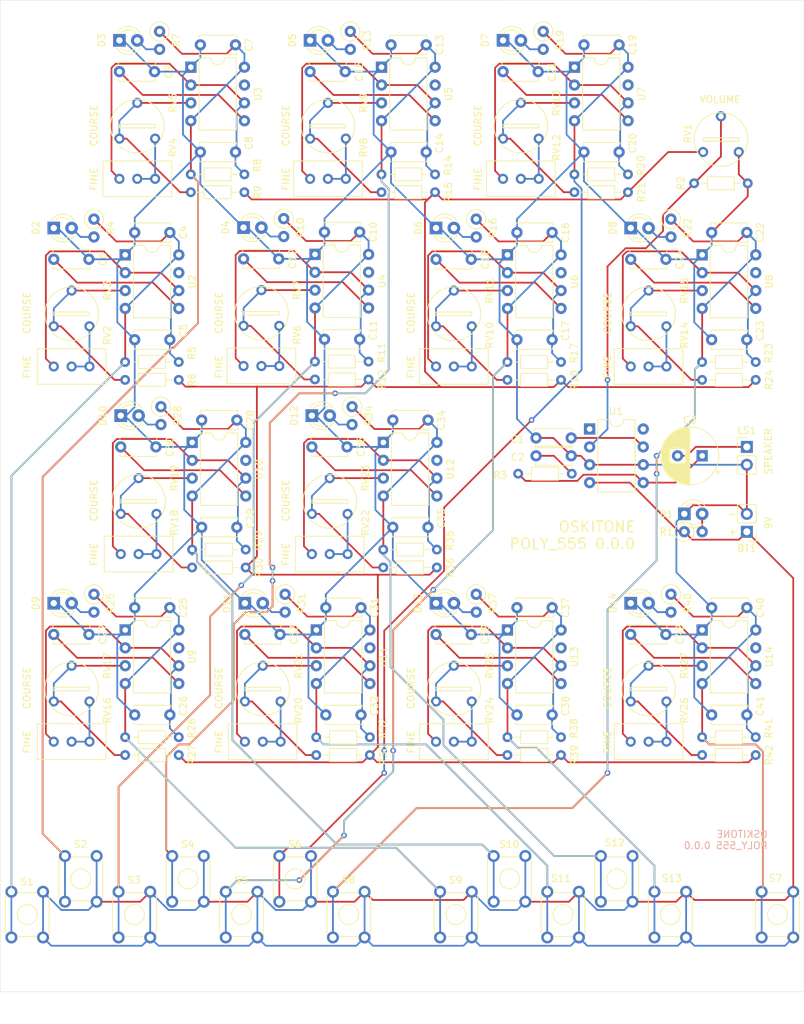
<source format=kicad_pcb>
(kicad_pcb (version 20171130) (host pcbnew "(5.1.6-0-10_14)")
  (layers (0 F.Cu signal) (31 B.Cu signal) (34 B.Paste user) (35 F.Paste user) (36 B.SilkS user) (37 F.SilkS user) (38 B.Mask user) (39 F.Mask user) (44 Edge.Cuts user))
  (net 0 "")
  (net 1 "Net-(BT1-Pad1)")
  (net 2 "Net-(C6-Pad1)")
  (net 3 /555_astable/Out)
  (net 4 /555_astable/9v)
  (net 5 /sheet5EF17814/9v)
  (net 6 "Net-(C3-Pad2)")
  (net 7 /sheet5EF2302B/9v)
  (net 8 "Net-(C9-Pad1)")
  (net 9 /sheet5EF259DC/9v)
  (net 10 "Net-(C12-Pad1)")
  (net 11 /sheet5EF27E47/9v)
  (net 12 "Net-(C15-Pad1)")
  (net 13 /sheet5EF2B20E/9v)
  (net 14 "Net-(C18-Pad1)")
  (net 15 "Net-(R18-Pad2)")
  (net 16 /sheet5EF60550/9v)
  (net 17 "Net-(C21-Pad1)")
  (net 18 /sheet5EF60551/9v)
  (net 19 "Net-(C24-Pad1)")
  (net 20 /sheet5EF60552/9v)
  (net 21 "Net-(C27-Pad1)")
  (net 22 /sheet5EF60553/9v)
  (net 23 "Net-(C30-Pad1)")
  (net 24 /sheet5EF60554/9v)
  (net 25 "Net-(C33-Pad1)")
  (net 26 /sheet5EF60555/9v)
  (net 27 "Net-(C36-Pad1)")
  (net 28 "Net-(R30-Pad2)")
  (net 29 "Net-(R36-Pad2)")
  (net 30 /sheet5EF7A07A/9v)
  (net 31 "Net-(C39-Pad1)")
  (net 32 GND)
  (net 33 "Net-(C1-Pad2)")
  (net 34 "Net-(C2-Pad1)")
  (net 35 "Net-(C3-Pad1)")
  (net 36 "Net-(C5-Pad1)")
  (net 37 "Net-(C8-Pad1)")
  (net 38 "Net-(C11-Pad1)")
  (net 39 "Net-(C14-Pad1)")
  (net 40 "Net-(C17-Pad1)")
  (net 41 "Net-(C20-Pad1)")
  (net 42 "Net-(C23-Pad1)")
  (net 43 "Net-(C26-Pad1)")
  (net 44 "Net-(C29-Pad1)")
  (net 45 "Net-(C32-Pad1)")
  (net 46 "Net-(C35-Pad1)")
  (net 47 "Net-(C38-Pad1)")
  (net 48 "Net-(C41-Pad1)")
  (net 49 "Net-(C42-Pad1)")
  (net 50 "Net-(D1-Pad2)")
  (net 51 "Net-(R24-Pad2)")
  (net 52 "Net-(R42-Pad2)")
  (net 53 "Net-(R21-Pad2)")
  (net 54 "Net-(R27-Pad2)")
  (net 55 "Net-(R33-Pad2)")
  (net 56 "Net-(R39-Pad2)")
  (net 57 "Net-(D2-Pad2)")
  (net 58 "Net-(D3-Pad2)")
  (net 59 "Net-(D4-Pad2)")
  (net 60 "Net-(D5-Pad2)")
  (net 61 "Net-(D6-Pad2)")
  (net 62 "Net-(D7-Pad2)")
  (net 63 "Net-(D8-Pad2)")
  (net 64 "Net-(D9-Pad2)")
  (net 65 "Net-(D10-Pad2)")
  (net 66 "Net-(D11-Pad2)")
  (net 67 "Net-(D12-Pad2)")
  (net 68 "Net-(D13-Pad2)")
  (net 69 "Net-(D14-Pad2)")
  (net 70 "Net-(R2-Pad1)")
  (net 71 "Net-(R6-Pad2)")
  (net 72 "Net-(R15-Pad2)")
  (net 73 "Net-(R9-Pad2)")
  (net 74 "Net-(R12-Pad2)")
  (net 75 "Net-(RV2-Pad2)")
  (net 76 "Net-(RV4-Pad2)")
  (net 77 "Net-(RV6-Pad2)")
  (net 78 "Net-(RV8-Pad2)")
  (net 79 "Net-(RV10-Pad2)")
  (net 80 "Net-(RV12-Pad2)")
  (net 81 "Net-(RV14-Pad2)")
  (net 82 "Net-(RV16-Pad2)")
  (net 83 "Net-(RV18-Pad2)")
  (net 84 "Net-(RV20-Pad2)")
  (net 85 "Net-(RV22-Pad2)")
  (net 86 "Net-(RV24-Pad2)")
  (net 87 "Net-(RV26-Pad2)")
  (module MountingHole:MountingHole_3.2mm_M3 (layer F.Cu) (at 36.83 156.845)
    (fp_text reference REF** hide)
    (fp_text value MountingHole_3.2mm_M3)
    (pad "" np_thru_hole circle (at 0 0) (size 3 3) (drill 3) (layers *.Cu *.Mask))
  )
  (module MountingHole:MountingHole_3.2mm_M3 (layer F.Cu) (at 90.17 156.845)
    (fp_text reference REF** hide)
    (fp_text value MountingHole_3.2mm_M3)
    (pad "" np_thru_hole circle (at 0 0) (size 3 3) (drill 3) (layers *.Cu *.Mask))
  )
  (module MountingHole:MountingHole_3.2mm_M3 (layer F.Cu) (at 143.51 156.845)
    (fp_text reference REF** hide)
    (fp_text value MountingHole_3.2mm_M3)
    (pad "" np_thru_hole circle (at 0 0) (size 3 3) (drill 3) (layers *.Cu *.Mask))
  )
  (module MountingHole:MountingHole_3.2mm_M3 (layer F.Cu) (at 90.17 180.975)
    (fp_text reference REF** hide)
    (fp_text value MountingHole_3.2mm_M3)
    (pad "" np_thru_hole circle (at 0 0) (size 3 3) (drill 3) (layers *.Cu *.Mask))
  )
  (module MountingHole:MountingHole_3.2mm_M3 (layer F.Cu) (at 143.51 180.975)
    (fp_text reference REF** hide)
    (fp_text value MountingHole_3.2mm_M3)
    (pad "" np_thru_hole circle (at 0 0) (size 3 3) (drill 3) (layers *.Cu *.Mask))
  )
  (module MountingHole:MountingHole_3.2mm_M3 (layer F.Cu) (at 36.83 180.975)
    (fp_text reference REF** hide)
    (fp_text value MountingHole_3.2mm_M3)
    (pad "" np_thru_hole circle (at 0 0) (size 3 3) (drill 3) (layers *.Cu *.Mask))
  )
  (module MountingHole:MountingHole_3.2mm_M3 (layer F.Cu) (at 143.51 47.625)
    (fp_text reference REF** hide)
    (fp_text value MountingHole_3.2mm_M3)
    (pad "" np_thru_hole circle (at 0 0) (size 3 3) (drill 3) (layers *.Cu *.Mask))
  )
  (module MountingHole:MountingHole_3.2mm_M3 (layer F.Cu) (at 36.83 47.625)
    (fp_text reference REF** hide)
    (fp_text value MountingHole_3.2mm_M3)
    (pad "" np_thru_hole circle (at 0 0) (size 3 3) (drill 3) (layers *.Cu *.Mask))
  )
  (module Potentiometer_THT:CUSTOM_Potentiometer_Bourns_3386F_Vertical (layer F.Cu) (at 45.72 90.17 90)
    (fp_text reference RV3 (at 5.08 2.54 90) (layer F.SilkS))
    (fp_text value 10k hide)
    (pad 1 thru_hole circle (at 0 0 90) (size 1.44 1.44) (drill 0.8) (layers *.Cu *.Mask) (net 75 "Net-(RV2-Pad2)"))
    (pad 2 thru_hole circle (at 5.08 -2.54 90) (size 1.44 1.44) (drill 0.8) (layers *.Cu *.Mask) (net 71 "Net-(R6-Pad2)"))
    (pad 3 thru_hole circle (at 0 -5.08 90) (size 1.44 1.44) (drill 0.8) (layers *.Cu *.Mask) (net 71 "Net-(R6-Pad2)"))
  )
  (module Potentiometer_THT:CUSTOM_Potentiometer_Bourns_3386F_Vertical (layer F.Cu) (at 55.0545 63.49 90)
    (fp_text reference RV5 (at 5.08 2.54 90) (layer F.SilkS))
    (fp_text value 10k hide)
    (pad 1 thru_hole circle (at 0 0 90) (size 1.44 1.44) (drill 0.8) (layers *.Cu *.Mask) (net 76 "Net-(RV4-Pad2)"))
    (pad 2 thru_hole circle (at 5.08 -2.54 90) (size 1.44 1.44) (drill 0.8) (layers *.Cu *.Mask) (net 73 "Net-(R9-Pad2)"))
    (pad 3 thru_hole circle (at 0 -5.08 90) (size 1.44 1.44) (drill 0.8) (layers *.Cu *.Mask) (net 73 "Net-(R9-Pad2)"))
  )
  (module Potentiometer_THT:CUSTOM_Potentiometer_Bourns_3386F_Vertical (layer F.Cu) (at 72.7075 90.1065 90)
    (fp_text reference RV7 (at 5.08 2.54 90) (layer F.SilkS))
    (fp_text value 10k hide)
    (pad 1 thru_hole circle (at 0 0 90) (size 1.44 1.44) (drill 0.8) (layers *.Cu *.Mask) (net 77 "Net-(RV6-Pad2)"))
    (pad 2 thru_hole circle (at 5.08 -2.54 90) (size 1.44 1.44) (drill 0.8) (layers *.Cu *.Mask) (net 74 "Net-(R12-Pad2)"))
    (pad 3 thru_hole circle (at 0 -5.08 90) (size 1.44 1.44) (drill 0.8) (layers *.Cu *.Mask) (net 74 "Net-(R12-Pad2)"))
  )
  (module Potentiometer_THT:CUSTOM_Potentiometer_Bourns_3386F_Vertical (layer F.Cu) (at 82.169 63.49 90)
    (fp_text reference RV9 (at 5.08 2.54 90) (layer F.SilkS))
    (fp_text value 10k hide)
    (pad 1 thru_hole circle (at 0 0 90) (size 1.44 1.44) (drill 0.8) (layers *.Cu *.Mask) (net 78 "Net-(RV8-Pad2)"))
    (pad 2 thru_hole circle (at 5.08 -2.54 90) (size 1.44 1.44) (drill 0.8) (layers *.Cu *.Mask) (net 72 "Net-(R15-Pad2)"))
    (pad 3 thru_hole circle (at 0 -5.08 90) (size 1.44 1.44) (drill 0.8) (layers *.Cu *.Mask) (net 72 "Net-(R15-Pad2)"))
  )
  (module Potentiometer_THT:CUSTOM_Potentiometer_Bourns_3386F_Vertical (layer F.Cu) (at 100.076 90.17 90)
    (fp_text reference RV11 (at 5.08 2.54 90) (layer F.SilkS))
    (fp_text value 10k hide)
    (pad 1 thru_hole circle (at 0 0 90) (size 1.44 1.44) (drill 0.8) (layers *.Cu *.Mask) (net 79 "Net-(RV10-Pad2)"))
    (pad 2 thru_hole circle (at 5.08 -2.54 90) (size 1.44 1.44) (drill 0.8) (layers *.Cu *.Mask) (net 15 "Net-(R18-Pad2)"))
    (pad 3 thru_hole circle (at 0 -5.08 90) (size 1.44 1.44) (drill 0.8) (layers *.Cu *.Mask) (net 15 "Net-(R18-Pad2)"))
  )
  (module Potentiometer_THT:CUSTOM_Potentiometer_Bourns_3386F_Vertical (layer F.Cu) (at 109.601 63.49 90)
    (fp_text reference RV13 (at 5.08 2.54 90) (layer F.SilkS))
    (fp_text value 10k hide)
    (pad 1 thru_hole circle (at 0 0 90) (size 1.44 1.44) (drill 0.8) (layers *.Cu *.Mask) (net 80 "Net-(RV12-Pad2)"))
    (pad 2 thru_hole circle (at 5.08 -2.54 90) (size 1.44 1.44) (drill 0.8) (layers *.Cu *.Mask) (net 53 "Net-(R21-Pad2)"))
    (pad 3 thru_hole circle (at 0 -5.08 90) (size 1.44 1.44) (drill 0.8) (layers *.Cu *.Mask) (net 53 "Net-(R21-Pad2)"))
  )
  (module Potentiometer_THT:CUSTOM_Potentiometer_Bourns_3386F_Vertical (layer F.Cu) (at 127.762 90.17 90)
    (fp_text reference RV15 (at 5.08 2.54 90) (layer F.SilkS))
    (fp_text value 10k hide)
    (pad 1 thru_hole circle (at 0 0 90) (size 1.44 1.44) (drill 0.8) (layers *.Cu *.Mask) (net 81 "Net-(RV14-Pad2)"))
    (pad 2 thru_hole circle (at 5.08 -2.54 90) (size 1.44 1.44) (drill 0.8) (layers *.Cu *.Mask) (net 51 "Net-(R24-Pad2)"))
    (pad 3 thru_hole circle (at 0 -5.08 90) (size 1.44 1.44) (drill 0.8) (layers *.Cu *.Mask) (net 51 "Net-(R24-Pad2)"))
  )
  (module Potentiometer_THT:CUSTOM_Potentiometer_Bourns_3386F_Vertical (layer F.Cu) (at 45.72 143.51 90)
    (fp_text reference RV17 (at 5.08 2.54 90) (layer F.SilkS))
    (fp_text value 10k hide)
    (pad 1 thru_hole circle (at 0 0 90) (size 1.44 1.44) (drill 0.8) (layers *.Cu *.Mask) (net 82 "Net-(RV16-Pad2)"))
    (pad 2 thru_hole circle (at 5.08 -2.54 90) (size 1.44 1.44) (drill 0.8) (layers *.Cu *.Mask) (net 54 "Net-(R27-Pad2)"))
    (pad 3 thru_hole circle (at 0 -5.08 90) (size 1.44 1.44) (drill 0.8) (layers *.Cu *.Mask) (net 54 "Net-(R27-Pad2)"))
  )
  (module Potentiometer_THT:CUSTOM_Potentiometer_Bourns_3386F_Vertical (layer F.Cu) (at 55.245 116.84 90)
    (fp_text reference RV19 (at 5.08 2.54 90) (layer F.SilkS))
    (fp_text value 10k hide)
    (pad 1 thru_hole circle (at 0 0 90) (size 1.44 1.44) (drill 0.8) (layers *.Cu *.Mask) (net 83 "Net-(RV18-Pad2)"))
    (pad 2 thru_hole circle (at 5.08 -2.54 90) (size 1.44 1.44) (drill 0.8) (layers *.Cu *.Mask) (net 28 "Net-(R30-Pad2)"))
    (pad 3 thru_hole circle (at 0 -5.08 90) (size 1.44 1.44) (drill 0.8) (layers *.Cu *.Mask) (net 28 "Net-(R30-Pad2)"))
  )
  (module Potentiometer_THT:CUSTOM_Potentiometer_Bourns_3386F_Vertical (layer F.Cu) (at 72.898 143.51 90)
    (fp_text reference RV21 (at 5.08 2.54 90) (layer F.SilkS))
    (fp_text value 10k hide)
    (pad 1 thru_hole circle (at 0 0 90) (size 1.44 1.44) (drill 0.8) (layers *.Cu *.Mask) (net 84 "Net-(RV20-Pad2)"))
    (pad 2 thru_hole circle (at 5.08 -2.54 90) (size 1.44 1.44) (drill 0.8) (layers *.Cu *.Mask) (net 55 "Net-(R33-Pad2)"))
    (pad 3 thru_hole circle (at 0 -5.08 90) (size 1.44 1.44) (drill 0.8) (layers *.Cu *.Mask) (net 55 "Net-(R33-Pad2)"))
  )
  (module Potentiometer_THT:CUSTOM_Potentiometer_Bourns_3386F_Vertical (layer F.Cu) (at 82.423 116.84 90)
    (fp_text reference RV23 (at 5.08 2.54 90) (layer F.SilkS))
    (fp_text value 10k hide)
    (pad 1 thru_hole circle (at 0 0 90) (size 1.44 1.44) (drill 0.8) (layers *.Cu *.Mask) (net 85 "Net-(RV22-Pad2)"))
    (pad 2 thru_hole circle (at 5.08 -2.54 90) (size 1.44 1.44) (drill 0.8) (layers *.Cu *.Mask) (net 29 "Net-(R36-Pad2)"))
    (pad 3 thru_hole circle (at 0 -5.08 90) (size 1.44 1.44) (drill 0.8) (layers *.Cu *.Mask) (net 29 "Net-(R36-Pad2)"))
  )
  (module Potentiometer_THT:CUSTOM_Potentiometer_Bourns_3386F_Vertical (layer F.Cu) (at 100.076 143.51 90)
    (fp_text reference RV25 (at 5.08 2.54 90) (layer F.SilkS))
    (fp_text value 10k hide)
    (pad 1 thru_hole circle (at 0 0 90) (size 1.44 1.44) (drill 0.8) (layers *.Cu *.Mask) (net 86 "Net-(RV24-Pad2)"))
    (pad 2 thru_hole circle (at 5.08 -2.54 90) (size 1.44 1.44) (drill 0.8) (layers *.Cu *.Mask) (net 56 "Net-(R39-Pad2)"))
    (pad 3 thru_hole circle (at 0 -5.08 90) (size 1.44 1.44) (drill 0.8) (layers *.Cu *.Mask) (net 56 "Net-(R39-Pad2)"))
  )
  (module Potentiometer_THT:CUSTOM_Potentiometer_Bourns_3386F_Vertical (layer F.Cu) (at 127.762 143.51 90)
    (fp_text reference RV27 (at 5.08 2.54 90) (layer F.SilkS))
    (fp_text value 10k hide)
    (pad 1 thru_hole circle (at 0 0 90) (size 1.44 1.44) (drill 0.8) (layers *.Cu *.Mask) (net 87 "Net-(RV26-Pad2)"))
    (pad 2 thru_hole circle (at 5.08 -2.54 90) (size 1.44 1.44) (drill 0.8) (layers *.Cu *.Mask) (net 52 "Net-(R42-Pad2)"))
    (pad 3 thru_hole circle (at 0 -5.08 90) (size 1.44 1.44) (drill 0.8) (layers *.Cu *.Mask) (net 52 "Net-(R42-Pad2)"))
  )
  (module Potentiometer_THT:CUSTOM_Potentiometer_Bourns_3386F_Vertical (layer F.Cu) (at 138.049 65.395 90)
    (fp_text reference RV1 (at 2.655 -7.239 90) (layer F.SilkS))
    (fp_text value R_POT_TRIM_US hide)
    (pad 1 thru_hole circle (at 0 0 90) (size 1.44 1.44) (drill 0.8) (layers *.Cu *.Mask) (net 32 GND))
    (pad 2 thru_hole circle (at 5.08 -2.54 90) (size 1.44 1.44) (drill 0.8) (layers *.Cu *.Mask) (net 70 "Net-(R2-Pad1)"))
    (pad 3 thru_hole circle (at 0 -5.08 90) (size 1.44 1.44) (drill 0.8) (layers *.Cu *.Mask) (net 3 /555_astable/Out))
  )
  (module Potentiometer_THT:Potentiometer_Bourns_3296W_Vertical (layer F.Cu) (at 40.64 95.885 180)
    (fp_text reference RV2 (at -7.62 4.445 90) (layer F.SilkS))
    (fp_text value 10k hide)
    (pad 3 thru_hole circle (at -5.08 0 180) (size 1.44 1.44) (drill 0.8) (layers *.Cu *.Mask) (net 75 "Net-(RV2-Pad2)"))
    (pad 2 thru_hole circle (at -2.54 0 180) (size 1.44 1.44) (drill 0.8) (layers *.Cu *.Mask) (net 75 "Net-(RV2-Pad2)"))
    (pad 1 thru_hole circle (at 0 0 180) (size 1.44 1.44) (drill 0.8) (layers *.Cu *.Mask) (net 36 "Net-(C5-Pad1)"))
  )
  (module Connector_PinHeader_2.54mm:PinHeader_1x02_P2.54mm_Vertical (layer F.Cu) (at 139.192 119.38 180)
    (fp_text reference BT1 (at 0 -2.33) (layer F.SilkS))
    (fp_text value + (at 2.032 0) (layer F.SilkS))
    (pad 2 thru_hole oval (at 0 2.54 180) (size 1.7 1.7) (drill 1) (layers *.Cu *.Mask) (net 32 GND))
    (pad 1 thru_hole rect (at 0 0 180) (size 1.7 1.7) (drill 1) (layers *.Cu *.Mask) (net 1 "Net-(BT1-Pad1)"))
  )
  (module Resistor_THT:R_Axial_DIN0204_L3.6mm_D1.6mm_P7.62mm_Horizontal (layer F.Cu) (at 105.146 95.25)
    (fp_text reference R17 (at 9.4715 -1.27 90) (layer F.SilkS))
    (fp_text value 100k)
    (pad 2 thru_hole oval (at 7.62 0) (size 1.4 1.4) (drill 0.7) (layers *.Cu *.Mask) (net 40 "Net-(C17-Pad1)"))
    (pad 1 thru_hole circle (at 0 0) (size 1.4 1.4) (drill 0.7) (layers *.Cu *.Mask) (net 11 /sheet5EF27E47/9v))
  )
  (module Resistor_THT:R_Axial_DIN0204_L3.6mm_D1.6mm_P7.62mm_Horizontal (layer F.Cu) (at 112.766 97.79 180)
    (fp_text reference R18 (at -1.915 0 90) (layer F.SilkS))
    (fp_text value 10k)
    (pad 1 thru_hole circle (at 0 0 180) (size 1.4 1.4) (drill 0.7) (layers *.Cu *.Mask) (net 3 /555_astable/Out))
    (pad 2 thru_hole oval (at 7.62 0 180) (size 1.4 1.4) (drill 0.7) (layers *.Cu *.Mask) (net 15 "Net-(R18-Pad2)"))
  )
  (module Resistor_THT:R_Axial_DIN0204_L3.6mm_D1.6mm_P7.62mm_Horizontal (layer F.Cu) (at 114.671 68.57)
    (fp_text reference R20 (at 9.4715 -1.27 90) (layer F.SilkS))
    (fp_text value 100k)
    (pad 2 thru_hole oval (at 7.62 0) (size 1.4 1.4) (drill 0.7) (layers *.Cu *.Mask) (net 41 "Net-(C20-Pad1)"))
    (pad 1 thru_hole circle (at 0 0) (size 1.4 1.4) (drill 0.7) (layers *.Cu *.Mask) (net 13 /sheet5EF2B20E/9v))
  )
  (module Resistor_THT:R_Axial_DIN0204_L3.6mm_D1.6mm_P7.62mm_Horizontal (layer F.Cu) (at 122.291 71.11 180)
    (fp_text reference R21 (at -1.915 0 90) (layer F.SilkS))
    (fp_text value 10k)
    (pad 2 thru_hole oval (at 7.62 0 180) (size 1.4 1.4) (drill 0.7) (layers *.Cu *.Mask) (net 53 "Net-(R21-Pad2)"))
    (pad 1 thru_hole circle (at 0 0 180) (size 1.4 1.4) (drill 0.7) (layers *.Cu *.Mask) (net 3 /555_astable/Out))
  )
  (module Resistor_THT:R_Axial_DIN0204_L3.6mm_D1.6mm_P7.62mm_Horizontal (layer F.Cu) (at 132.832 95.25)
    (fp_text reference R23 (at 9.4715 -1.27 90) (layer F.SilkS))
    (fp_text value 100k)
    (pad 1 thru_hole circle (at 0 0) (size 1.4 1.4) (drill 0.7) (layers *.Cu *.Mask) (net 16 /sheet5EF60550/9v))
    (pad 2 thru_hole oval (at 7.62 0) (size 1.4 1.4) (drill 0.7) (layers *.Cu *.Mask) (net 42 "Net-(C23-Pad1)"))
  )
  (module Resistor_THT:R_Axial_DIN0204_L3.6mm_D1.6mm_P7.62mm_Horizontal (layer F.Cu) (at 140.452 97.79 180)
    (fp_text reference R24 (at -1.915 0 90) (layer F.SilkS))
    (fp_text value 10k)
    (pad 2 thru_hole oval (at 7.62 0 180) (size 1.4 1.4) (drill 0.7) (layers *.Cu *.Mask) (net 51 "Net-(R24-Pad2)"))
    (pad 1 thru_hole circle (at 0 0 180) (size 1.4 1.4) (drill 0.7) (layers *.Cu *.Mask) (net 3 /555_astable/Out))
  )
  (module Resistor_THT:R_Axial_DIN0204_L3.6mm_D1.6mm_P7.62mm_Horizontal (layer F.Cu) (at 50.79 148.59)
    (fp_text reference R26 (at 9.4715 -1.27 90) (layer F.SilkS))
    (fp_text value 100k)
    (pad 2 thru_hole oval (at 7.62 0) (size 1.4 1.4) (drill 0.7) (layers *.Cu *.Mask) (net 43 "Net-(C26-Pad1)"))
    (pad 1 thru_hole circle (at 0 0) (size 1.4 1.4) (drill 0.7) (layers *.Cu *.Mask) (net 18 /sheet5EF60551/9v))
  )
  (module Resistor_THT:R_Axial_DIN0204_L3.6mm_D1.6mm_P7.62mm_Horizontal (layer F.Cu) (at 58.41 151.13 180)
    (fp_text reference R27 (at -1.915 0 90) (layer F.SilkS))
    (fp_text value 10k)
    (pad 2 thru_hole oval (at 7.62 0 180) (size 1.4 1.4) (drill 0.7) (layers *.Cu *.Mask) (net 54 "Net-(R27-Pad2)"))
    (pad 1 thru_hole circle (at 0 0 180) (size 1.4 1.4) (drill 0.7) (layers *.Cu *.Mask) (net 3 /555_astable/Out))
  )
  (module Potentiometer_THT:Potentiometer_Bourns_3296W_Vertical (layer F.Cu) (at 49.9745 69.205 180)
    (fp_text reference RV4 (at -7.62 4.445 90) (layer F.SilkS))
    (fp_text value 10k hide)
    (pad 3 thru_hole circle (at -5.08 0 180) (size 1.44 1.44) (drill 0.8) (layers *.Cu *.Mask) (net 76 "Net-(RV4-Pad2)"))
    (pad 2 thru_hole circle (at -2.54 0 180) (size 1.44 1.44) (drill 0.8) (layers *.Cu *.Mask) (net 76 "Net-(RV4-Pad2)"))
    (pad 1 thru_hole circle (at 0 0 180) (size 1.44 1.44) (drill 0.8) (layers *.Cu *.Mask) (net 37 "Net-(C8-Pad1)"))
  )
  (module Potentiometer_THT:Potentiometer_Bourns_3296W_Vertical (layer F.Cu) (at 67.6275 95.8215 180)
    (fp_text reference RV6 (at -7.62 4.445 90) (layer F.SilkS))
    (fp_text value 10k hide)
    (pad 1 thru_hole circle (at 0 0 180) (size 1.44 1.44) (drill 0.8) (layers *.Cu *.Mask) (net 38 "Net-(C11-Pad1)"))
    (pad 2 thru_hole circle (at -2.54 0 180) (size 1.44 1.44) (drill 0.8) (layers *.Cu *.Mask) (net 77 "Net-(RV6-Pad2)"))
    (pad 3 thru_hole circle (at -5.08 0 180) (size 1.44 1.44) (drill 0.8) (layers *.Cu *.Mask) (net 77 "Net-(RV6-Pad2)"))
  )
  (module Resistor_THT:R_Axial_DIN0204_L3.6mm_D1.6mm_P7.62mm_Horizontal (layer F.Cu) (at 87.239 68.57)
    (fp_text reference R14 (at 9.4715 -1.27 90) (layer F.SilkS))
    (fp_text value 100k)
    (pad 2 thru_hole oval (at 7.62 0) (size 1.4 1.4) (drill 0.7) (layers *.Cu *.Mask) (net 39 "Net-(C14-Pad1)"))
    (pad 1 thru_hole circle (at 0 0) (size 1.4 1.4) (drill 0.7) (layers *.Cu *.Mask) (net 9 /sheet5EF259DC/9v))
  )
  (module Resistor_THT:R_Axial_DIN0204_L3.6mm_D1.6mm_P7.62mm_Horizontal (layer F.Cu) (at 60.315 121.92)
    (fp_text reference R29 (at 9.4715 -1.27 90) (layer F.SilkS))
    (fp_text value 100k)
    (pad 1 thru_hole circle (at 0 0) (size 1.4 1.4) (drill 0.7) (layers *.Cu *.Mask) (net 20 /sheet5EF60552/9v))
    (pad 2 thru_hole oval (at 7.62 0) (size 1.4 1.4) (drill 0.7) (layers *.Cu *.Mask) (net 44 "Net-(C29-Pad1)"))
  )
  (module Resistor_THT:R_Axial_DIN0204_L3.6mm_D1.6mm_P7.62mm_Horizontal (layer F.Cu) (at 67.935 124.46 180)
    (fp_text reference R30 (at -1.915 0 90) (layer F.SilkS))
    (fp_text value 10k)
    (pad 1 thru_hole circle (at 0 0 180) (size 1.4 1.4) (drill 0.7) (layers *.Cu *.Mask) (net 3 /555_astable/Out))
    (pad 2 thru_hole oval (at 7.62 0 180) (size 1.4 1.4) (drill 0.7) (layers *.Cu *.Mask) (net 28 "Net-(R30-Pad2)"))
  )
  (module Resistor_THT:R_Axial_DIN0204_L3.6mm_D1.6mm_P7.62mm_Horizontal (layer F.Cu) (at 77.968 148.59)
    (fp_text reference R32 (at 9.4715 -1.27 90) (layer F.SilkS))
    (fp_text value 100k)
    (pad 1 thru_hole circle (at 0 0) (size 1.4 1.4) (drill 0.7) (layers *.Cu *.Mask) (net 22 /sheet5EF60553/9v))
    (pad 2 thru_hole oval (at 7.62 0) (size 1.4 1.4) (drill 0.7) (layers *.Cu *.Mask) (net 45 "Net-(C32-Pad1)"))
  )
  (module Resistor_THT:R_Axial_DIN0204_L3.6mm_D1.6mm_P7.62mm_Horizontal (layer F.Cu) (at 85.588 151.13 180)
    (fp_text reference R33 (at -1.915 0 90) (layer F.SilkS))
    (fp_text value 10k)
    (pad 2 thru_hole oval (at 7.62 0 180) (size 1.4 1.4) (drill 0.7) (layers *.Cu *.Mask) (net 55 "Net-(R33-Pad2)"))
    (pad 1 thru_hole circle (at 0 0 180) (size 1.4 1.4) (drill 0.7) (layers *.Cu *.Mask) (net 3 /555_astable/Out))
  )
  (module Resistor_THT:R_Axial_DIN0204_L3.6mm_D1.6mm_P7.62mm_Horizontal (layer F.Cu) (at 87.493 121.92)
    (fp_text reference R35 (at 9.4715 -1.27 90) (layer F.SilkS))
    (fp_text value 100k)
    (pad 1 thru_hole circle (at 0 0) (size 1.4 1.4) (drill 0.7) (layers *.Cu *.Mask) (net 24 /sheet5EF60554/9v))
    (pad 2 thru_hole oval (at 7.62 0) (size 1.4 1.4) (drill 0.7) (layers *.Cu *.Mask) (net 46 "Net-(C35-Pad1)"))
  )
  (module Resistor_THT:R_Axial_DIN0204_L3.6mm_D1.6mm_P7.62mm_Horizontal (layer F.Cu) (at 95.113 124.46 180)
    (fp_text reference R36 (at -1.915 0 90) (layer F.SilkS))
    (fp_text value 10k)
    (pad 1 thru_hole circle (at 0 0 180) (size 1.4 1.4) (drill 0.7) (layers *.Cu *.Mask) (net 3 /555_astable/Out))
    (pad 2 thru_hole oval (at 7.62 0 180) (size 1.4 1.4) (drill 0.7) (layers *.Cu *.Mask) (net 29 "Net-(R36-Pad2)"))
  )
  (module Resistor_THT:R_Axial_DIN0204_L3.6mm_D1.6mm_P7.62mm_Horizontal (layer F.Cu) (at 105.146 148.59)
    (fp_text reference R38 (at 9.4715 -1.27 90) (layer F.SilkS))
    (fp_text value 100k)
    (pad 1 thru_hole circle (at 0 0) (size 1.4 1.4) (drill 0.7) (layers *.Cu *.Mask) (net 26 /sheet5EF60555/9v))
    (pad 2 thru_hole oval (at 7.62 0) (size 1.4 1.4) (drill 0.7) (layers *.Cu *.Mask) (net 47 "Net-(C38-Pad1)"))
  )
  (module Resistor_THT:R_Axial_DIN0204_L3.6mm_D1.6mm_P7.62mm_Horizontal (layer F.Cu) (at 112.766 151.13 180)
    (fp_text reference R39 (at -1.915 0 90) (layer F.SilkS))
    (fp_text value 10k)
    (pad 2 thru_hole oval (at 7.62 0 180) (size 1.4 1.4) (drill 0.7) (layers *.Cu *.Mask) (net 56 "Net-(R39-Pad2)"))
    (pad 1 thru_hole circle (at 0 0 180) (size 1.4 1.4) (drill 0.7) (layers *.Cu *.Mask) (net 3 /555_astable/Out))
  )
  (module Potentiometer_THT:Potentiometer_Bourns_3296W_Vertical (layer F.Cu) (at 77.089 69.205 180)
    (fp_text reference RV8 (at -7.62 4.445 90) (layer F.SilkS))
    (fp_text value 10k hide)
    (pad 3 thru_hole circle (at -5.08 0 180) (size 1.44 1.44) (drill 0.8) (layers *.Cu *.Mask) (net 78 "Net-(RV8-Pad2)"))
    (pad 2 thru_hole circle (at -2.54 0 180) (size 1.44 1.44) (drill 0.8) (layers *.Cu *.Mask) (net 78 "Net-(RV8-Pad2)"))
    (pad 1 thru_hole circle (at 0 0 180) (size 1.44 1.44) (drill 0.8) (layers *.Cu *.Mask) (net 39 "Net-(C14-Pad1)"))
  )
  (module Potentiometer_THT:Potentiometer_Bourns_3296W_Vertical (layer F.Cu) (at 94.996 95.885 180)
    (fp_text reference RV10 (at -7.62 4.445 90) (layer F.SilkS))
    (fp_text value 10k hide)
    (pad 3 thru_hole circle (at -5.08 0 180) (size 1.44 1.44) (drill 0.8) (layers *.Cu *.Mask) (net 79 "Net-(RV10-Pad2)"))
    (pad 2 thru_hole circle (at -2.54 0 180) (size 1.44 1.44) (drill 0.8) (layers *.Cu *.Mask) (net 79 "Net-(RV10-Pad2)"))
    (pad 1 thru_hole circle (at 0 0 180) (size 1.44 1.44) (drill 0.8) (layers *.Cu *.Mask) (net 40 "Net-(C17-Pad1)"))
  )
  (module Potentiometer_THT:Potentiometer_Bourns_3296W_Vertical (layer F.Cu) (at 104.521 69.205 180)
    (fp_text reference RV12 (at -7.62 4.445 90) (layer F.SilkS))
    (fp_text value 10k hide)
    (pad 3 thru_hole circle (at -5.08 0 180) (size 1.44 1.44) (drill 0.8) (layers *.Cu *.Mask) (net 80 "Net-(RV12-Pad2)"))
    (pad 2 thru_hole circle (at -2.54 0 180) (size 1.44 1.44) (drill 0.8) (layers *.Cu *.Mask) (net 80 "Net-(RV12-Pad2)"))
    (pad 1 thru_hole circle (at 0 0 180) (size 1.44 1.44) (drill 0.8) (layers *.Cu *.Mask) (net 41 "Net-(C20-Pad1)"))
  )
  (module Resistor_THT:R_Axial_DIN0204_L3.6mm_D1.6mm_P7.62mm_Horizontal (layer F.Cu) (at 132.832 148.59)
    (fp_text reference R41 (at 9.4715 -1.27 90) (layer F.SilkS))
    (fp_text value 100k)
    (pad 1 thru_hole circle (at 0 0) (size 1.4 1.4) (drill 0.7) (layers *.Cu *.Mask) (net 30 /sheet5EF7A07A/9v))
    (pad 2 thru_hole oval (at 7.62 0) (size 1.4 1.4) (drill 0.7) (layers *.Cu *.Mask) (net 48 "Net-(C41-Pad1)"))
  )
  (module Resistor_THT:R_Axial_DIN0204_L3.6mm_D1.6mm_P7.62mm_Horizontal (layer F.Cu) (at 140.452 151.13 180)
    (fp_text reference R42 (at -1.915 0 90) (layer F.SilkS))
    (fp_text value 10k)
    (pad 2 thru_hole oval (at 7.62 0 180) (size 1.4 1.4) (drill 0.7) (layers *.Cu *.Mask) (net 52 "Net-(R42-Pad2)"))
    (pad 1 thru_hole circle (at 0 0 180) (size 1.4 1.4) (drill 0.7) (layers *.Cu *.Mask) (net 3 /555_astable/Out))
  )
  (module Potentiometer_THT:Potentiometer_Bourns_3296W_Vertical (layer F.Cu) (at 122.682 95.885 180)
    (fp_text reference RV14 (at -7.62 4.445 90) (layer F.SilkS))
    (fp_text value 10k hide)
    (pad 1 thru_hole circle (at 0 0 180) (size 1.44 1.44) (drill 0.8) (layers *.Cu *.Mask) (net 42 "Net-(C23-Pad1)"))
    (pad 2 thru_hole circle (at -2.54 0 180) (size 1.44 1.44) (drill 0.8) (layers *.Cu *.Mask) (net 81 "Net-(RV14-Pad2)"))
    (pad 3 thru_hole circle (at -5.08 0 180) (size 1.44 1.44) (drill 0.8) (layers *.Cu *.Mask) (net 81 "Net-(RV14-Pad2)"))
  )
  (module Capacitor_THT:CP_Radial_D8.0mm_P3.50mm (layer F.Cu) (at 132.842 108.585 180)
    (fp_text reference C3 (at 1.75 5.08) (layer F.SilkS))
    (fp_text value 220uF)
    (pad 1 thru_hole rect (at 0 0 180) (size 1.6 1.6) (drill 0.8) (layers *.Cu *.Mask) (net 35 "Net-(C3-Pad1)"))
    (pad 2 thru_hole circle (at 3.5 0 180) (size 1.6 1.6) (drill 0.8) (layers *.Cu *.Mask) (net 6 "Net-(C3-Pad2)"))
  )
  (module LED_THT:LED_D3.0mm (layer F.Cu) (at 130.302 116.84)
    (fp_text reference D1 (at -2.54 0) (layer F.SilkS))
    (fp_text value LED)
    (pad 1 thru_hole rect (at 0 0) (size 1.8 1.8) (drill 0.9) (layers *.Cu *.Mask) (net 32 GND))
    (pad 2 thru_hole circle (at 2.54 0) (size 1.8 1.8) (drill 0.9) (layers *.Cu *.Mask) (net 50 "Net-(D1-Pad2)"))
  )
  (module Resistor_THT:R_Axial_DIN0204_L3.6mm_D1.6mm_P7.62mm_Horizontal (layer F.Cu) (at 94.859 71.11 180)
    (fp_text reference R15 (at -1.915 0 90) (layer F.SilkS))
    (fp_text value 10k)
    (pad 2 thru_hole oval (at 7.62 0 180) (size 1.4 1.4) (drill 0.7) (layers *.Cu *.Mask) (net 72 "Net-(R15-Pad2)"))
    (pad 1 thru_hole circle (at 0 0 180) (size 1.4 1.4) (drill 0.7) (layers *.Cu *.Mask) (net 3 /555_astable/Out))
  )
  (module Connector_PinHeader_2.54mm:PinHeader_1x02_P2.54mm_Vertical (layer F.Cu) (at 139.192 107.315)
    (fp_text reference LS1 (at 0 -2.33) (layer F.SilkS))
    (fp_text value Speaker)
    (pad 1 thru_hole rect (at 0 0) (size 1.7 1.7) (drill 1) (layers *.Cu *.Mask) (net 6 "Net-(C3-Pad2)"))
    (pad 2 thru_hole oval (at 0 2.54) (size 1.7 1.7) (drill 1) (layers *.Cu *.Mask) (net 32 GND))
  )
  (module Package_DIP:DIP-8_W7.62mm (layer F.Cu) (at 116.84 104.775)
    (fp_text reference U1 (at 3.7338 -2.52) (layer F.SilkS))
    (fp_text value LM386)
    (pad 8 thru_hole oval (at 7.62 0) (size 1.6 1.6) (drill 0.8) (layers *.Cu *.Mask))
    (pad 4 thru_hole oval (at 0 7.62) (size 1.6 1.6) (drill 0.8) (layers *.Cu *.Mask) (net 1 "Net-(BT1-Pad1)"))
    (pad 7 thru_hole oval (at 7.62 2.54) (size 1.6 1.6) (drill 0.8) (layers *.Cu *.Mask) (net 33 "Net-(C1-Pad2)"))
    (pad 3 thru_hole oval (at 0 5.08) (size 1.6 1.6) (drill 0.8) (layers *.Cu *.Mask) (net 32 GND))
    (pad 6 thru_hole oval (at 7.62 5.08) (size 1.6 1.6) (drill 0.8) (layers *.Cu *.Mask) (net 32 GND))
    (pad 2 thru_hole oval (at 0 2.54) (size 1.6 1.6) (drill 0.8) (layers *.Cu *.Mask) (net 70 "Net-(R2-Pad1)"))
    (pad 5 thru_hole oval (at 7.62 7.62) (size 1.6 1.6) (drill 0.8) (layers *.Cu *.Mask) (net 35 "Net-(C3-Pad1)"))
    (pad 1 thru_hole rect (at 0 0) (size 1.6 1.6) (drill 0.8) (layers *.Cu *.Mask))
  )
  (module Package_DIP:DIP-8_W7.62mm (layer F.Cu) (at 50.8 80.01)
    (fp_text reference U2 (at 9.525 3.81 90) (layer F.SilkS))
    (fp_text value 555)
    (pad 8 thru_hole oval (at 7.62 0) (size 1.6 1.6) (drill 0.8) (layers *.Cu *.Mask) (net 4 /555_astable/9v))
    (pad 4 thru_hole oval (at 0 7.62) (size 1.6 1.6) (drill 0.8) (layers *.Cu *.Mask) (net 4 /555_astable/9v))
    (pad 7 thru_hole oval (at 7.62 2.54) (size 1.6 1.6) (drill 0.8) (layers *.Cu *.Mask))
    (pad 3 thru_hole oval (at 0 5.08) (size 1.6 1.6) (drill 0.8) (layers *.Cu *.Mask) (net 71 "Net-(R6-Pad2)"))
    (pad 6 thru_hole oval (at 7.62 5.08) (size 1.6 1.6) (drill 0.8) (layers *.Cu *.Mask) (net 36 "Net-(C5-Pad1)"))
    (pad 2 thru_hole oval (at 0 2.54) (size 1.6 1.6) (drill 0.8) (layers *.Cu *.Mask) (net 36 "Net-(C5-Pad1)"))
    (pad 5 thru_hole oval (at 7.62 7.62) (size 1.6 1.6) (drill 0.8) (layers *.Cu *.Mask) (net 2 "Net-(C6-Pad1)"))
    (pad 1 thru_hole rect (at 0 0) (size 1.6 1.6) (drill 0.8) (layers *.Cu *.Mask) (net 32 GND))
  )
  (module Package_DIP:DIP-8_W7.62mm (layer F.Cu) (at 60.1345 53.33)
    (fp_text reference U3 (at 9.525 3.81 90) (layer F.SilkS))
    (fp_text value 555)
    (pad 8 thru_hole oval (at 7.62 0) (size 1.6 1.6) (drill 0.8) (layers *.Cu *.Mask) (net 5 /sheet5EF17814/9v))
    (pad 4 thru_hole oval (at 0 7.62) (size 1.6 1.6) (drill 0.8) (layers *.Cu *.Mask) (net 5 /sheet5EF17814/9v))
    (pad 7 thru_hole oval (at 7.62 2.54) (size 1.6 1.6) (drill 0.8) (layers *.Cu *.Mask))
    (pad 3 thru_hole oval (at 0 5.08) (size 1.6 1.6) (drill 0.8) (layers *.Cu *.Mask) (net 73 "Net-(R9-Pad2)"))
    (pad 6 thru_hole oval (at 7.62 5.08) (size 1.6 1.6) (drill 0.8) (layers *.Cu *.Mask) (net 37 "Net-(C8-Pad1)"))
    (pad 2 thru_hole oval (at 0 2.54) (size 1.6 1.6) (drill 0.8) (layers *.Cu *.Mask) (net 37 "Net-(C8-Pad1)"))
    (pad 5 thru_hole oval (at 7.62 7.62) (size 1.6 1.6) (drill 0.8) (layers *.Cu *.Mask) (net 8 "Net-(C9-Pad1)"))
    (pad 1 thru_hole rect (at 0 0) (size 1.6 1.6) (drill 0.8) (layers *.Cu *.Mask) (net 32 GND))
  )
  (module Package_DIP:DIP-8_W7.62mm (layer F.Cu) (at 77.7875 79.9465)
    (fp_text reference U4 (at 9.525 3.81 90) (layer F.SilkS))
    (fp_text value 555)
    (pad 8 thru_hole oval (at 7.62 0) (size 1.6 1.6) (drill 0.8) (layers *.Cu *.Mask) (net 7 /sheet5EF2302B/9v))
    (pad 4 thru_hole oval (at 0 7.62) (size 1.6 1.6) (drill 0.8) (layers *.Cu *.Mask) (net 7 /sheet5EF2302B/9v))
    (pad 7 thru_hole oval (at 7.62 2.54) (size 1.6 1.6) (drill 0.8) (layers *.Cu *.Mask))
    (pad 3 thru_hole oval (at 0 5.08) (size 1.6 1.6) (drill 0.8) (layers *.Cu *.Mask) (net 74 "Net-(R12-Pad2)"))
    (pad 6 thru_hole oval (at 7.62 5.08) (size 1.6 1.6) (drill 0.8) (layers *.Cu *.Mask) (net 38 "Net-(C11-Pad1)"))
    (pad 2 thru_hole oval (at 0 2.54) (size 1.6 1.6) (drill 0.8) (layers *.Cu *.Mask) (net 38 "Net-(C11-Pad1)"))
    (pad 5 thru_hole oval (at 7.62 7.62) (size 1.6 1.6) (drill 0.8) (layers *.Cu *.Mask) (net 10 "Net-(C12-Pad1)"))
    (pad 1 thru_hole rect (at 0 0) (size 1.6 1.6) (drill 0.8) (layers *.Cu *.Mask) (net 32 GND))
  )
  (module Package_DIP:DIP-8_W7.62mm (layer F.Cu) (at 87.249 53.33)
    (fp_text reference U5 (at 9.525 3.81 90) (layer F.SilkS))
    (fp_text value 555)
    (pad 8 thru_hole oval (at 7.62 0) (size 1.6 1.6) (drill 0.8) (layers *.Cu *.Mask) (net 9 /sheet5EF259DC/9v))
    (pad 4 thru_hole oval (at 0 7.62) (size 1.6 1.6) (drill 0.8) (layers *.Cu *.Mask) (net 9 /sheet5EF259DC/9v))
    (pad 7 thru_hole oval (at 7.62 2.54) (size 1.6 1.6) (drill 0.8) (layers *.Cu *.Mask))
    (pad 3 thru_hole oval (at 0 5.08) (size 1.6 1.6) (drill 0.8) (layers *.Cu *.Mask) (net 72 "Net-(R15-Pad2)"))
    (pad 6 thru_hole oval (at 7.62 5.08) (size 1.6 1.6) (drill 0.8) (layers *.Cu *.Mask) (net 39 "Net-(C14-Pad1)"))
    (pad 2 thru_hole oval (at 0 2.54) (size 1.6 1.6) (drill 0.8) (layers *.Cu *.Mask) (net 39 "Net-(C14-Pad1)"))
    (pad 5 thru_hole oval (at 7.62 7.62) (size 1.6 1.6) (drill 0.8) (layers *.Cu *.Mask) (net 12 "Net-(C15-Pad1)"))
    (pad 1 thru_hole rect (at 0 0) (size 1.6 1.6) (drill 0.8) (layers *.Cu *.Mask) (net 32 GND))
  )
  (module Package_DIP:DIP-8_W7.62mm (layer F.Cu) (at 105.156 80.01)
    (fp_text reference U6 (at 9.525 3.81 90) (layer F.SilkS))
    (fp_text value 555)
    (pad 1 thru_hole rect (at 0 0) (size 1.6 1.6) (drill 0.8) (layers *.Cu *.Mask) (net 32 GND))
    (pad 5 thru_hole oval (at 7.62 7.62) (size 1.6 1.6) (drill 0.8) (layers *.Cu *.Mask) (net 14 "Net-(C18-Pad1)"))
    (pad 2 thru_hole oval (at 0 2.54) (size 1.6 1.6) (drill 0.8) (layers *.Cu *.Mask) (net 40 "Net-(C17-Pad1)"))
    (pad 6 thru_hole oval (at 7.62 5.08) (size 1.6 1.6) (drill 0.8) (layers *.Cu *.Mask) (net 40 "Net-(C17-Pad1)"))
    (pad 3 thru_hole oval (at 0 5.08) (size 1.6 1.6) (drill 0.8) (layers *.Cu *.Mask) (net 15 "Net-(R18-Pad2)"))
    (pad 7 thru_hole oval (at 7.62 2.54) (size 1.6 1.6) (drill 0.8) (layers *.Cu *.Mask))
    (pad 4 thru_hole oval (at 0 7.62) (size 1.6 1.6) (drill 0.8) (layers *.Cu *.Mask) (net 11 /sheet5EF27E47/9v))
    (pad 8 thru_hole oval (at 7.62 0) (size 1.6 1.6) (drill 0.8) (layers *.Cu *.Mask) (net 11 /sheet5EF27E47/9v))
  )
  (module Package_DIP:DIP-8_W7.62mm (layer F.Cu) (at 114.681 53.33)
    (fp_text reference U7 (at 9.525 3.81 90) (layer F.SilkS))
    (fp_text value 555)
    (pad 8 thru_hole oval (at 7.62 0) (size 1.6 1.6) (drill 0.8) (layers *.Cu *.Mask) (net 13 /sheet5EF2B20E/9v))
    (pad 4 thru_hole oval (at 0 7.62) (size 1.6 1.6) (drill 0.8) (layers *.Cu *.Mask) (net 13 /sheet5EF2B20E/9v))
    (pad 7 thru_hole oval (at 7.62 2.54) (size 1.6 1.6) (drill 0.8) (layers *.Cu *.Mask))
    (pad 3 thru_hole oval (at 0 5.08) (size 1.6 1.6) (drill 0.8) (layers *.Cu *.Mask) (net 53 "Net-(R21-Pad2)"))
    (pad 6 thru_hole oval (at 7.62 5.08) (size 1.6 1.6) (drill 0.8) (layers *.Cu *.Mask) (net 41 "Net-(C20-Pad1)"))
    (pad 2 thru_hole oval (at 0 2.54) (size 1.6 1.6) (drill 0.8) (layers *.Cu *.Mask) (net 41 "Net-(C20-Pad1)"))
    (pad 5 thru_hole oval (at 7.62 7.62) (size 1.6 1.6) (drill 0.8) (layers *.Cu *.Mask) (net 17 "Net-(C21-Pad1)"))
    (pad 1 thru_hole rect (at 0 0) (size 1.6 1.6) (drill 0.8) (layers *.Cu *.Mask) (net 32 GND))
  )
  (module Package_DIP:DIP-8_W7.62mm (layer F.Cu) (at 132.842 80.01)
    (fp_text reference U8 (at 9.525 3.81 90) (layer F.SilkS))
    (fp_text value 555)
    (pad 8 thru_hole oval (at 7.62 0) (size 1.6 1.6) (drill 0.8) (layers *.Cu *.Mask) (net 16 /sheet5EF60550/9v))
    (pad 4 thru_hole oval (at 0 7.62) (size 1.6 1.6) (drill 0.8) (layers *.Cu *.Mask) (net 16 /sheet5EF60550/9v))
    (pad 7 thru_hole oval (at 7.62 2.54) (size 1.6 1.6) (drill 0.8) (layers *.Cu *.Mask))
    (pad 3 thru_hole oval (at 0 5.08) (size 1.6 1.6) (drill 0.8) (layers *.Cu *.Mask) (net 51 "Net-(R24-Pad2)"))
    (pad 6 thru_hole oval (at 7.62 5.08) (size 1.6 1.6) (drill 0.8) (layers *.Cu *.Mask) (net 42 "Net-(C23-Pad1)"))
    (pad 2 thru_hole oval (at 0 2.54) (size 1.6 1.6) (drill 0.8) (layers *.Cu *.Mask) (net 42 "Net-(C23-Pad1)"))
    (pad 5 thru_hole oval (at 7.62 7.62) (size 1.6 1.6) (drill 0.8) (layers *.Cu *.Mask) (net 19 "Net-(C24-Pad1)"))
    (pad 1 thru_hole rect (at 0 0) (size 1.6 1.6) (drill 0.8) (layers *.Cu *.Mask) (net 32 GND))
  )
  (module Package_DIP:DIP-8_W7.62mm (layer F.Cu) (at 50.8 133.35)
    (fp_text reference U9 (at 9.525 3.81 90) (layer F.SilkS))
    (fp_text value 555)
    (pad 1 thru_hole rect (at 0 0) (size 1.6 1.6) (drill 0.8) (layers *.Cu *.Mask) (net 32 GND))
    (pad 5 thru_hole oval (at 7.62 7.62) (size 1.6 1.6) (drill 0.8) (layers *.Cu *.Mask) (net 21 "Net-(C27-Pad1)"))
    (pad 2 thru_hole oval (at 0 2.54) (size 1.6 1.6) (drill 0.8) (layers *.Cu *.Mask) (net 43 "Net-(C26-Pad1)"))
    (pad 6 thru_hole oval (at 7.62 5.08) (size 1.6 1.6) (drill 0.8) (layers *.Cu *.Mask) (net 43 "Net-(C26-Pad1)"))
    (pad 3 thru_hole oval (at 0 5.08) (size 1.6 1.6) (drill 0.8) (layers *.Cu *.Mask) (net 54 "Net-(R27-Pad2)"))
    (pad 7 thru_hole oval (at 7.62 2.54) (size 1.6 1.6) (drill 0.8) (layers *.Cu *.Mask))
    (pad 4 thru_hole oval (at 0 7.62) (size 1.6 1.6) (drill 0.8) (layers *.Cu *.Mask) (net 18 /sheet5EF60551/9v))
    (pad 8 thru_hole oval (at 7.62 0) (size 1.6 1.6) (drill 0.8) (layers *.Cu *.Mask) (net 18 /sheet5EF60551/9v))
  )
  (module Package_DIP:DIP-8_W7.62mm (layer F.Cu) (at 60.325 106.68)
    (fp_text reference U10 (at 9.525 3.81 90) (layer F.SilkS))
    (fp_text value 555)
    (pad 1 thru_hole rect (at 0 0) (size 1.6 1.6) (drill 0.8) (layers *.Cu *.Mask) (net 32 GND))
    (pad 5 thru_hole oval (at 7.62 7.62) (size 1.6 1.6) (drill 0.8) (layers *.Cu *.Mask) (net 23 "Net-(C30-Pad1)"))
    (pad 2 thru_hole oval (at 0 2.54) (size 1.6 1.6) (drill 0.8) (layers *.Cu *.Mask) (net 44 "Net-(C29-Pad1)"))
    (pad 6 thru_hole oval (at 7.62 5.08) (size 1.6 1.6) (drill 0.8) (layers *.Cu *.Mask) (net 44 "Net-(C29-Pad1)"))
    (pad 3 thru_hole oval (at 0 5.08) (size 1.6 1.6) (drill 0.8) (layers *.Cu *.Mask) (net 28 "Net-(R30-Pad2)"))
    (pad 7 thru_hole oval (at 7.62 2.54) (size 1.6 1.6) (drill 0.8) (layers *.Cu *.Mask))
    (pad 4 thru_hole oval (at 0 7.62) (size 1.6 1.6) (drill 0.8) (layers *.Cu *.Mask) (net 20 /sheet5EF60552/9v))
    (pad 8 thru_hole oval (at 7.62 0) (size 1.6 1.6) (drill 0.8) (layers *.Cu *.Mask) (net 20 /sheet5EF60552/9v))
  )
  (module Package_DIP:DIP-8_W7.62mm (layer F.Cu) (at 77.978 133.35)
    (fp_text reference U11 (at 9.525 3.81 90) (layer F.SilkS))
    (fp_text value 555)
    (pad 1 thru_hole rect (at 0 0) (size 1.6 1.6) (drill 0.8) (layers *.Cu *.Mask) (net 32 GND))
    (pad 5 thru_hole oval (at 7.62 7.62) (size 1.6 1.6) (drill 0.8) (layers *.Cu *.Mask) (net 25 "Net-(C33-Pad1)"))
    (pad 2 thru_hole oval (at 0 2.54) (size 1.6 1.6) (drill 0.8) (layers *.Cu *.Mask) (net 45 "Net-(C32-Pad1)"))
    (pad 6 thru_hole oval (at 7.62 5.08) (size 1.6 1.6) (drill 0.8) (layers *.Cu *.Mask) (net 45 "Net-(C32-Pad1)"))
    (pad 3 thru_hole oval (at 0 5.08) (size 1.6 1.6) (drill 0.8) (layers *.Cu *.Mask) (net 55 "Net-(R33-Pad2)"))
    (pad 7 thru_hole oval (at 7.62 2.54) (size 1.6 1.6) (drill 0.8) (layers *.Cu *.Mask))
    (pad 4 thru_hole oval (at 0 7.62) (size 1.6 1.6) (drill 0.8) (layers *.Cu *.Mask) (net 22 /sheet5EF60553/9v))
    (pad 8 thru_hole oval (at 7.62 0) (size 1.6 1.6) (drill 0.8) (layers *.Cu *.Mask) (net 22 /sheet5EF60553/9v))
  )
  (module Package_DIP:DIP-8_W7.62mm (layer F.Cu) (at 87.503 106.68)
    (fp_text reference U12 (at 9.525 3.81 90) (layer F.SilkS))
    (fp_text value 555)
    (pad 8 thru_hole oval (at 7.62 0) (size 1.6 1.6) (drill 0.8) (layers *.Cu *.Mask) (net 24 /sheet5EF60554/9v))
    (pad 4 thru_hole oval (at 0 7.62) (size 1.6 1.6) (drill 0.8) (layers *.Cu *.Mask) (net 24 /sheet5EF60554/9v))
    (pad 7 thru_hole oval (at 7.62 2.54) (size 1.6 1.6) (drill 0.8) (layers *.Cu *.Mask))
    (pad 3 thru_hole oval (at 0 5.08) (size 1.6 1.6) (drill 0.8) (layers *.Cu *.Mask) (net 29 "Net-(R36-Pad2)"))
    (pad 6 thru_hole oval (at 7.62 5.08) (size 1.6 1.6) (drill 0.8) (layers *.Cu *.Mask) (net 46 "Net-(C35-Pad1)"))
    (pad 2 thru_hole oval (at 0 2.54) (size 1.6 1.6) (drill 0.8) (layers *.Cu *.Mask) (net 46 "Net-(C35-Pad1)"))
    (pad 5 thru_hole oval (at 7.62 7.62) (size 1.6 1.6) (drill 0.8) (layers *.Cu *.Mask) (net 27 "Net-(C36-Pad1)"))
    (pad 1 thru_hole rect (at 0 0) (size 1.6 1.6) (drill 0.8) (layers *.Cu *.Mask) (net 32 GND))
  )
  (module Package_DIP:DIP-8_W7.62mm (layer F.Cu) (at 105.156 133.35)
    (fp_text reference U13 (at 9.525 3.81 90) (layer F.SilkS))
    (fp_text value 555)
    (pad 1 thru_hole rect (at 0 0) (size 1.6 1.6) (drill 0.8) (layers *.Cu *.Mask) (net 32 GND))
    (pad 5 thru_hole oval (at 7.62 7.62) (size 1.6 1.6) (drill 0.8) (layers *.Cu *.Mask) (net 31 "Net-(C39-Pad1)"))
    (pad 2 thru_hole oval (at 0 2.54) (size 1.6 1.6) (drill 0.8) (layers *.Cu *.Mask) (net 47 "Net-(C38-Pad1)"))
    (pad 6 thru_hole oval (at 7.62 5.08) (size 1.6 1.6) (drill 0.8) (layers *.Cu *.Mask) (net 47 "Net-(C38-Pad1)"))
    (pad 3 thru_hole oval (at 0 5.08) (size 1.6 1.6) (drill 0.8) (layers *.Cu *.Mask) (net 56 "Net-(R39-Pad2)"))
    (pad 7 thru_hole oval (at 7.62 2.54) (size 1.6 1.6) (drill 0.8) (layers *.Cu *.Mask))
    (pad 4 thru_hole oval (at 0 7.62) (size 1.6 1.6) (drill 0.8) (layers *.Cu *.Mask) (net 26 /sheet5EF60555/9v))
    (pad 8 thru_hole oval (at 7.62 0) (size 1.6 1.6) (drill 0.8) (layers *.Cu *.Mask) (net 26 /sheet5EF60555/9v))
  )
  (module Package_DIP:DIP-8_W7.62mm (layer F.Cu) (at 132.842 133.35)
    (fp_text reference U14 (at 9.525 3.81 90) (layer F.SilkS))
    (fp_text value 555)
    (pad 1 thru_hole rect (at 0 0) (size 1.6 1.6) (drill 0.8) (layers *.Cu *.Mask) (net 32 GND))
    (pad 5 thru_hole oval (at 7.62 7.62) (size 1.6 1.6) (drill 0.8) (layers *.Cu *.Mask) (net 49 "Net-(C42-Pad1)"))
    (pad 2 thru_hole oval (at 0 2.54) (size 1.6 1.6) (drill 0.8) (layers *.Cu *.Mask) (net 48 "Net-(C41-Pad1)"))
    (pad 6 thru_hole oval (at 7.62 5.08) (size 1.6 1.6) (drill 0.8) (layers *.Cu *.Mask) (net 48 "Net-(C41-Pad1)"))
    (pad 3 thru_hole oval (at 0 5.08) (size 1.6 1.6) (drill 0.8) (layers *.Cu *.Mask) (net 52 "Net-(R42-Pad2)"))
    (pad 7 thru_hole oval (at 7.62 2.54) (size 1.6 1.6) (drill 0.8) (layers *.Cu *.Mask))
    (pad 4 thru_hole oval (at 0 7.62) (size 1.6 1.6) (drill 0.8) (layers *.Cu *.Mask) (net 30 /sheet5EF7A07A/9v))
    (pad 8 thru_hole oval (at 7.62 0) (size 1.6 1.6) (drill 0.8) (layers *.Cu *.Mask) (net 30 /sheet5EF7A07A/9v))
  )
  (module Button_Switch_THT:SW_TH_Tactile_Omron_B3F-10xx (layer F.Cu) (at 39.116 170.561 270)
    (fp_text reference S1 (at -1.397 2.286 180) (layer F.SilkS))
    (fp_text value FSM4JSMATR)
    (pad 1 thru_hole circle (at 0 0 270) (size 1.7 1.7) (drill 1) (layers *.Cu *.Mask) (net 1 "Net-(BT1-Pad1)"))
    (pad 2 thru_hole circle (at 6.5 0 270) (size 1.7 1.7) (drill 1) (layers *.Cu *.Mask) (net 1 "Net-(BT1-Pad1)"))
    (pad 3 thru_hole circle (at 0 4.5 270) (size 1.7 1.7) (drill 1) (layers *.Cu *.Mask) (net 4 /555_astable/9v))
    (pad 4 thru_hole circle (at 6.5 4.5 270) (size 1.7 1.7) (drill 1) (layers *.Cu *.Mask) (net 4 /555_astable/9v))
  )
  (module Button_Switch_THT:SW_TH_Tactile_Omron_B3F-10xx (layer F.Cu) (at 46.736 165.481 270)
    (fp_text reference S2 (at -1.651 2.286 180) (layer F.SilkS))
    (fp_text value FSM4JSMATR)
    (pad 1 thru_hole circle (at 0 0 270) (size 1.7 1.7) (drill 1) (layers *.Cu *.Mask) (net 1 "Net-(BT1-Pad1)"))
    (pad 2 thru_hole circle (at 6.5 0 270) (size 1.7 1.7) (drill 1) (layers *.Cu *.Mask) (net 1 "Net-(BT1-Pad1)"))
    (pad 3 thru_hole circle (at 0 4.5 270) (size 1.7 1.7) (drill 1) (layers *.Cu *.Mask) (net 5 /sheet5EF17814/9v))
    (pad 4 thru_hole circle (at 6.5 4.5 270) (size 1.7 1.7) (drill 1) (layers *.Cu *.Mask) (net 5 /sheet5EF17814/9v))
  )
  (module Button_Switch_THT:SW_TH_Tactile_Omron_B3F-10xx (layer F.Cu) (at 54.356 170.561 270)
    (fp_text reference S3 (at -1.651 2.286 180) (layer F.SilkS))
    (fp_text value FSM4JSMATR)
    (pad 4 thru_hole circle (at 6.5 4.5 270) (size 1.7 1.7) (drill 1) (layers *.Cu *.Mask) (net 7 /sheet5EF2302B/9v))
    (pad 3 thru_hole circle (at 0 4.5 270) (size 1.7 1.7) (drill 1) (layers *.Cu *.Mask) (net 7 /sheet5EF2302B/9v))
    (pad 2 thru_hole circle (at 6.5 0 270) (size 1.7 1.7) (drill 1) (layers *.Cu *.Mask) (net 1 "Net-(BT1-Pad1)"))
    (pad 1 thru_hole circle (at 0 0 270) (size 1.7 1.7) (drill 1) (layers *.Cu *.Mask) (net 1 "Net-(BT1-Pad1)"))
  )
  (module Button_Switch_THT:SW_TH_Tactile_Omron_B3F-10xx (layer F.Cu) (at 61.976 165.481 270)
    (fp_text reference S4 (at -1.651 2.286 180) (layer F.SilkS))
    (fp_text value FSM4JSMATR)
    (pad 1 thru_hole circle (at 0 0 270) (size 1.7 1.7) (drill 1) (layers *.Cu *.Mask) (net 1 "Net-(BT1-Pad1)"))
    (pad 2 thru_hole circle (at 6.5 0 270) (size 1.7 1.7) (drill 1) (layers *.Cu *.Mask) (net 1 "Net-(BT1-Pad1)"))
    (pad 3 thru_hole circle (at 0 4.5 270) (size 1.7 1.7) (drill 1) (layers *.Cu *.Mask) (net 9 /sheet5EF259DC/9v))
    (pad 4 thru_hole circle (at 6.5 4.5 270) (size 1.7 1.7) (drill 1) (layers *.Cu *.Mask) (net 9 /sheet5EF259DC/9v))
  )
  (module Button_Switch_THT:SW_TH_Tactile_Omron_B3F-10xx (layer F.Cu) (at 69.596 170.561 270)
    (fp_text reference S5 (at -1.651 2.286 180) (layer F.SilkS))
    (fp_text value FSM4JSMATR)
    (pad 1 thru_hole circle (at 0 0 270) (size 1.7 1.7) (drill 1) (layers *.Cu *.Mask) (net 1 "Net-(BT1-Pad1)"))
    (pad 2 thru_hole circle (at 6.5 0 270) (size 1.7 1.7) (drill 1) (layers *.Cu *.Mask) (net 1 "Net-(BT1-Pad1)"))
    (pad 3 thru_hole circle (at 0 4.5 270) (size 1.7 1.7) (drill 1) (layers *.Cu *.Mask) (net 11 /sheet5EF27E47/9v))
    (pad 4 thru_hole circle (at 6.5 4.5 270) (size 1.7 1.7) (drill 1) (layers *.Cu *.Mask) (net 11 /sheet5EF27E47/9v))
  )
  (module Button_Switch_THT:SW_TH_Tactile_Omron_B3F-10xx (layer F.Cu) (at 77.216 165.481 270)
    (fp_text reference S6 (at -1.651 2.286 180) (layer F.SilkS))
    (fp_text value FSM4JSMATR)
    (pad 1 thru_hole circle (at 0 0 270) (size 1.7 1.7) (drill 1) (layers *.Cu *.Mask) (net 1 "Net-(BT1-Pad1)"))
    (pad 2 thru_hole circle (at 6.5 0 270) (size 1.7 1.7) (drill 1) (layers *.Cu *.Mask) (net 1 "Net-(BT1-Pad1)"))
    (pad 3 thru_hole circle (at 0 4.5 270) (size 1.7 1.7) (drill 1) (layers *.Cu *.Mask) (net 13 /sheet5EF2B20E/9v))
    (pad 4 thru_hole circle (at 6.5 4.5 270) (size 1.7 1.7) (drill 1) (layers *.Cu *.Mask) (net 13 /sheet5EF2B20E/9v))
  )
  (module Button_Switch_THT:SW_TH_Tactile_Omron_B3F-10xx (layer F.Cu) (at 145.796 170.561 270)
    (fp_text reference S7 (at -1.905 2.54 180) (layer F.SilkS))
    (fp_text value FSM4JSMATR)
    (pad 1 thru_hole circle (at 0 0 270) (size 1.7 1.7) (drill 1) (layers *.Cu *.Mask) (net 1 "Net-(BT1-Pad1)"))
    (pad 2 thru_hole circle (at 6.5 0 270) (size 1.7 1.7) (drill 1) (layers *.Cu *.Mask) (net 1 "Net-(BT1-Pad1)"))
    (pad 3 thru_hole circle (at 0 4.5 270) (size 1.7 1.7) (drill 1) (layers *.Cu *.Mask) (net 30 /sheet5EF7A07A/9v))
    (pad 4 thru_hole circle (at 6.5 4.5 270) (size 1.7 1.7) (drill 1) (layers *.Cu *.Mask) (net 30 /sheet5EF7A07A/9v))
  )
  (module Button_Switch_THT:SW_TH_Tactile_Omron_B3F-10xx (layer F.Cu) (at 84.836 170.561 270)
    (fp_text reference S8 (at -1.651 2.286 180) (layer F.SilkS))
    (fp_text value FSM4JSMATR)
    (pad 1 thru_hole circle (at 0 0 270) (size 1.7 1.7) (drill 1) (layers *.Cu *.Mask) (net 1 "Net-(BT1-Pad1)"))
    (pad 2 thru_hole circle (at 6.5 0 270) (size 1.7 1.7) (drill 1) (layers *.Cu *.Mask) (net 1 "Net-(BT1-Pad1)"))
    (pad 3 thru_hole circle (at 0 4.5 270) (size 1.7 1.7) (drill 1) (layers *.Cu *.Mask) (net 16 /sheet5EF60550/9v))
    (pad 4 thru_hole circle (at 6.5 4.5 270) (size 1.7 1.7) (drill 1) (layers *.Cu *.Mask) (net 16 /sheet5EF60550/9v))
  )
  (module Button_Switch_THT:SW_TH_Tactile_Omron_B3F-10xx (layer F.Cu) (at 100.076 170.561 270)
    (fp_text reference S9 (at -1.651 2.286 180) (layer F.SilkS))
    (fp_text value FSM4JSMATR)
    (pad 1 thru_hole circle (at 0 0 270) (size 1.7 1.7) (drill 1) (layers *.Cu *.Mask) (net 1 "Net-(BT1-Pad1)"))
    (pad 2 thru_hole circle (at 6.5 0 270) (size 1.7 1.7) (drill 1) (layers *.Cu *.Mask) (net 1 "Net-(BT1-Pad1)"))
    (pad 3 thru_hole circle (at 0 4.5 270) (size 1.7 1.7) (drill 1) (layers *.Cu *.Mask) (net 18 /sheet5EF60551/9v))
    (pad 4 thru_hole circle (at 6.5 4.5 270) (size 1.7 1.7) (drill 1) (layers *.Cu *.Mask) (net 18 /sheet5EF60551/9v))
  )
  (module Button_Switch_THT:SW_TH_Tactile_Omron_B3F-10xx (layer F.Cu) (at 107.696 165.481 270)
    (fp_text reference S10 (at -1.651 2.286 180) (layer F.SilkS))
    (fp_text value FSM4JSMATR)
    (pad 4 thru_hole circle (at 6.5 4.5 270) (size 1.7 1.7) (drill 1) (layers *.Cu *.Mask) (net 20 /sheet5EF60552/9v))
    (pad 3 thru_hole circle (at 0 4.5 270) (size 1.7 1.7) (drill 1) (layers *.Cu *.Mask) (net 20 /sheet5EF60552/9v))
    (pad 2 thru_hole circle (at 6.5 0 270) (size 1.7 1.7) (drill 1) (layers *.Cu *.Mask) (net 1 "Net-(BT1-Pad1)"))
    (pad 1 thru_hole circle (at 0 0 270) (size 1.7 1.7) (drill 1) (layers *.Cu *.Mask) (net 1 "Net-(BT1-Pad1)"))
  )
  (module Button_Switch_THT:SW_TH_Tactile_Omron_B3F-10xx (layer F.Cu) (at 115.316 170.561 270)
    (fp_text reference S11 (at -1.905 2.54 180) (layer F.SilkS))
    (fp_text value FSM4JSMATR)
    (pad 4 thru_hole circle (at 6.5 4.5 270) (size 1.7 1.7) (drill 1) (layers *.Cu *.Mask) (net 22 /sheet5EF60553/9v))
    (pad 3 thru_hole circle (at 0 4.5 270) (size 1.7 1.7) (drill 1) (layers *.Cu *.Mask) (net 22 /sheet5EF60553/9v))
    (pad 2 thru_hole circle (at 6.5 0 270) (size 1.7 1.7) (drill 1) (layers *.Cu *.Mask) (net 1 "Net-(BT1-Pad1)"))
    (pad 1 thru_hole circle (at 0 0 270) (size 1.7 1.7) (drill 1) (layers *.Cu *.Mask) (net 1 "Net-(BT1-Pad1)"))
  )
  (module Button_Switch_THT:SW_TH_Tactile_Omron_B3F-10xx (layer F.Cu) (at 122.936 165.481 270)
    (fp_text reference S12 (at -1.905 2.54 180) (layer F.SilkS))
    (fp_text value FSM4JSMATR)
    (pad 1 thru_hole circle (at 0 0 270) (size 1.7 1.7) (drill 1) (layers *.Cu *.Mask) (net 1 "Net-(BT1-Pad1)"))
    (pad 2 thru_hole circle (at 6.5 0 270) (size 1.7 1.7) (drill 1) (layers *.Cu *.Mask) (net 1 "Net-(BT1-Pad1)"))
    (pad 3 thru_hole circle (at 0 4.5 270) (size 1.7 1.7) (drill 1) (layers *.Cu *.Mask) (net 24 /sheet5EF60554/9v))
    (pad 4 thru_hole circle (at 6.5 4.5 270) (size 1.7 1.7) (drill 1) (layers *.Cu *.Mask) (net 24 /sheet5EF60554/9v))
  )
  (module Button_Switch_THT:SW_TH_Tactile_Omron_B3F-10xx (layer F.Cu) (at 130.556 170.561 270)
    (fp_text reference S13 (at -1.905 2.032 180) (layer F.SilkS))
    (fp_text value FSM4JSMATR)
    (pad 1 thru_hole circle (at 0 0 270) (size 1.7 1.7) (drill 1) (layers *.Cu *.Mask) (net 1 "Net-(BT1-Pad1)"))
    (pad 2 thru_hole circle (at 6.5 0 270) (size 1.7 1.7) (drill 1) (layers *.Cu *.Mask) (net 1 "Net-(BT1-Pad1)"))
    (pad 3 thru_hole circle (at 0 4.5 270) (size 1.7 1.7) (drill 1) (layers *.Cu *.Mask) (net 26 /sheet5EF60555/9v))
    (pad 4 thru_hole circle (at 6.5 4.5 270) (size 1.7 1.7) (drill 1) (layers *.Cu *.Mask) (net 26 /sheet5EF60555/9v))
  )
  (module LED_THT:LED_D3.0mm (layer F.Cu) (at 40.64 76.2)
    (fp_text reference D2 (at -2.54 0 90) (layer F.SilkS))
    (fp_text value LED)
    (pad 2 thru_hole circle (at 2.54 0) (size 1.8 1.8) (drill 0.9) (layers *.Cu *.Mask) (net 57 "Net-(D2-Pad2)"))
    (pad 1 thru_hole rect (at 0 0) (size 1.8 1.8) (drill 0.9) (layers *.Cu *.Mask) (net 32 GND))
  )
  (module LED_THT:LED_D3.0mm (layer F.Cu) (at 49.9745 49.52)
    (fp_text reference D3 (at -2.54 0 90) (layer F.SilkS))
    (fp_text value LED)
    (pad 1 thru_hole rect (at 0 0) (size 1.8 1.8) (drill 0.9) (layers *.Cu *.Mask) (net 32 GND))
    (pad 2 thru_hole circle (at 2.54 0) (size 1.8 1.8) (drill 0.9) (layers *.Cu *.Mask) (net 58 "Net-(D3-Pad2)"))
  )
  (module LED_THT:LED_D3.0mm (layer F.Cu) (at 67.6275 76.1365)
    (fp_text reference D4 (at -2.54 0 90) (layer F.SilkS))
    (fp_text value LED)
    (pad 2 thru_hole circle (at 2.54 0) (size 1.8 1.8) (drill 0.9) (layers *.Cu *.Mask) (net 59 "Net-(D4-Pad2)"))
    (pad 1 thru_hole rect (at 0 0) (size 1.8 1.8) (drill 0.9) (layers *.Cu *.Mask) (net 32 GND))
  )
  (module LED_THT:LED_D3.0mm (layer F.Cu) (at 77.089 49.52)
    (fp_text reference D5 (at -2.54 0 90) (layer F.SilkS))
    (fp_text value LED)
    (pad 2 thru_hole circle (at 2.54 0) (size 1.8 1.8) (drill 0.9) (layers *.Cu *.Mask) (net 60 "Net-(D5-Pad2)"))
    (pad 1 thru_hole rect (at 0 0) (size 1.8 1.8) (drill 0.9) (layers *.Cu *.Mask) (net 32 GND))
  )
  (module LED_THT:LED_D3.0mm (layer F.Cu) (at 94.996 76.2)
    (fp_text reference D6 (at -2.54 0 90) (layer F.SilkS))
    (fp_text value LED)
    (pad 2 thru_hole circle (at 2.54 0) (size 1.8 1.8) (drill 0.9) (layers *.Cu *.Mask) (net 61 "Net-(D6-Pad2)"))
    (pad 1 thru_hole rect (at 0 0) (size 1.8 1.8) (drill 0.9) (layers *.Cu *.Mask) (net 32 GND))
  )
  (module LED_THT:LED_D3.0mm (layer F.Cu) (at 104.521 49.52)
    (fp_text reference D7 (at -2.54 0 90) (layer F.SilkS))
    (fp_text value LED)
    (pad 1 thru_hole rect (at 0 0) (size 1.8 1.8) (drill 0.9) (layers *.Cu *.Mask) (net 32 GND))
    (pad 2 thru_hole circle (at 2.54 0) (size 1.8 1.8) (drill 0.9) (layers *.Cu *.Mask) (net 62 "Net-(D7-Pad2)"))
  )
  (module LED_THT:LED_D3.0mm (layer F.Cu) (at 122.682 76.2)
    (fp_text reference D8 (at -2.54 0 90) (layer F.SilkS))
    (fp_text value LED)
    (pad 1 thru_hole rect (at 0 0) (size 1.8 1.8) (drill 0.9) (layers *.Cu *.Mask) (net 32 GND))
    (pad 2 thru_hole circle (at 2.54 0) (size 1.8 1.8) (drill 0.9) (layers *.Cu *.Mask) (net 63 "Net-(D8-Pad2)"))
  )
  (module LED_THT:LED_D3.0mm (layer F.Cu) (at 40.64 129.54)
    (fp_text reference D9 (at -2.54 0 90) (layer F.SilkS))
    (fp_text value LED)
    (pad 1 thru_hole rect (at 0 0) (size 1.8 1.8) (drill 0.9) (layers *.Cu *.Mask) (net 32 GND))
    (pad 2 thru_hole circle (at 2.54 0) (size 1.8 1.8) (drill 0.9) (layers *.Cu *.Mask) (net 64 "Net-(D9-Pad2)"))
  )
  (module LED_THT:LED_D3.0mm (layer F.Cu) (at 50.165 102.87)
    (fp_text reference D10 (at -2.54 0 90) (layer F.SilkS))
    (fp_text value LED)
    (pad 1 thru_hole rect (at 0 0) (size 1.8 1.8) (drill 0.9) (layers *.Cu *.Mask) (net 32 GND))
    (pad 2 thru_hole circle (at 2.54 0) (size 1.8 1.8) (drill 0.9) (layers *.Cu *.Mask) (net 65 "Net-(D10-Pad2)"))
  )
  (module LED_THT:LED_D3.0mm (layer F.Cu) (at 67.818 129.54)
    (fp_text reference D11 (at -2.54 0 90) (layer F.SilkS))
    (fp_text value LED)
    (pad 2 thru_hole circle (at 2.54 0) (size 1.8 1.8) (drill 0.9) (layers *.Cu *.Mask) (net 66 "Net-(D11-Pad2)"))
    (pad 1 thru_hole rect (at 0 0) (size 1.8 1.8) (drill 0.9) (layers *.Cu *.Mask) (net 32 GND))
  )
  (module LED_THT:LED_D3.0mm (layer F.Cu) (at 77.343 102.87)
    (fp_text reference D12 (at -2.54 0 90) (layer F.SilkS))
    (fp_text value LED)
    (pad 2 thru_hole circle (at 2.54 0) (size 1.8 1.8) (drill 0.9) (layers *.Cu *.Mask) (net 67 "Net-(D12-Pad2)"))
    (pad 1 thru_hole rect (at 0 0) (size 1.8 1.8) (drill 0.9) (layers *.Cu *.Mask) (net 32 GND))
  )
  (module LED_THT:LED_D3.0mm (layer F.Cu) (at 94.996 129.54)
    (fp_text reference D13 (at -2.54 0 90) (layer F.SilkS))
    (fp_text value LED)
    (pad 2 thru_hole circle (at 2.54 0) (size 1.8 1.8) (drill 0.9) (layers *.Cu *.Mask) (net 68 "Net-(D13-Pad2)"))
    (pad 1 thru_hole rect (at 0 0) (size 1.8 1.8) (drill 0.9) (layers *.Cu *.Mask) (net 32 GND))
  )
  (module LED_THT:LED_D3.0mm (layer F.Cu) (at 122.682 129.54)
    (fp_text reference D14 (at -2.54 0 90) (layer F.SilkS))
    (fp_text value LED)
    (pad 1 thru_hole rect (at 0 0) (size 1.8 1.8) (drill 0.9) (layers *.Cu *.Mask) (net 32 GND))
    (pad 2 thru_hole circle (at 2.54 0) (size 1.8 1.8) (drill 0.9) (layers *.Cu *.Mask) (net 69 "Net-(D14-Pad2)"))
  )
  (module Resistor_THT:R_Axial_DIN0204_L3.6mm_D1.6mm_P7.62mm_Horizontal (layer F.Cu) (at 131.699 69.84)
    (fp_text reference R2 (at -1.905 0 90) (layer F.SilkS))
    (fp_text value 10)
    (pad 1 thru_hole circle (at 0 0) (size 1.4 1.4) (drill 0.7) (layers *.Cu *.Mask) (net 70 "Net-(R2-Pad1)"))
    (pad 2 thru_hole oval (at 7.62 0) (size 1.4 1.4) (drill 0.7) (layers *.Cu *.Mask) (net 32 GND))
  )
  (module Resistor_THT:R_Axial_DIN0204_L3.6mm_D1.6mm_P7.62mm_Horizontal (layer F.Cu) (at 106.68 111.125)
    (fp_text reference R3 (at -2.54 0.2159) (layer F.SilkS))
    (fp_text value 10)
    (pad 2 thru_hole oval (at 7.62 0) (size 1.4 1.4) (drill 0.7) (layers *.Cu *.Mask) (net 34 "Net-(C2-Pad1)"))
    (pad 1 thru_hole circle (at 0 0) (size 1.4 1.4) (drill 0.7) (layers *.Cu *.Mask) (net 35 "Net-(C3-Pad1)"))
  )
  (module Resistor_THT:R_Axial_DIN0204_L3.6mm_D1.6mm_P7.62mm_Horizontal (layer F.Cu) (at 50.79 95.25)
    (fp_text reference R5 (at 9.4715 -1.27 90) (layer F.SilkS))
    (fp_text value 100k)
    (pad 2 thru_hole oval (at 7.62 0) (size 1.4 1.4) (drill 0.7) (layers *.Cu *.Mask) (net 36 "Net-(C5-Pad1)"))
    (pad 1 thru_hole circle (at 0 0) (size 1.4 1.4) (drill 0.7) (layers *.Cu *.Mask) (net 4 /555_astable/9v))
  )
  (module Resistor_THT:R_Axial_DIN0204_L3.6mm_D1.6mm_P7.62mm_Horizontal (layer F.Cu) (at 58.41 97.79 180)
    (fp_text reference R6 (at -1.915 0 90) (layer F.SilkS))
    (fp_text value 10k)
    (pad 1 thru_hole circle (at 0 0 180) (size 1.4 1.4) (drill 0.7) (layers *.Cu *.Mask) (net 3 /555_astable/Out))
    (pad 2 thru_hole oval (at 7.62 0 180) (size 1.4 1.4) (drill 0.7) (layers *.Cu *.Mask) (net 71 "Net-(R6-Pad2)"))
  )
  (module Resistor_THT:R_Axial_DIN0204_L3.6mm_D1.6mm_P7.62mm_Horizontal (layer F.Cu) (at 60.1245 68.57)
    (fp_text reference R8 (at 9.4715 -1.27 90) (layer F.SilkS))
    (fp_text value 100k)
    (pad 2 thru_hole oval (at 7.62 0) (size 1.4 1.4) (drill 0.7) (layers *.Cu *.Mask) (net 37 "Net-(C8-Pad1)"))
    (pad 1 thru_hole circle (at 0 0) (size 1.4 1.4) (drill 0.7) (layers *.Cu *.Mask) (net 5 /sheet5EF17814/9v))
  )
  (module Resistor_THT:R_Axial_DIN0204_L3.6mm_D1.6mm_P7.62mm_Horizontal (layer F.Cu) (at 67.7445 71.11 180)
    (fp_text reference R9 (at -1.915 0 90) (layer F.SilkS))
    (fp_text value 10k)
    (pad 2 thru_hole oval (at 7.62 0 180) (size 1.4 1.4) (drill 0.7) (layers *.Cu *.Mask) (net 73 "Net-(R9-Pad2)"))
    (pad 1 thru_hole circle (at 0 0 180) (size 1.4 1.4) (drill 0.7) (layers *.Cu *.Mask) (net 3 /555_astable/Out))
  )
  (module Resistor_THT:R_Axial_DIN0204_L3.6mm_D1.6mm_P7.62mm_Horizontal (layer F.Cu) (at 77.7775 95.1865)
    (fp_text reference R11 (at 9.4715 -1.27 90) (layer F.SilkS))
    (fp_text value 100k)
    (pad 2 thru_hole oval (at 7.62 0) (size 1.4 1.4) (drill 0.7) (layers *.Cu *.Mask) (net 38 "Net-(C11-Pad1)"))
    (pad 1 thru_hole circle (at 0 0) (size 1.4 1.4) (drill 0.7) (layers *.Cu *.Mask) (net 7 /sheet5EF2302B/9v))
  )
  (module Resistor_THT:R_Axial_DIN0204_L3.6mm_D1.6mm_P7.62mm_Horizontal (layer F.Cu) (at 85.3975 97.7265 180)
    (fp_text reference R12 (at -1.915 0 90) (layer F.SilkS))
    (fp_text value 10k)
    (pad 1 thru_hole circle (at 0 0 180) (size 1.4 1.4) (drill 0.7) (layers *.Cu *.Mask) (net 3 /555_astable/Out))
    (pad 2 thru_hole oval (at 7.62 0 180) (size 1.4 1.4) (drill 0.7) (layers *.Cu *.Mask) (net 74 "Net-(R12-Pad2)"))
  )
  (module Potentiometer_THT:Potentiometer_Bourns_3296W_Vertical (layer F.Cu) (at 40.64 149.225 180)
    (fp_text reference RV16 (at -7.62 4.445 90) (layer F.SilkS))
    (fp_text value 10k hide)
    (pad 1 thru_hole circle (at 0 0 180) (size 1.44 1.44) (drill 0.8) (layers *.Cu *.Mask) (net 43 "Net-(C26-Pad1)"))
    (pad 2 thru_hole circle (at -2.54 0 180) (size 1.44 1.44) (drill 0.8) (layers *.Cu *.Mask) (net 82 "Net-(RV16-Pad2)"))
    (pad 3 thru_hole circle (at -5.08 0 180) (size 1.44 1.44) (drill 0.8) (layers *.Cu *.Mask) (net 82 "Net-(RV16-Pad2)"))
  )
  (module Potentiometer_THT:Potentiometer_Bourns_3296W_Vertical (layer F.Cu) (at 50.165 122.555 180)
    (fp_text reference RV18 (at -7.62 4.445 90) (layer F.SilkS))
    (fp_text value 10k hide)
    (pad 1 thru_hole circle (at 0 0 180) (size 1.44 1.44) (drill 0.8) (layers *.Cu *.Mask) (net 44 "Net-(C29-Pad1)"))
    (pad 2 thru_hole circle (at -2.54 0 180) (size 1.44 1.44) (drill 0.8) (layers *.Cu *.Mask) (net 83 "Net-(RV18-Pad2)"))
    (pad 3 thru_hole circle (at -5.08 0 180) (size 1.44 1.44) (drill 0.8) (layers *.Cu *.Mask) (net 83 "Net-(RV18-Pad2)"))
  )
  (module Potentiometer_THT:Potentiometer_Bourns_3296W_Vertical (layer F.Cu) (at 67.818 149.225 180)
    (fp_text reference RV20 (at -7.62 4.445 90) (layer F.SilkS))
    (fp_text value 10k hide)
    (pad 1 thru_hole circle (at 0 0 180) (size 1.44 1.44) (drill 0.8) (layers *.Cu *.Mask) (net 45 "Net-(C32-Pad1)"))
    (pad 2 thru_hole circle (at -2.54 0 180) (size 1.44 1.44) (drill 0.8) (layers *.Cu *.Mask) (net 84 "Net-(RV20-Pad2)"))
    (pad 3 thru_hole circle (at -5.08 0 180) (size 1.44 1.44) (drill 0.8) (layers *.Cu *.Mask) (net 84 "Net-(RV20-Pad2)"))
  )
  (module Potentiometer_THT:Potentiometer_Bourns_3296W_Vertical (layer F.Cu) (at 77.343 122.555 180)
    (fp_text reference RV22 (at -7.62 4.445 90) (layer F.SilkS))
    (fp_text value 10k hide)
    (pad 3 thru_hole circle (at -5.08 0 180) (size 1.44 1.44) (drill 0.8) (layers *.Cu *.Mask) (net 85 "Net-(RV22-Pad2)"))
    (pad 2 thru_hole circle (at -2.54 0 180) (size 1.44 1.44) (drill 0.8) (layers *.Cu *.Mask) (net 85 "Net-(RV22-Pad2)"))
    (pad 1 thru_hole circle (at 0 0 180) (size 1.44 1.44) (drill 0.8) (layers *.Cu *.Mask) (net 46 "Net-(C35-Pad1)"))
  )
  (module Potentiometer_THT:Potentiometer_Bourns_3296W_Vertical (layer F.Cu) (at 94.996 149.225 180)
    (fp_text reference RV24 (at -7.62 4.445 90) (layer F.SilkS))
    (fp_text value 10k hide)
    (pad 3 thru_hole circle (at -5.08 0 180) (size 1.44 1.44) (drill 0.8) (layers *.Cu *.Mask) (net 86 "Net-(RV24-Pad2)"))
    (pad 2 thru_hole circle (at -2.54 0 180) (size 1.44 1.44) (drill 0.8) (layers *.Cu *.Mask) (net 86 "Net-(RV24-Pad2)"))
    (pad 1 thru_hole circle (at 0 0 180) (size 1.44 1.44) (drill 0.8) (layers *.Cu *.Mask) (net 47 "Net-(C38-Pad1)"))
  )
  (module Potentiometer_THT:Potentiometer_Bourns_3296W_Vertical (layer F.Cu) (at 122.682 149.225 180)
    (fp_text reference RV26 (at -7.62 4.445 90) (layer F.SilkS))
    (fp_text value 10k hide)
    (pad 3 thru_hole circle (at -5.08 0 180) (size 1.44 1.44) (drill 0.8) (layers *.Cu *.Mask) (net 87 "Net-(RV26-Pad2)"))
    (pad 2 thru_hole circle (at -2.54 0 180) (size 1.44 1.44) (drill 0.8) (layers *.Cu *.Mask) (net 87 "Net-(RV26-Pad2)"))
    (pad 1 thru_hole circle (at 0 0 180) (size 1.44 1.44) (drill 0.8) (layers *.Cu *.Mask) (net 48 "Net-(C41-Pad1)"))
  )
  (module Capacitor_THT:C_Disc_D5.0mm_W2.5mm_P5.00mm (layer F.Cu) (at 109.22 106.045)
    (fp_text reference C1 (at -2.62 0.2159) (layer F.SilkS))
    (fp_text value .1uF)
    (pad 1 thru_hole circle (at 0 0) (size 1.6 1.6) (drill 0.8) (layers *.Cu *.Mask) (net 32 GND))
    (pad 2 thru_hole circle (at 5 0) (size 1.6 1.6) (drill 0.8) (layers *.Cu *.Mask) (net 33 "Net-(C1-Pad2)"))
  )
  (module Capacitor_THT:C_Disc_D5.0mm_W2.5mm_P5.00mm (layer F.Cu) (at 109.22 108.585)
    (fp_text reference C2 (at -2.62 0.2159) (layer F.SilkS))
    (fp_text value .05uF)
    (pad 2 thru_hole circle (at 5 0) (size 1.6 1.6) (drill 0.8) (layers *.Cu *.Mask) (net 32 GND))
    (pad 1 thru_hole circle (at 0 0) (size 1.6 1.6) (drill 0.8) (layers *.Cu *.Mask) (net 34 "Net-(C2-Pad1)"))
  )
  (module Capacitor_THT:C_Disc_D5.0mm_W2.5mm_P5.00mm (layer F.Cu) (at 57.15 76.835 180)
    (fp_text reference C4 (at -1.905 0 90) (layer F.SilkS))
    (fp_text value .1uF)
    (pad 1 thru_hole circle (at 0 0 180) (size 1.6 1.6) (drill 0.8) (layers *.Cu *.Mask) (net 4 /555_astable/9v))
    (pad 2 thru_hole circle (at 5 0 180) (size 1.6 1.6) (drill 0.8) (layers *.Cu *.Mask) (net 32 GND))
  )
  (module Capacitor_THT:C_Disc_D5.0mm_W2.5mm_P5.00mm (layer F.Cu) (at 57.15 92.075 180)
    (fp_text reference C5 (at -1.905 1.27 90) (layer F.SilkS))
    (fp_text value 10pF)
    (pad 1 thru_hole circle (at 0 0 180) (size 1.6 1.6) (drill 0.8) (layers *.Cu *.Mask) (net 36 "Net-(C5-Pad1)"))
    (pad 2 thru_hole circle (at 5 0 180) (size 1.6 1.6) (drill 0.8) (layers *.Cu *.Mask) (net 32 GND))
  )
  (module Capacitor_THT:C_Disc_D5.0mm_W2.5mm_P5.00mm (layer F.Cu) (at 40.64 80.645)
    (fp_text reference C6 (at 6.985 0 90) (layer F.SilkS))
    (fp_text value 10nF)
    (pad 2 thru_hole circle (at 5 0) (size 1.6 1.6) (drill 0.8) (layers *.Cu *.Mask) (net 32 GND))
    (pad 1 thru_hole circle (at 0 0) (size 1.6 1.6) (drill 0.8) (layers *.Cu *.Mask) (net 2 "Net-(C6-Pad1)"))
  )
  (module Capacitor_THT:C_Disc_D5.0mm_W2.5mm_P5.00mm (layer F.Cu) (at 66.4845 50.155 180)
    (fp_text reference C7 (at -1.905 0 90) (layer F.SilkS))
    (fp_text value .1uF)
    (pad 1 thru_hole circle (at 0 0 180) (size 1.6 1.6) (drill 0.8) (layers *.Cu *.Mask) (net 5 /sheet5EF17814/9v))
    (pad 2 thru_hole circle (at 5 0 180) (size 1.6 1.6) (drill 0.8) (layers *.Cu *.Mask) (net 32 GND))
  )
  (module Capacitor_THT:C_Disc_D5.0mm_W2.5mm_P5.00mm (layer F.Cu) (at 66.4845 65.395 180)
    (fp_text reference C8 (at -1.905 1.27 90) (layer F.SilkS))
    (fp_text value 10pF)
    (pad 1 thru_hole circle (at 0 0 180) (size 1.6 1.6) (drill 0.8) (layers *.Cu *.Mask) (net 37 "Net-(C8-Pad1)"))
    (pad 2 thru_hole circle (at 5 0 180) (size 1.6 1.6) (drill 0.8) (layers *.Cu *.Mask) (net 32 GND))
  )
  (module Capacitor_THT:C_Disc_D5.0mm_W2.5mm_P5.00mm (layer F.Cu) (at 49.9745 53.965)
    (fp_text reference C9 (at 6.985 0 90) (layer F.SilkS))
    (fp_text value 10nF)
    (pad 2 thru_hole circle (at 5 0) (size 1.6 1.6) (drill 0.8) (layers *.Cu *.Mask) (net 32 GND))
    (pad 1 thru_hole circle (at 0 0) (size 1.6 1.6) (drill 0.8) (layers *.Cu *.Mask) (net 8 "Net-(C9-Pad1)"))
  )
  (module Capacitor_THT:C_Disc_D5.0mm_W2.5mm_P5.00mm (layer F.Cu) (at 84.1375 76.7715 180)
    (fp_text reference C10 (at -1.905 0 90) (layer F.SilkS))
    (fp_text value .1uF)
    (pad 2 thru_hole circle (at 5 0 180) (size 1.6 1.6) (drill 0.8) (layers *.Cu *.Mask) (net 32 GND))
    (pad 1 thru_hole circle (at 0 0 180) (size 1.6 1.6) (drill 0.8) (layers *.Cu *.Mask) (net 7 /sheet5EF2302B/9v))
  )
  (module Capacitor_THT:C_Disc_D5.0mm_W2.5mm_P5.00mm (layer F.Cu) (at 84.1375 92.0115 180)
    (fp_text reference C11 (at -1.905 1.27 90) (layer F.SilkS))
    (fp_text value 10pF)
    (pad 2 thru_hole circle (at 5 0 180) (size 1.6 1.6) (drill 0.8) (layers *.Cu *.Mask) (net 32 GND))
    (pad 1 thru_hole circle (at 0 0 180) (size 1.6 1.6) (drill 0.8) (layers *.Cu *.Mask) (net 38 "Net-(C11-Pad1)"))
  )
  (module Capacitor_THT:C_Disc_D5.0mm_W2.5mm_P5.00mm (layer F.Cu) (at 67.6275 80.5815)
    (fp_text reference C12 (at 6.985 0 90) (layer F.SilkS))
    (fp_text value 10nF)
    (pad 1 thru_hole circle (at 0 0) (size 1.6 1.6) (drill 0.8) (layers *.Cu *.Mask) (net 10 "Net-(C12-Pad1)"))
    (pad 2 thru_hole circle (at 5 0) (size 1.6 1.6) (drill 0.8) (layers *.Cu *.Mask) (net 32 GND))
  )
  (module Capacitor_THT:C_Disc_D5.0mm_W2.5mm_P5.00mm (layer F.Cu) (at 93.599 50.155 180)
    (fp_text reference C13 (at -1.905 0 90) (layer F.SilkS))
    (fp_text value .1uF)
    (pad 1 thru_hole circle (at 0 0 180) (size 1.6 1.6) (drill 0.8) (layers *.Cu *.Mask) (net 9 /sheet5EF259DC/9v))
    (pad 2 thru_hole circle (at 5 0 180) (size 1.6 1.6) (drill 0.8) (layers *.Cu *.Mask) (net 32 GND))
  )
  (module Capacitor_THT:C_Disc_D5.0mm_W2.5mm_P5.00mm (layer F.Cu) (at 93.599 65.395 180)
    (fp_text reference C14 (at -1.905 1.27 90) (layer F.SilkS))
    (fp_text value 10pF)
    (pad 1 thru_hole circle (at 0 0 180) (size 1.6 1.6) (drill 0.8) (layers *.Cu *.Mask) (net 39 "Net-(C14-Pad1)"))
    (pad 2 thru_hole circle (at 5 0 180) (size 1.6 1.6) (drill 0.8) (layers *.Cu *.Mask) (net 32 GND))
  )
  (module Capacitor_THT:C_Disc_D5.0mm_W2.5mm_P5.00mm (layer F.Cu) (at 77.089 53.965)
    (fp_text reference C15 (at 6.985 0 90) (layer F.SilkS))
    (fp_text value 10nF)
    (pad 2 thru_hole circle (at 5 0) (size 1.6 1.6) (drill 0.8) (layers *.Cu *.Mask) (net 32 GND))
    (pad 1 thru_hole circle (at 0 0) (size 1.6 1.6) (drill 0.8) (layers *.Cu *.Mask) (net 12 "Net-(C15-Pad1)"))
  )
  (module Capacitor_THT:C_Disc_D5.0mm_W2.5mm_P5.00mm (layer F.Cu) (at 111.506 76.835 180)
    (fp_text reference C16 (at -1.905 0 90) (layer F.SilkS))
    (fp_text value .1uF)
    (pad 1 thru_hole circle (at 0 0 180) (size 1.6 1.6) (drill 0.8) (layers *.Cu *.Mask) (net 11 /sheet5EF27E47/9v))
    (pad 2 thru_hole circle (at 5 0 180) (size 1.6 1.6) (drill 0.8) (layers *.Cu *.Mask) (net 32 GND))
  )
  (module Capacitor_THT:C_Disc_D5.0mm_W2.5mm_P5.00mm (layer F.Cu) (at 111.506 92.075 180)
    (fp_text reference C17 (at -1.905 1.27 90) (layer F.SilkS))
    (fp_text value 10pF)
    (pad 1 thru_hole circle (at 0 0 180) (size 1.6 1.6) (drill 0.8) (layers *.Cu *.Mask) (net 40 "Net-(C17-Pad1)"))
    (pad 2 thru_hole circle (at 5 0 180) (size 1.6 1.6) (drill 0.8) (layers *.Cu *.Mask) (net 32 GND))
  )
  (module Capacitor_THT:C_Disc_D5.0mm_W2.5mm_P5.00mm (layer F.Cu) (at 94.996 80.645)
    (fp_text reference C18 (at 6.985 0 90) (layer F.SilkS))
    (fp_text value 10nF)
    (pad 2 thru_hole circle (at 5 0) (size 1.6 1.6) (drill 0.8) (layers *.Cu *.Mask) (net 32 GND))
    (pad 1 thru_hole circle (at 0 0) (size 1.6 1.6) (drill 0.8) (layers *.Cu *.Mask) (net 14 "Net-(C18-Pad1)"))
  )
  (module Capacitor_THT:C_Disc_D5.0mm_W2.5mm_P5.00mm (layer F.Cu) (at 121.031 50.155 180)
    (fp_text reference C19 (at -1.905 0 90) (layer F.SilkS))
    (fp_text value .1uF)
    (pad 1 thru_hole circle (at 0 0 180) (size 1.6 1.6) (drill 0.8) (layers *.Cu *.Mask) (net 13 /sheet5EF2B20E/9v))
    (pad 2 thru_hole circle (at 5 0 180) (size 1.6 1.6) (drill 0.8) (layers *.Cu *.Mask) (net 32 GND))
  )
  (module Capacitor_THT:C_Disc_D5.0mm_W2.5mm_P5.00mm (layer F.Cu) (at 121.031 65.395 180)
    (fp_text reference C20 (at -1.905 1.27 90) (layer F.SilkS))
    (fp_text value 10pF)
    (pad 2 thru_hole circle (at 5 0 180) (size 1.6 1.6) (drill 0.8) (layers *.Cu *.Mask) (net 32 GND))
    (pad 1 thru_hole circle (at 0 0 180) (size 1.6 1.6) (drill 0.8) (layers *.Cu *.Mask) (net 41 "Net-(C20-Pad1)"))
  )
  (module Capacitor_THT:C_Disc_D5.0mm_W2.5mm_P5.00mm (layer F.Cu) (at 104.521 53.965)
    (fp_text reference C21 (at 6.985 0 90) (layer F.SilkS))
    (fp_text value 10nF)
    (pad 1 thru_hole circle (at 0 0) (size 1.6 1.6) (drill 0.8) (layers *.Cu *.Mask) (net 17 "Net-(C21-Pad1)"))
    (pad 2 thru_hole circle (at 5 0) (size 1.6 1.6) (drill 0.8) (layers *.Cu *.Mask) (net 32 GND))
  )
  (module Capacitor_THT:C_Disc_D5.0mm_W2.5mm_P5.00mm (layer F.Cu) (at 139.192 76.835 180)
    (fp_text reference C22 (at -1.905 0 90) (layer F.SilkS))
    (fp_text value .1uF)
    (pad 2 thru_hole circle (at 5 0 180) (size 1.6 1.6) (drill 0.8) (layers *.Cu *.Mask) (net 32 GND))
    (pad 1 thru_hole circle (at 0 0 180) (size 1.6 1.6) (drill 0.8) (layers *.Cu *.Mask) (net 16 /sheet5EF60550/9v))
  )
  (module Capacitor_THT:C_Disc_D5.0mm_W2.5mm_P5.00mm (layer F.Cu) (at 139.192 92.075 180)
    (fp_text reference C23 (at -1.905 1.27 90) (layer F.SilkS))
    (fp_text value 10pF)
    (pad 2 thru_hole circle (at 5 0 180) (size 1.6 1.6) (drill 0.8) (layers *.Cu *.Mask) (net 32 GND))
    (pad 1 thru_hole circle (at 0 0 180) (size 1.6 1.6) (drill 0.8) (layers *.Cu *.Mask) (net 42 "Net-(C23-Pad1)"))
  )
  (module Capacitor_THT:C_Disc_D5.0mm_W2.5mm_P5.00mm (layer F.Cu) (at 122.682 80.645)
    (fp_text reference C24 (at 6.985 0 90) (layer F.SilkS))
    (fp_text value 10nF)
    (pad 1 thru_hole circle (at 0 0) (size 1.6 1.6) (drill 0.8) (layers *.Cu *.Mask) (net 19 "Net-(C24-Pad1)"))
    (pad 2 thru_hole circle (at 5 0) (size 1.6 1.6) (drill 0.8) (layers *.Cu *.Mask) (net 32 GND))
  )
  (module Capacitor_THT:C_Disc_D5.0mm_W2.5mm_P5.00mm (layer F.Cu) (at 57.15 130.175 180)
    (fp_text reference C25 (at -1.905 0 90) (layer F.SilkS))
    (fp_text value .1uF)
    (pad 2 thru_hole circle (at 5 0 180) (size 1.6 1.6) (drill 0.8) (layers *.Cu *.Mask) (net 32 GND))
    (pad 1 thru_hole circle (at 0 0 180) (size 1.6 1.6) (drill 0.8) (layers *.Cu *.Mask) (net 18 /sheet5EF60551/9v))
  )
  (module Capacitor_THT:C_Disc_D5.0mm_W2.5mm_P5.00mm (layer F.Cu) (at 57.15 145.415 180)
    (fp_text reference C26 (at -1.905 1.27 90) (layer F.SilkS))
    (fp_text value 10pF)
    (pad 1 thru_hole circle (at 0 0 180) (size 1.6 1.6) (drill 0.8) (layers *.Cu *.Mask) (net 43 "Net-(C26-Pad1)"))
    (pad 2 thru_hole circle (at 5 0 180) (size 1.6 1.6) (drill 0.8) (layers *.Cu *.Mask) (net 32 GND))
  )
  (module Capacitor_THT:C_Disc_D5.0mm_W2.5mm_P5.00mm (layer F.Cu) (at 40.64 133.985)
    (fp_text reference C27 (at 6.985 0 90) (layer F.SilkS))
    (fp_text value 10nF)
    (pad 2 thru_hole circle (at 5 0) (size 1.6 1.6) (drill 0.8) (layers *.Cu *.Mask) (net 32 GND))
    (pad 1 thru_hole circle (at 0 0) (size 1.6 1.6) (drill 0.8) (layers *.Cu *.Mask) (net 21 "Net-(C27-Pad1)"))
  )
  (module Capacitor_THT:C_Disc_D5.0mm_W2.5mm_P5.00mm (layer F.Cu) (at 66.675 103.505 180)
    (fp_text reference C28 (at -1.905 0 90) (layer F.SilkS))
    (fp_text value .1uF)
    (pad 1 thru_hole circle (at 0 0 180) (size 1.6 1.6) (drill 0.8) (layers *.Cu *.Mask) (net 20 /sheet5EF60552/9v))
    (pad 2 thru_hole circle (at 5 0 180) (size 1.6 1.6) (drill 0.8) (layers *.Cu *.Mask) (net 32 GND))
  )
  (module Capacitor_THT:C_Disc_D5.0mm_W2.5mm_P5.00mm (layer F.Cu) (at 66.675 118.745 180)
    (fp_text reference C29 (at -1.905 1.27 90) (layer F.SilkS))
    (fp_text value 10pF)
    (pad 1 thru_hole circle (at 0 0 180) (size 1.6 1.6) (drill 0.8) (layers *.Cu *.Mask) (net 44 "Net-(C29-Pad1)"))
    (pad 2 thru_hole circle (at 5 0 180) (size 1.6 1.6) (drill 0.8) (layers *.Cu *.Mask) (net 32 GND))
  )
  (module Capacitor_THT:C_Disc_D5.0mm_W2.5mm_P5.00mm (layer F.Cu) (at 50.165 107.315)
    (fp_text reference C30 (at 6.985 0 90) (layer F.SilkS))
    (fp_text value 10nF)
    (pad 2 thru_hole circle (at 5 0) (size 1.6 1.6) (drill 0.8) (layers *.Cu *.Mask) (net 32 GND))
    (pad 1 thru_hole circle (at 0 0) (size 1.6 1.6) (drill 0.8) (layers *.Cu *.Mask) (net 23 "Net-(C30-Pad1)"))
  )
  (module Capacitor_THT:C_Disc_D5.0mm_W2.5mm_P5.00mm (layer F.Cu) (at 84.328 130.175 180)
    (fp_text reference C31 (at -1.905 0 90) (layer F.SilkS))
    (fp_text value .1uF)
    (pad 1 thru_hole circle (at 0 0 180) (size 1.6 1.6) (drill 0.8) (layers *.Cu *.Mask) (net 22 /sheet5EF60553/9v))
    (pad 2 thru_hole circle (at 5 0 180) (size 1.6 1.6) (drill 0.8) (layers *.Cu *.Mask) (net 32 GND))
  )
  (module Capacitor_THT:C_Disc_D5.0mm_W2.5mm_P5.00mm (layer F.Cu) (at 84.328 145.415 180)
    (fp_text reference C32 (at -1.905 1.27 90) (layer F.SilkS))
    (fp_text value 10pF)
    (pad 1 thru_hole circle (at 0 0 180) (size 1.6 1.6) (drill 0.8) (layers *.Cu *.Mask) (net 45 "Net-(C32-Pad1)"))
    (pad 2 thru_hole circle (at 5 0 180) (size 1.6 1.6) (drill 0.8) (layers *.Cu *.Mask) (net 32 GND))
  )
  (module Capacitor_THT:C_Disc_D5.0mm_W2.5mm_P5.00mm (layer F.Cu) (at 67.818 133.985)
    (fp_text reference C33 (at 6.985 0 90) (layer F.SilkS))
    (fp_text value 10nF)
    (pad 2 thru_hole circle (at 5 0) (size 1.6 1.6) (drill 0.8) (layers *.Cu *.Mask) (net 32 GND))
    (pad 1 thru_hole circle (at 0 0) (size 1.6 1.6) (drill 0.8) (layers *.Cu *.Mask) (net 25 "Net-(C33-Pad1)"))
  )
  (module Capacitor_THT:C_Disc_D5.0mm_W2.5mm_P5.00mm (layer F.Cu) (at 93.853 103.505 180)
    (fp_text reference C34 (at -1.905 0 90) (layer F.SilkS))
    (fp_text value .1uF)
    (pad 1 thru_hole circle (at 0 0 180) (size 1.6 1.6) (drill 0.8) (layers *.Cu *.Mask) (net 24 /sheet5EF60554/9v))
    (pad 2 thru_hole circle (at 5 0 180) (size 1.6 1.6) (drill 0.8) (layers *.Cu *.Mask) (net 32 GND))
  )
  (module Capacitor_THT:C_Disc_D5.0mm_W2.5mm_P5.00mm (layer F.Cu) (at 93.853 118.745 180)
    (fp_text reference C35 (at -1.905 1.27 90) (layer F.SilkS))
    (fp_text value 10pF)
    (pad 1 thru_hole circle (at 0 0 180) (size 1.6 1.6) (drill 0.8) (layers *.Cu *.Mask) (net 46 "Net-(C35-Pad1)"))
    (pad 2 thru_hole circle (at 5 0 180) (size 1.6 1.6) (drill 0.8) (layers *.Cu *.Mask) (net 32 GND))
  )
  (module Capacitor_THT:C_Disc_D5.0mm_W2.5mm_P5.00mm (layer F.Cu) (at 77.343 107.315)
    (fp_text reference C36 (at 6.985 0 90) (layer F.SilkS))
    (fp_text value 10nF)
    (pad 2 thru_hole circle (at 5 0) (size 1.6 1.6) (drill 0.8) (layers *.Cu *.Mask) (net 32 GND))
    (pad 1 thru_hole circle (at 0 0) (size 1.6 1.6) (drill 0.8) (layers *.Cu *.Mask) (net 27 "Net-(C36-Pad1)"))
  )
  (module Capacitor_THT:C_Disc_D5.0mm_W2.5mm_P5.00mm (layer F.Cu) (at 111.506 130.175 180)
    (fp_text reference C37 (at -1.905 0 90) (layer F.SilkS))
    (fp_text value .1uF)
    (pad 1 thru_hole circle (at 0 0 180) (size 1.6 1.6) (drill 0.8) (layers *.Cu *.Mask) (net 26 /sheet5EF60555/9v))
    (pad 2 thru_hole circle (at 5 0 180) (size 1.6 1.6) (drill 0.8) (layers *.Cu *.Mask) (net 32 GND))
  )
  (module Capacitor_THT:C_Disc_D5.0mm_W2.5mm_P5.00mm (layer F.Cu) (at 111.506 145.415 180)
    (fp_text reference C38 (at -1.905 1.27 90) (layer F.SilkS))
    (fp_text value 10pF)
    (pad 1 thru_hole circle (at 0 0 180) (size 1.6 1.6) (drill 0.8) (layers *.Cu *.Mask) (net 47 "Net-(C38-Pad1)"))
    (pad 2 thru_hole circle (at 5 0 180) (size 1.6 1.6) (drill 0.8) (layers *.Cu *.Mask) (net 32 GND))
  )
  (module Capacitor_THT:C_Disc_D5.0mm_W2.5mm_P5.00mm (layer F.Cu) (at 94.996 133.985)
    (fp_text reference C39 (at 6.985 0 90) (layer F.SilkS))
    (fp_text value 10nF)
    (pad 2 thru_hole circle (at 5 0) (size 1.6 1.6) (drill 0.8) (layers *.Cu *.Mask) (net 32 GND))
    (pad 1 thru_hole circle (at 0 0) (size 1.6 1.6) (drill 0.8) (layers *.Cu *.Mask) (net 31 "Net-(C39-Pad1)"))
  )
  (module Capacitor_THT:C_Disc_D5.0mm_W2.5mm_P5.00mm (layer F.Cu) (at 139.192 130.175 180)
    (fp_text reference C40 (at -1.905 0 90) (layer F.SilkS))
    (fp_text value .1uF)
    (pad 2 thru_hole circle (at 5 0 180) (size 1.6 1.6) (drill 0.8) (layers *.Cu *.Mask) (net 32 GND))
    (pad 1 thru_hole circle (at 0 0 180) (size 1.6 1.6) (drill 0.8) (layers *.Cu *.Mask) (net 30 /sheet5EF7A07A/9v))
  )
  (module Capacitor_THT:C_Disc_D5.0mm_W2.5mm_P5.00mm (layer F.Cu) (at 139.192 145.415 180)
    (fp_text reference C41 (at -1.905 1.27 90) (layer F.SilkS))
    (fp_text value 10pF)
    (pad 1 thru_hole circle (at 0 0 180) (size 1.6 1.6) (drill 0.8) (layers *.Cu *.Mask) (net 48 "Net-(C41-Pad1)"))
    (pad 2 thru_hole circle (at 5 0 180) (size 1.6 1.6) (drill 0.8) (layers *.Cu *.Mask) (net 32 GND))
  )
  (module Capacitor_THT:C_Disc_D5.0mm_W2.5mm_P5.00mm (layer F.Cu) (at 122.682 133.985)
    (fp_text reference C42 (at 6.985 0 90) (layer F.SilkS))
    (fp_text value 10nF)
    (pad 2 thru_hole circle (at 5 0) (size 1.6 1.6) (drill 0.8) (layers *.Cu *.Mask) (net 32 GND))
    (pad 1 thru_hole circle (at 0 0) (size 1.6 1.6) (drill 0.8) (layers *.Cu *.Mask) (net 49 "Net-(C42-Pad1)"))
  )
  (module Resistor_THT:R_Axial_DIN0207_L6.3mm_D2.5mm_P2.54mm_Vertical (layer F.Cu) (at 46.355 74.93 270)
    (fp_text reference R4 (at 1.27 -2.37 90) (layer F.SilkS))
    (fp_text value 330)
    (pad 1 thru_hole circle (at 0 0 270) (size 1.6 1.6) (drill 0.8) (layers *.Cu *.Mask) (net 4 /555_astable/9v))
    (pad 2 thru_hole oval (at 2.54 0 270) (size 1.6 1.6) (drill 0.8) (layers *.Cu *.Mask) (net 57 "Net-(D2-Pad2)"))
  )
  (module Resistor_THT:R_Axial_DIN0207_L6.3mm_D2.5mm_P2.54mm_Vertical (layer F.Cu) (at 55.6895 48.25 270)
    (fp_text reference R7 (at 1.27 -2.37 90) (layer F.SilkS))
    (fp_text value 330)
    (pad 1 thru_hole circle (at 0 0 270) (size 1.6 1.6) (drill 0.8) (layers *.Cu *.Mask) (net 5 /sheet5EF17814/9v))
    (pad 2 thru_hole oval (at 2.54 0 270) (size 1.6 1.6) (drill 0.8) (layers *.Cu *.Mask) (net 58 "Net-(D3-Pad2)"))
  )
  (module Resistor_THT:R_Axial_DIN0207_L6.3mm_D2.5mm_P2.54mm_Vertical (layer F.Cu) (at 73.3425 74.8665 270)
    (fp_text reference R10 (at 1.27 -2.37 90) (layer F.SilkS))
    (fp_text value 330)
    (pad 2 thru_hole oval (at 2.54 0 270) (size 1.6 1.6) (drill 0.8) (layers *.Cu *.Mask) (net 59 "Net-(D4-Pad2)"))
    (pad 1 thru_hole circle (at 0 0 270) (size 1.6 1.6) (drill 0.8) (layers *.Cu *.Mask) (net 7 /sheet5EF2302B/9v))
  )
  (module Resistor_THT:R_Axial_DIN0207_L6.3mm_D2.5mm_P2.54mm_Vertical (layer F.Cu) (at 82.804 48.25 270)
    (fp_text reference R13 (at 1.27 -2.37 90) (layer F.SilkS))
    (fp_text value 330)
    (pad 1 thru_hole circle (at 0 0 270) (size 1.6 1.6) (drill 0.8) (layers *.Cu *.Mask) (net 9 /sheet5EF259DC/9v))
    (pad 2 thru_hole oval (at 2.54 0 270) (size 1.6 1.6) (drill 0.8) (layers *.Cu *.Mask) (net 60 "Net-(D5-Pad2)"))
  )
  (module Resistor_THT:R_Axial_DIN0207_L6.3mm_D2.5mm_P2.54mm_Vertical (layer F.Cu) (at 100.711 74.93 270)
    (fp_text reference R16 (at 1.27 -2.37 90) (layer F.SilkS))
    (fp_text value 330)
    (pad 2 thru_hole oval (at 2.54 0 270) (size 1.6 1.6) (drill 0.8) (layers *.Cu *.Mask) (net 61 "Net-(D6-Pad2)"))
    (pad 1 thru_hole circle (at 0 0 270) (size 1.6 1.6) (drill 0.8) (layers *.Cu *.Mask) (net 11 /sheet5EF27E47/9v))
  )
  (module Resistor_THT:R_Axial_DIN0207_L6.3mm_D2.5mm_P2.54mm_Vertical (layer F.Cu) (at 110.236 48.25 270)
    (fp_text reference R19 (at 1.27 -2.37 90) (layer F.SilkS))
    (fp_text value 330)
    (pad 1 thru_hole circle (at 0 0 270) (size 1.6 1.6) (drill 0.8) (layers *.Cu *.Mask) (net 13 /sheet5EF2B20E/9v))
    (pad 2 thru_hole oval (at 2.54 0 270) (size 1.6 1.6) (drill 0.8) (layers *.Cu *.Mask) (net 62 "Net-(D7-Pad2)"))
  )
  (module Resistor_THT:R_Axial_DIN0207_L6.3mm_D2.5mm_P2.54mm_Vertical (layer F.Cu) (at 128.397 74.93 270)
    (fp_text reference R22 (at 1.27 -2.37 90) (layer F.SilkS))
    (fp_text value 330)
    (pad 1 thru_hole circle (at 0 0 270) (size 1.6 1.6) (drill 0.8) (layers *.Cu *.Mask) (net 16 /sheet5EF60550/9v))
    (pad 2 thru_hole oval (at 2.54 0 270) (size 1.6 1.6) (drill 0.8) (layers *.Cu *.Mask) (net 63 "Net-(D8-Pad2)"))
  )
  (module Resistor_THT:R_Axial_DIN0207_L6.3mm_D2.5mm_P2.54mm_Vertical (layer F.Cu) (at 46.355 128.27 270)
    (fp_text reference R25 (at 1.27 -2.37 90) (layer F.SilkS))
    (fp_text value 330)
    (pad 1 thru_hole circle (at 0 0 270) (size 1.6 1.6) (drill 0.8) (layers *.Cu *.Mask) (net 18 /sheet5EF60551/9v))
    (pad 2 thru_hole oval (at 2.54 0 270) (size 1.6 1.6) (drill 0.8) (layers *.Cu *.Mask) (net 64 "Net-(D9-Pad2)"))
  )
  (module Resistor_THT:R_Axial_DIN0207_L6.3mm_D2.5mm_P2.54mm_Vertical (layer F.Cu) (at 55.88 101.6 270)
    (fp_text reference R28 (at 1.27 -2.37 90) (layer F.SilkS))
    (fp_text value 330)
    (pad 1 thru_hole circle (at 0 0 270) (size 1.6 1.6) (drill 0.8) (layers *.Cu *.Mask) (net 20 /sheet5EF60552/9v))
    (pad 2 thru_hole oval (at 2.54 0 270) (size 1.6 1.6) (drill 0.8) (layers *.Cu *.Mask) (net 65 "Net-(D10-Pad2)"))
  )
  (module Resistor_THT:R_Axial_DIN0207_L6.3mm_D2.5mm_P2.54mm_Vertical (layer F.Cu) (at 73.533 128.27 270)
    (fp_text reference R31 (at 1.27 -2.37 90) (layer F.SilkS))
    (fp_text value 330)
    (pad 2 thru_hole oval (at 2.54 0 270) (size 1.6 1.6) (drill 0.8) (layers *.Cu *.Mask) (net 66 "Net-(D11-Pad2)"))
    (pad 1 thru_hole circle (at 0 0 270) (size 1.6 1.6) (drill 0.8) (layers *.Cu *.Mask) (net 22 /sheet5EF60553/9v))
  )
  (module Resistor_THT:R_Axial_DIN0207_L6.3mm_D2.5mm_P2.54mm_Vertical (layer F.Cu) (at 83.058 101.6 270)
    (fp_text reference R34 (at 1.27 -2.37 90) (layer F.SilkS))
    (fp_text value 330)
    (pad 2 thru_hole oval (at 2.54 0 270) (size 1.6 1.6) (drill 0.8) (layers *.Cu *.Mask) (net 67 "Net-(D12-Pad2)"))
    (pad 1 thru_hole circle (at 0 0 270) (size 1.6 1.6) (drill 0.8) (layers *.Cu *.Mask) (net 24 /sheet5EF60554/9v))
  )
  (module Resistor_THT:R_Axial_DIN0207_L6.3mm_D2.5mm_P2.54mm_Vertical (layer F.Cu) (at 100.711 128.27 270)
    (fp_text reference R37 (at 1.27 -2.37 90) (layer F.SilkS))
    (fp_text value 330)
    (pad 1 thru_hole circle (at 0 0 270) (size 1.6 1.6) (drill 0.8) (layers *.Cu *.Mask) (net 26 /sheet5EF60555/9v))
    (pad 2 thru_hole oval (at 2.54 0 270) (size 1.6 1.6) (drill 0.8) (layers *.Cu *.Mask) (net 68 "Net-(D13-Pad2)"))
  )
  (module Resistor_THT:R_Axial_DIN0207_L6.3mm_D2.5mm_P2.54mm_Vertical (layer F.Cu) (at 128.397 128.27 270)
    (fp_text reference R40 (at 1.27 -2.37 90) (layer F.SilkS))
    (fp_text value 330)
    (pad 2 thru_hole oval (at 2.54 0 270) (size 1.6 1.6) (drill 0.8) (layers *.Cu *.Mask) (net 69 "Net-(D14-Pad2)"))
    (pad 1 thru_hole circle (at 0 0 270) (size 1.6 1.6) (drill 0.8) (layers *.Cu *.Mask) (net 30 /sheet5EF7A07A/9v))
  )
  (module Resistor_THT:R_Axial_DIN0207_L6.3mm_D2.5mm_P2.54mm_Vertical (layer F.Cu) (at 130.302 119.38)
    (fp_text reference R1 (at -2.54 0) (layer F.SilkS))
    (fp_text value 330)
    (pad 1 thru_hole circle (at 0 0) (size 1.6 1.6) (drill 0.8) (layers *.Cu *.Mask) (net 1 "Net-(BT1-Pad1)"))
    (pad 2 thru_hole oval (at 2.54 0) (size 1.6 1.6) (drill 0.8) (layers *.Cu *.Mask) (net 50 "Net-(D1-Pad2)"))
  )
  (gr_line (start 71.355001 124.060001) (end 71.755 124.46) (layer F.SilkS) (width 0.1))
  (gr_line (start 50.79 95.25) (end 34.616 111.424) (layer F.SilkS) (width 0.1))
  (gr_line (start 34.616 111.424) (end 34.616 170.561) (layer F.SilkS) (width 0.1))
  (gr_line (start 42.236 165.481) (end 39.06499 162.30999) (layer F.SilkS) (width 0.1))
  (gr_line (start 57.690001 93.200001) (end 61.149501 89.740501) (layer F.SilkS) (width 0.1))
  (gr_line (start 39.06499 111.585008) (end 57.449997 93.200001) (layer F.SilkS) (width 0.1))
  (gr_line (start 61.149501 69.595001) (end 60.1245 68.57) (layer F.SilkS) (width 0.1))
  (gr_line (start 61.149501 89.740501) (end 61.149501 69.595001) (layer F.SilkS) (width 0.1))
  (gr_line (start 39.06499 162.30999) (end 39.06499 111.585008) (layer F.SilkS) (width 0.1))
  (gr_line (start 62.865 142.617998) (end 49.856 155.626998) (layer F.SilkS) (width 0.1))
  (gr_line (start 67.31 127) (end 62.865 131.445) (layer F.SilkS) (width 0.1))
  (gr_line (start 49.856 155.626998) (end 49.856 170.561) (layer F.SilkS) (width 0.1))
  (gr_line (start 69.070001 125.239999) (end 67.31 127) (layer F.SilkS) (width 0.1))
  (gr_line (start 69.070001 103.893999) (end 69.070001 125.239999) (layer F.SilkS) (width 0.1))
  (gr_line (start 77.7775 95.1865) (end 69.070001 103.893999) (layer F.SilkS) (width 0.1))
  (gr_line (start 62.865 131.445) (end 62.865 142.617998) (layer F.SilkS) (width 0.1))
  (gr_line (start 88.264001 70.617999) (end 88.264001 96.377001) (layer F.SilkS) (width 0.1))
  (gr_line (start 87.239 68.57) (end 87.239 69.592998) (layer F.SilkS) (width 0.1))
  (gr_line (start 88.264001 96.377001) (end 84.946002 99.695) (layer F.SilkS) (width 0.1))
  (gr_line (start 87.239 69.592998) (end 88.264001 70.617999) (layer F.SilkS) (width 0.1))
  (gr_line (start 80.645 99.695) (end 78.132998 99.695) (layer F.SilkS) (width 0.1))
  (gr_line (start 71.755 126.365) (end 71.755 124.46) (layer F.SilkS) (width 0.1))
  (gr_line (start 78.132998 99.695) (end 75.565 99.695) (layer F.SilkS) (width 0.1))
  (gr_line (start 71.755 129.956002) (end 71.755 126.365) (layer F.SilkS) (width 0.1))
  (gr_line (start 84.946002 99.695) (end 83.297998 99.695) (layer F.SilkS) (width 0.1))
  (gr_line (start 83.297998 99.695) (end 80.645 99.695) (layer F.SilkS) (width 0.1))
  (gr_line (start 67.989999 130.765001) (end 70.946001 130.765001) (layer F.SilkS) (width 0.1))
  (gr_line (start 71.355001 103.904999) (end 75.565 99.695) (layer F.SilkS) (width 0.1))
  (gr_line (start 71.355001 124.060001) (end 71.355001 103.904999) (layer F.SilkS) (width 0.1))
  (gr_line (start 70.946001 130.765001) (end 71.755 129.956002) (layer F.SilkS) (width 0.1))
  (gr_line (start 66.242989 143.307011) (end 66.242989 132.512011) (layer F.SilkS) (width 0.1))
  (gr_line (start 59.934999 149.615001) (end 66.242989 143.307011) (layer F.SilkS) (width 0.1))
  (gr_line (start 66.242989 132.512011) (end 67.989999 130.765001) (layer F.SilkS) (width 0.1))
  (gr_line (start 58.407997 149.615001) (end 59.934999 149.615001) (layer F.SilkS) (width 0.1))
  (gr_line (start 56.626001 151.396997) (end 58.407997 149.615001) (layer F.SilkS) (width 0.1))
  (gr_line (start 56.626001 164.631001) (end 56.626001 151.396997) (layer F.SilkS) (width 0.1))
  (gr_line (start 81.915 162.56) (end 77.818999 166.656001) (layer F.SilkS) (width 0.1))
  (gr_line (start 77.818999 166.656001) (end 75.565 168.91) (layer F.SilkS) (width 0.1))
  (gr_line (start 94.615 127.635) (end 88.9 133.35) (layer F.SilkS) (width 0.1))
  (gr_line (start 88.9 133.35) (end 88.9 150.495) (layer F.SilkS) (width 0.1))
  (gr_line (start 75.565 168.91) (end 66.747 168.91) (layer F.SilkS) (width 0.1))
  (gr_line (start 66.747 168.91) (end 65.096 170.561) (layer F.SilkS) (width 0.1))
  (gr_line (start 81.915 160.458002) (end 81.915 162.56) (layer F.SilkS) (width 0.1))
  (gr_line (start 103.098001 119.151999) (end 94.615 127.635) (layer F.SilkS) (width 0.1))
  (gr_line (start 88.9 150.495) (end 88.9 153.473002) (layer F.SilkS) (width 0.1))
  (gr_line (start 88.9 153.473002) (end 81.915 160.458002) (layer F.SilkS) (width 0.1))
  (gr_line (start 105.146 95.25) (end 103.098001 97.297999) (layer F.SilkS) (width 0.1))
  (gr_line (start 103.098001 97.297999) (end 103.098001 119.151999) (layer F.SilkS) (width 0.1))
  (gr_line (start 126.365 111.125) (end 126.365 123.471998) (layer F.SilkS) (width 0.1))
  (gr_line (start 126.365 123.471998) (end 119.38 130.456998) (layer F.SilkS) (width 0.1))
  (gr_line (start 119.38 130.456998) (end 119.38 153.67) (layer F.SilkS) (width 0.1))
  (gr_line (start 119.38 153.67) (end 114.379999 158.670001) (layer F.SilkS) (width 0.1))
  (gr_line (start 114.379999 158.670001) (end 92.226999 158.670001) (layer F.SilkS) (width 0.1))
  (gr_line (start 92.226999 158.670001) (end 80.336 170.561) (layer F.SilkS) (width 0.1))
  (gr_line (start 132.832 95.25) (end 131.806999 96.275001) (layer F.SilkS) (width 0.1))
  (gr_line (start 131.806999 96.275001) (end 131.806999 103.143001) (layer F.SilkS) (width 0.1))
  (gr_line (start 131.806999 103.143001) (end 126.365 108.585) (layer F.SilkS) (width 0.1))
  (gr_line (start 126.365 108.585) (end 126.365 111.125) (layer F.SilkS) (width 0.1))
  (gr_line (start 95.576 170.561) (end 89.320999 164.305999) (layer F.SilkS) (width 0.1))
  (gr_line (start 89.320999 164.305999) (end 66.505999 164.305999) (layer F.SilkS) (width 0.1))
  (gr_line (start 66.505999 164.305999) (end 50.79 148.59) (layer F.SilkS) (width 0.1))
  (gr_line (start 101.570989 163.855989) (end 103.196 165.481) (layer F.SilkS) (width 0.1))
  (gr_line (start 60.315 121.92) (end 61.014999 122.619999) (layer F.SilkS) (width 0.1))
  (gr_line (start 66.04 148.993602) (end 80.902387 163.855989) (layer F.SilkS) (width 0.1))
  (gr_line (start 61.014999 122.619999) (end 61.014999 123.642997) (layer F.SilkS) (width 0.1))
  (gr_line (start 61.014999 123.642997) (end 66.04 128.667998) (layer F.SilkS) (width 0.1))
  (gr_line (start 66.04 128.667998) (end 66.04 148.993602) (layer F.SilkS) (width 0.1))
  (gr_line (start 80.902387 163.855989) (end 101.570989 163.855989) (layer F.SilkS) (width 0.1))
  (gr_line (start 110.816 170.561) (end 110.816 166.861998) (layer F.SilkS) (width 0.1))
  (gr_line (start 78.993001 149.615001) (end 77.968 148.59) (layer F.SilkS) (width 0.1))
  (gr_line (start 93.569003 149.615001) (end 78.993001 149.615001) (layer F.SilkS) (width 0.1))
  (gr_line (start 110.816 166.861998) (end 93.569003 149.615001) (layer F.SilkS) (width 0.1))
  (gr_line (start 111.7954 165.481) (end 96.041001 149.726601) (layer F.SilkS) (width 0.1))
  (gr_line (start 88.518001 138.578603) (end 88.518001 123.698411) (layer F.SilkS) (width 0.1))
  (gr_line (start 118.436 165.481) (end 111.7954 165.481) (layer F.SilkS) (width 0.1))
  (gr_line (start 96.041001 146.101603) (end 88.518001 138.578603) (layer F.SilkS) (width 0.1))
  (gr_line (start 88.518001 123.698411) (end 87.493 122.67341) (layer F.SilkS) (width 0.1))
  (gr_line (start 96.041001 149.726601) (end 96.041001 146.101603) (layer F.SilkS) (width 0.1))
  (gr_line (start 109.299001 150.104999) (end 126.056 166.861998) (layer F.SilkS) (width 0.1))
  (gr_line (start 106.660999 150.104999) (end 109.299001 150.104999) (layer F.SilkS) (width 0.1))
  (gr_line (start 126.056 166.861998) (end 126.056 170.561) (layer F.SilkS) (width 0.1))
  (gr_line (start 105.146 148.59) (end 106.660999 150.104999) (layer F.SilkS) (width 0.1))
  (gr_line (start 140.454003 149.615001) (end 133.857001 149.615001) (layer F.SilkS) (width 0.1))
  (gr_line (start 141.477001 170.379999) (end 141.477001 150.637999) (layer F.SilkS) (width 0.1))
  (gr_line (start 141.477001 150.637999) (end 140.454003 149.615001) (layer F.SilkS) (width 0.1))
  (gr_line (start 133.857001 149.615001) (end 132.832 148.59) (layer F.SilkS) (width 0.1))
  (gr_text VOLUME (at 135.382 57.912) (layer F.SilkS) (effects (font (size 1 1))))
  (gr_text "FINE    COURSE" (at 46.355 64.77 90) (layer F.SilkS) (effects (font (size 1 1))))
  (gr_text "FINE    COURSE" (at 73.66 64.77 90) (layer F.SilkS) (effects (font (size 1 1))))
  (gr_text "FINE    COURSE" (at 100.965 64.77 90) (layer F.SilkS) (effects (font (size 1 1))))
  (gr_text "FINE    COURSE" (at 119.38 91.44 90) (layer F.SilkS) (effects (font (size 1 1))))
  (gr_text "FINE    COURSE" (at 91.44 91.44 90) (layer F.SilkS) (effects (font (size 1 1))))
  (gr_text "FINE    COURSE" (at 64.135 91.44 90) (layer F.SilkS) (effects (font (size 1 1))))
  (gr_text "FINE    COURSE" (at 36.83 91.44 90) (layer F.SilkS) (effects (font (size 1 1))))
  (gr_text "FINE    COURSE" (at 73.66 118.11 90) (layer F.SilkS) (effects (font (size 1 1))))
  (gr_text "FINE    COURSE" (at 46.355 118.11 90) (layer F.SilkS) (effects (font (size 1 1))))
  (gr_text "FINE    COURSE" (at 119.38 144.78 90) (layer F.SilkS) (effects (font (size 1 1))))
  (gr_text "FINE    COURSE" (at 91.44 144.78 90) (layer F.SilkS) (effects (font (size 1 1))))
  (gr_text "FINE    COURSE" (at 64.135 144.78 90) (layer F.SilkS) (effects (font (size 1 1))))
  (gr_text "FINE    COURSE" (at 36.83 144.78 90) (layer F.SilkS) (effects (font (size 1 1))))
  (gr_text 9V (at 142.24 118.11 90) (layer F.SilkS) (effects (font (size 1 1))))
  (gr_text SPEAKER (at 142.24 107.95 90) (layer F.SilkS) (effects (font (size 1 1))))
  (gr_line (start 147.32 184.785) (end 33.02 184.785) (layer Edge.Cuts) (width 0.05))
  (gr_line (start 147.32 43.805) (end 147.32 184.785) (layer Edge.Cuts) (width 0.05))
  (gr_line (start 33.02 43.815) (end 147.32 43.805) (layer Edge.Cuts) (width 0.05))
  (gr_line (start 33.02 184.785) (end 33.02 43.815) (layer Edge.Cuts) (width 0.05))
  (gr_text "OSKITONE\nPOLY_555 0.0.0" (at 142.24 163.195) (layer B.SilkS) (effects (font (size 1 1)) (justify left mirror)))
  (gr_text "OSKITONE\nPOLY_555 0.0.0" (at 123.444 119.888) (layer F.SilkS) (effects (font (size 1.5 1.5) (thickness 0.2)) (justify right)))
  (gr_text - (at 137.16 116.84) (layer F.SilkS) (effects (font (size 1 1))))
  (segment (start 53.180999 178.236001) (end 54.356 177.061) (width 0.25) (layer B.Cu) (net 1))
  (segment (start 40.291001 178.236001) (end 53.180999 178.236001) (width 0.25) (layer B.Cu) (net 1))
  (segment (start 39.116 177.061) (end 40.291001 178.236001) (width 0.25) (layer B.Cu) (net 1))
  (segment (start 68.420999 178.236001) (end 69.596 177.061) (width 0.25) (layer B.Cu) (net 1))
  (segment (start 55.531001 178.236001) (end 68.420999 178.236001) (width 0.25) (layer B.Cu) (net 1))
  (segment (start 54.356 177.061) (end 55.531001 178.236001) (width 0.25) (layer B.Cu) (net 1))
  (segment (start 83.660999 178.236001) (end 84.836 177.061) (width 0.25) (layer B.Cu) (net 1))
  (segment (start 70.771001 178.236001) (end 83.660999 178.236001) (width 0.25) (layer B.Cu) (net 1))
  (segment (start 69.596 177.061) (end 70.771001 178.236001) (width 0.25) (layer B.Cu) (net 1))
  (segment (start 86.011001 178.236001) (end 98.900999 178.236001) (width 0.25) (layer B.Cu) (net 1))
  (segment (start 98.900999 178.236001) (end 100.076 177.061) (width 0.25) (layer B.Cu) (net 1))
  (segment (start 84.836 177.061) (end 86.011001 178.236001) (width 0.25) (layer B.Cu) (net 1))
  (segment (start 114.140999 178.236001) (end 115.316 177.061) (width 0.25) (layer B.Cu) (net 1))
  (segment (start 101.251001 178.236001) (end 114.140999 178.236001) (width 0.25) (layer B.Cu) (net 1))
  (segment (start 100.076 177.061) (end 101.251001 178.236001) (width 0.25) (layer B.Cu) (net 1))
  (segment (start 129.380999 178.236001) (end 130.556 177.061) (width 0.25) (layer B.Cu) (net 1))
  (segment (start 116.491001 178.236001) (end 129.380999 178.236001) (width 0.25) (layer B.Cu) (net 1))
  (segment (start 115.316 177.061) (end 116.491001 178.236001) (width 0.25) (layer B.Cu) (net 1))
  (segment (start 131.731001 178.236001) (end 144.620999 178.236001) (width 0.25) (layer B.Cu) (net 1))
  (segment (start 144.620999 178.236001) (end 145.796 177.061) (width 0.25) (layer B.Cu) (net 1))
  (segment (start 130.556 177.061) (end 131.731001 178.236001) (width 0.25) (layer B.Cu) (net 1))
  (segment (start 145.796 177.061) (end 145.796 170.561) (width 0.25) (layer B.Cu) (net 1))
  (segment (start 130.556 170.561) (end 130.556 177.061) (width 0.25) (layer B.Cu) (net 1))
  (segment (start 122.936 165.481) (end 122.936 171.981) (width 0.25) (layer B.Cu) (net 1))
  (segment (start 115.316 170.561) (end 115.316 177.061) (width 0.25) (layer B.Cu) (net 1))
  (segment (start 107.696 165.481) (end 107.696 171.981) (width 0.25) (layer B.Cu) (net 1))
  (segment (start 100.076 170.561) (end 100.076 177.061) (width 0.25) (layer B.Cu) (net 1))
  (segment (start 84.836 170.561) (end 84.836 177.061) (width 0.25) (layer B.Cu) (net 1))
  (segment (start 77.216 165.481) (end 77.216 171.981) (width 0.25) (layer B.Cu) (net 1))
  (segment (start 69.596 170.561) (end 69.596 177.061) (width 0.25) (layer B.Cu) (net 1))
  (segment (start 61.976 165.481) (end 61.976 171.981) (width 0.25) (layer B.Cu) (net 1))
  (segment (start 54.356 170.561) (end 54.356 177.061) (width 0.25) (layer B.Cu) (net 1))
  (segment (start 46.736 165.481) (end 46.736 171.981) (width 0.25) (layer B.Cu) (net 1))
  (segment (start 39.116 170.561) (end 39.116 177.061) (width 0.25) (layer B.Cu) (net 1))
  (segment (start 45.560999 173.156001) (end 46.736 171.981) (width 0.25) (layer B.Cu) (net 1))
  (segment (start 41.711001 173.156001) (end 45.560999 173.156001) (width 0.25) (layer B.Cu) (net 1))
  (segment (start 39.116 170.561) (end 41.711001 173.156001) (width 0.25) (layer B.Cu) (net 1))
  (segment (start 52.936 171.981) (end 54.356 170.561) (width 0.25) (layer F.Cu) (net 1))
  (segment (start 46.736 171.981) (end 52.936 171.981) (width 0.25) (layer F.Cu) (net 1))
  (segment (start 60.800999 173.156001) (end 61.976 171.981) (width 0.25) (layer B.Cu) (net 1))
  (segment (start 56.951001 173.156001) (end 60.800999 173.156001) (width 0.25) (layer B.Cu) (net 1))
  (segment (start 54.356 170.561) (end 56.951001 173.156001) (width 0.25) (layer B.Cu) (net 1))
  (segment (start 68.176 171.981) (end 69.596 170.561) (width 0.25) (layer F.Cu) (net 1))
  (segment (start 61.976 171.981) (end 68.176 171.981) (width 0.25) (layer F.Cu) (net 1))
  (segment (start 72.191001 173.156001) (end 69.596 170.561) (width 0.25) (layer B.Cu) (net 1))
  (segment (start 76.040999 173.156001) (end 72.191001 173.156001) (width 0.25) (layer B.Cu) (net 1))
  (segment (start 77.216 171.981) (end 76.040999 173.156001) (width 0.25) (layer B.Cu) (net 1))
  (segment (start 83.416 171.981) (end 84.836 170.561) (width 0.25) (layer F.Cu) (net 1))
  (segment (start 77.216 171.981) (end 83.416 171.981) (width 0.25) (layer F.Cu) (net 1))
  (segment (start 98.900999 171.736001) (end 100.076 170.561) (width 0.25) (layer F.Cu) (net 1))
  (segment (start 86.011001 171.736001) (end 98.900999 171.736001) (width 0.25) (layer F.Cu) (net 1))
  (segment (start 84.836 170.561) (end 86.011001 171.736001) (width 0.25) (layer F.Cu) (net 1))
  (segment (start 106.520999 173.156001) (end 107.696 171.981) (width 0.25) (layer B.Cu) (net 1))
  (segment (start 102.671001 173.156001) (end 106.520999 173.156001) (width 0.25) (layer B.Cu) (net 1))
  (segment (start 100.076 170.561) (end 102.671001 173.156001) (width 0.25) (layer B.Cu) (net 1))
  (segment (start 113.896 171.981) (end 115.316 170.561) (width 0.25) (layer F.Cu) (net 1))
  (segment (start 107.696 171.981) (end 113.896 171.981) (width 0.25) (layer F.Cu) (net 1))
  (segment (start 121.760999 173.156001) (end 122.936 171.981) (width 0.25) (layer B.Cu) (net 1))
  (segment (start 117.911001 173.156001) (end 121.760999 173.156001) (width 0.25) (layer B.Cu) (net 1))
  (segment (start 115.316 170.561) (end 117.911001 173.156001) (width 0.25) (layer B.Cu) (net 1))
  (segment (start 129.136 171.981) (end 130.556 170.561) (width 0.25) (layer F.Cu) (net 1))
  (segment (start 122.936 171.981) (end 129.136 171.981) (width 0.25) (layer F.Cu) (net 1))
  (segment (start 144.620999 171.736001) (end 145.796 170.561) (width 0.25) (layer F.Cu) (net 1))
  (segment (start 131.731001 171.736001) (end 144.620999 171.736001) (width 0.25) (layer F.Cu) (net 1))
  (segment (start 130.556 170.561) (end 131.731001 171.736001) (width 0.25) (layer F.Cu) (net 1))
  (segment (start 131.427001 120.505001) (end 130.302 119.38) (width 0.25) (layer F.Cu) (net 1))
  (segment (start 138.066999 120.505001) (end 131.427001 120.505001) (width 0.25) (layer F.Cu) (net 1))
  (segment (start 139.192 119.38) (end 138.066999 120.505001) (width 0.25) (layer F.Cu) (net 1))
  (segment (start 129.54 119.38) (end 130.302 119.38) (width 0.25) (layer F.Cu) (net 1))
  (segment (start 122.555 112.395) (end 129.54 119.38) (width 0.25) (layer F.Cu) (net 1))
  (segment (start 116.84 112.395) (end 122.555 112.395) (width 0.25) (layer F.Cu) (net 1))
  (segment (start 145.796 125.984) (end 139.192 119.38) (width 0.25) (layer F.Cu) (net 1))
  (segment (start 145.796 170.561) (end 145.796 125.984) (width 0.25) (layer F.Cu) (net 1))
  (segment (start 54.754999 83.964999) (end 43.959999 83.964999) (width 0.25) (layer F.Cu) (net 2))
  (segment (start 43.959999 83.964999) (end 40.64 80.645) (width 0.25) (layer F.Cu) (net 2))
  (segment (start 58.42 87.63) (end 54.754999 83.964999) (width 0.25) (layer F.Cu) (net 2))
  (segment (start 93.833999 72.135001) (end 94.859 71.11) (width 0.25) (layer F.Cu) (net 3))
  (segment (start 68.769501 72.135001) (end 93.833999 72.135001) (width 0.25) (layer F.Cu) (net 3))
  (segment (start 67.7445 71.11) (end 68.769501 72.135001) (width 0.25) (layer F.Cu) (net 3))
  (segment (start 121.265999 72.135001) (end 122.291 71.11) (width 0.25) (layer F.Cu) (net 3))
  (segment (start 95.884001 72.135001) (end 121.265999 72.135001) (width 0.25) (layer F.Cu) (net 3))
  (segment (start 94.859 71.11) (end 95.884001 72.135001) (width 0.25) (layer F.Cu) (net 3))
  (segment (start 84.372499 98.751501) (end 85.3975 97.7265) (width 0.25) (layer F.Cu) (net 3))
  (segment (start 58.41 97.79) (end 59.371501 98.751501) (width 0.25) (layer F.Cu) (net 3))
  (segment (start 111.740999 98.815001) (end 112.766 97.79) (width 0.25) (layer F.Cu) (net 3))
  (segment (start 85.3975 97.7265) (end 86.486001 98.815001) (width 0.25) (layer F.Cu) (net 3))
  (segment (start 94.087999 125.485001) (end 95.113 124.46) (width 0.25) (layer F.Cu) (net 3))
  (segment (start 67.935 124.46) (end 68.960001 125.485001) (width 0.25) (layer F.Cu) (net 3))
  (segment (start 84.562999 152.155001) (end 85.588 151.13) (width 0.25) (layer F.Cu) (net 3))
  (segment (start 59.435001 152.155001) (end 84.562999 152.155001) (width 0.25) (layer F.Cu) (net 3))
  (segment (start 58.41 151.13) (end 59.435001 152.155001) (width 0.25) (layer F.Cu) (net 3))
  (segment (start 111.740999 152.155001) (end 112.766 151.13) (width 0.25) (layer F.Cu) (net 3))
  (segment (start 86.613001 152.155001) (end 111.740999 152.155001) (width 0.25) (layer F.Cu) (net 3))
  (segment (start 85.588 151.13) (end 86.613001 152.155001) (width 0.25) (layer F.Cu) (net 3))
  (segment (start 139.426999 152.155001) (end 140.452 151.13) (width 0.25) (layer F.Cu) (net 3))
  (segment (start 113.791001 152.155001) (end 139.426999 152.155001) (width 0.25) (layer F.Cu) (net 3))
  (segment (start 112.766 151.13) (end 113.791001 152.155001) (width 0.25) (layer F.Cu) (net 3))
  (segment (start 139.426999 98.815001) (end 140.452 97.79) (width 0.25) (layer F.Cu) (net 3))
  (segment (start 113.791001 98.815001) (end 139.426999 98.815001) (width 0.25) (layer F.Cu) (net 3))
  (segment (start 112.766 97.79) (end 113.791001 98.815001) (width 0.25) (layer F.Cu) (net 3))
  (segment (start 93.420989 72.548011) (end 93.420989 96.595989) (width 0.25) (layer F.Cu) (net 3))
  (segment (start 93.420989 96.595989) (end 95.640001 98.815001) (width 0.25) (layer F.Cu) (net 3))
  (segment (start 94.859 71.11) (end 93.420989 72.548011) (width 0.25) (layer F.Cu) (net 3))
  (segment (start 95.640001 98.815001) (end 111.740999 98.815001) (width 0.25) (layer F.Cu) (net 3))
  (segment (start 86.486001 98.815001) (end 95.640001 98.815001) (width 0.25) (layer F.Cu) (net 3))
  (segment (start 69.523499 122.871501) (end 67.935 124.46) (width 0.25) (layer F.Cu) (net 3))
  (segment (start 59.371501 98.751501) (end 69.523499 98.751501) (width 0.25) (layer F.Cu) (net 3))
  (segment (start 69.523499 98.751501) (end 69.523499 122.871501) (width 0.25) (layer F.Cu) (net 3))
  (segment (start 69.523499 98.751501) (end 84.372499 98.751501) (width 0.25) (layer F.Cu) (net 3))
  (segment (start 128.006 65.395) (end 122.291 71.11) (width 0.25) (layer F.Cu) (net 3))
  (segment (start 132.969 65.395) (end 128.006 65.395) (width 0.25) (layer F.Cu) (net 3))
  (segment (start 86.723001 125.603003) (end 86.604999 125.485001) (width 0.25) (layer F.Cu) (net 3))
  (segment (start 86.723001 149.994999) (end 86.723001 125.603003) (width 0.25) (layer F.Cu) (net 3))
  (segment (start 86.604999 125.485001) (end 94.087999 125.485001) (width 0.25) (layer F.Cu) (net 3))
  (segment (start 85.588 151.13) (end 86.723001 149.994999) (width 0.25) (layer F.Cu) (net 3))
  (segment (start 68.960001 125.485001) (end 86.604999 125.485001) (width 0.25) (layer F.Cu) (net 3))
  (segment (start 58.42 78.105) (end 57.15 76.835) (width 0.25) (layer B.Cu) (net 4))
  (segment (start 58.42 80.01) (end 58.42 78.105) (width 0.25) (layer B.Cu) (net 4))
  (segment (start 58.42 80.01) (end 50.8 87.63) (width 0.25) (layer B.Cu) (net 4))
  (segment (start 34.616 170.561) (end 34.616 177.061) (width 0.25) (layer B.Cu) (net 4))
  (segment (start 50.8 95.24) (end 50.79 95.25) (width 0.25) (layer F.Cu) (net 4))
  (segment (start 50.8 87.63) (end 50.8 95.24) (width 0.25) (layer F.Cu) (net 4))
  (segment (start 46.355 74.93) (end 49.53 78.105) (width 0.25) (layer F.Cu) (net 4))
  (segment (start 55.88 78.105) (end 57.15 76.835) (width 0.25) (layer F.Cu) (net 4))
  (segment (start 49.53 78.105) (end 55.88 78.105) (width 0.25) (layer F.Cu) (net 4))
  (segment (start 34.616 111.424) (end 34.616 170.561) (width 0.25) (layer B.Cu) (net 4))
  (segment (start 50.79 95.25) (end 34.616 111.424) (width 0.25) (layer B.Cu) (net 4))
  (segment (start 42.236 165.481) (end 42.236 171.981) (width 0.25) (layer B.Cu) (net 5))
  (segment (start 67.7545 51.425) (end 66.4845 50.155) (width 0.25) (layer B.Cu) (net 5))
  (segment (start 67.7545 53.33) (end 67.7545 51.425) (width 0.25) (layer B.Cu) (net 5))
  (segment (start 67.7545 53.33) (end 60.1345 60.95) (width 0.25) (layer B.Cu) (net 5))
  (segment (start 60.1345 68.56) (end 60.1245 68.57) (width 0.25) (layer F.Cu) (net 5))
  (segment (start 60.1345 60.95) (end 60.1345 68.56) (width 0.25) (layer F.Cu) (net 5))
  (segment (start 55.6895 48.25) (end 58.8645 51.425) (width 0.25) (layer F.Cu) (net 5))
  (segment (start 65.2145 51.425) (end 66.4845 50.155) (width 0.25) (layer F.Cu) (net 5))
  (segment (start 58.8645 51.425) (end 65.2145 51.425) (width 0.25) (layer F.Cu) (net 5))
  (segment (start 61.149501 69.595001) (end 60.1245 68.57) (width 0.25) (layer F.Cu) (net 5))
  (segment (start 61.149501 89.740501) (end 61.149501 69.595001) (width 0.25) (layer F.Cu) (net 5))
  (segment (start 57.690001 93.200001) (end 61.149501 89.740501) (width 0.25) (layer F.Cu) (net 5))
  (segment (start 39.06499 111.585008) (end 57.449997 93.200001) (width 0.25) (layer F.Cu) (net 5))
  (segment (start 39.06499 162.30999) (end 39.06499 111.585008) (width 0.25) (layer F.Cu) (net 5))
  (segment (start 57.449997 93.200001) (end 57.690001 93.200001) (width 0.25) (layer F.Cu) (net 5))
  (segment (start 42.236 165.481) (end 39.06499 162.30999) (width 0.25) (layer F.Cu) (net 5))
  (segment (start 130.656998 108.585) (end 129.342 108.585) (width 0.25) (layer F.Cu) (net 6))
  (segment (start 131.926998 107.315) (end 130.656998 108.585) (width 0.25) (layer F.Cu) (net 6))
  (segment (start 139.192 107.315) (end 131.926998 107.315) (width 0.25) (layer F.Cu) (net 6))
  (segment (start 49.856 170.561) (end 49.856 177.061) (width 0.25) (layer B.Cu) (net 7))
  (segment (start 85.4075 78.0415) (end 84.1375 76.7715) (width 0.25) (layer B.Cu) (net 7))
  (segment (start 85.4075 79.9465) (end 85.4075 78.0415) (width 0.25) (layer B.Cu) (net 7))
  (segment (start 85.4075 79.9465) (end 77.7875 87.5665) (width 0.25) (layer B.Cu) (net 7))
  (segment (start 77.7875 95.1765) (end 77.7775 95.1865) (width 0.25) (layer F.Cu) (net 7))
  (segment (start 77.7875 87.5665) (end 77.7875 95.1765) (width 0.25) (layer F.Cu) (net 7))
  (segment (start 73.3425 74.8665) (end 76.5175 78.0415) (width 0.25) (layer F.Cu) (net 7))
  (segment (start 82.8675 78.0415) (end 84.1375 76.7715) (width 0.25) (layer F.Cu) (net 7))
  (segment (start 76.5175 78.0415) (end 82.8675 78.0415) (width 0.25) (layer F.Cu) (net 7))
  (segment (start 69.070001 125.239999) (end 67.31 127) (width 0.25) (layer B.Cu) (net 7))
  (via (at 67.31 127) (size 0.8) (drill 0.4) (layers F.Cu B.Cu) (net 7))
  (segment (start 69.070001 103.893999) (end 69.070001 125.239999) (width 0.25) (layer B.Cu) (net 7))
  (segment (start 77.7775 95.1865) (end 69.070001 103.893999) (width 0.25) (layer B.Cu) (net 7))
  (segment (start 49.856 155.626998) (end 49.856 170.561) (width 0.25) (layer F.Cu) (net 7))
  (segment (start 62.865 142.617998) (end 49.856 155.626998) (width 0.25) (layer F.Cu) (net 7))
  (segment (start 62.865 131.445) (end 62.865 142.617998) (width 0.25) (layer F.Cu) (net 7))
  (segment (start 67.31 127) (end 62.865 131.445) (width 0.25) (layer F.Cu) (net 7))
  (segment (start 64.089499 57.284999) (end 53.294499 57.284999) (width 0.25) (layer F.Cu) (net 8))
  (segment (start 53.294499 57.284999) (end 49.9745 53.965) (width 0.25) (layer F.Cu) (net 8))
  (segment (start 67.7545 60.95) (end 64.089499 57.284999) (width 0.25) (layer F.Cu) (net 8))
  (segment (start 57.476 165.481) (end 57.476 171.981) (width 0.25) (layer B.Cu) (net 9))
  (segment (start 94.869 51.425) (end 93.599 50.155) (width 0.25) (layer B.Cu) (net 9))
  (segment (start 94.869 53.33) (end 94.869 51.425) (width 0.25) (layer B.Cu) (net 9))
  (segment (start 94.869 53.33) (end 87.249 60.95) (width 0.25) (layer B.Cu) (net 9))
  (segment (start 87.249 68.56) (end 87.239 68.57) (width 0.25) (layer F.Cu) (net 9))
  (segment (start 87.249 60.95) (end 87.249 68.56) (width 0.25) (layer F.Cu) (net 9))
  (segment (start 82.804 48.25) (end 85.979 51.425) (width 0.25) (layer F.Cu) (net 9))
  (segment (start 92.329 51.425) (end 93.599 50.155) (width 0.25) (layer F.Cu) (net 9))
  (segment (start 85.979 51.425) (end 92.329 51.425) (width 0.25) (layer F.Cu) (net 9))
  (segment (start 88.264001 96.377001) (end 84.946002 99.695) (width 0.25) (layer B.Cu) (net 9))
  (segment (start 88.264001 70.617999) (end 88.264001 96.377001) (width 0.25) (layer B.Cu) (net 9))
  (segment (start 87.239 69.592998) (end 88.264001 70.617999) (width 0.25) (layer B.Cu) (net 9))
  (segment (start 87.239 68.57) (end 87.239 69.592998) (width 0.25) (layer B.Cu) (net 9))
  (segment (start 83.297998 99.695) (end 80.645 99.695) (width 0.25) (layer B.Cu) (net 9))
  (via (at 80.645 99.695) (size 0.8) (drill 0.4) (layers F.Cu B.Cu) (net 9))
  (segment (start 84.946002 99.695) (end 83.297998 99.695) (width 0.25) (layer B.Cu) (net 9))
  (segment (start 80.645 99.695) (end 78.132998 99.695) (width 0.25) (layer F.Cu) (net 9))
  (segment (start 78.132998 99.695) (end 75.565 99.695) (width 0.25) (layer F.Cu) (net 9))
  (segment (start 67.989999 130.765001) (end 70.946001 130.765001) (width 0.25) (layer F.Cu) (net 9))
  (segment (start 70.946001 130.765001) (end 71.755 129.956002) (width 0.25) (layer F.Cu) (net 9))
  (segment (start 56.626001 164.631001) (end 56.626001 151.396997) (width 0.25) (layer F.Cu) (net 9))
  (segment (start 59.934999 149.615001) (end 66.242989 143.307011) (width 0.25) (layer F.Cu) (net 9))
  (segment (start 58.407997 149.615001) (end 59.934999 149.615001) (width 0.25) (layer F.Cu) (net 9))
  (segment (start 66.242989 143.307011) (end 66.242989 132.512011) (width 0.25) (layer F.Cu) (net 9))
  (segment (start 56.626001 151.396997) (end 58.407997 149.615001) (width 0.25) (layer F.Cu) (net 9))
  (segment (start 66.242989 132.512011) (end 67.989999 130.765001) (width 0.25) (layer F.Cu) (net 9))
  (segment (start 57.476 165.481) (end 56.626001 164.631001) (width 0.25) (layer F.Cu) (net 9))
  (via (at 71.755 126.365) (size 0.8) (drill 0.4) (layers F.Cu B.Cu) (net 9))
  (segment (start 71.755 129.956002) (end 71.755 126.365) (width 0.25) (layer F.Cu) (net 9))
  (via (at 71.755 124.46) (size 0.8) (drill 0.4) (layers F.Cu B.Cu) (net 9))
  (segment (start 71.755 126.365) (end 71.755 124.46) (width 0.25) (layer B.Cu) (net 9))
  (segment (start 71.355001 103.904999) (end 75.565 99.695) (width 0.25) (layer F.Cu) (net 9))
  (segment (start 71.355001 124.060001) (end 71.355001 103.904999) (width 0.25) (layer F.Cu) (net 9))
  (segment (start 71.755 124.46) (end 71.355001 124.060001) (width 0.25) (layer F.Cu) (net 9))
  (segment (start 81.742499 83.901499) (end 70.947499 83.901499) (width 0.25) (layer F.Cu) (net 10))
  (segment (start 70.947499 83.901499) (end 67.6275 80.5815) (width 0.25) (layer F.Cu) (net 10))
  (segment (start 85.4075 87.5665) (end 81.742499 83.901499) (width 0.25) (layer F.Cu) (net 10))
  (segment (start 65.096 170.561) (end 65.096 177.061) (width 0.25) (layer B.Cu) (net 11))
  (segment (start 112.776 78.105) (end 111.506 76.835) (width 0.25) (layer B.Cu) (net 11))
  (segment (start 112.776 80.01) (end 112.776 78.105) (width 0.25) (layer B.Cu) (net 11))
  (segment (start 112.776 80.01) (end 105.156 87.63) (width 0.25) (layer B.Cu) (net 11))
  (segment (start 105.156 95.24) (end 105.146 95.25) (width 0.25) (layer F.Cu) (net 11))
  (segment (start 105.156 87.63) (end 105.156 95.24) (width 0.25) (layer F.Cu) (net 11))
  (segment (start 100.711 74.93) (end 103.886 78.105) (width 0.25) (layer F.Cu) (net 11))
  (segment (start 110.236 78.105) (end 111.506 76.835) (width 0.25) (layer F.Cu) (net 11))
  (segment (start 103.886 78.105) (end 110.236 78.105) (width 0.25) (layer F.Cu) (net 11))
  (via (at 94.615 127.635) (size 0.8) (drill 0.4) (layers F.Cu B.Cu) (net 11))
  (segment (start 103.098001 119.151999) (end 94.615 127.635) (width 0.25) (layer B.Cu) (net 11))
  (segment (start 103.098001 97.297999) (end 103.098001 119.151999) (width 0.25) (layer B.Cu) (net 11))
  (segment (start 105.146 95.25) (end 103.098001 97.297999) (width 0.25) (layer B.Cu) (net 11))
  (via (at 88.9 150.495) (size 0.8) (drill 0.4) (layers F.Cu B.Cu) (net 11))
  (segment (start 88.9 133.35) (end 88.9 150.495) (width 0.25) (layer F.Cu) (net 11))
  (segment (start 94.615 127.635) (end 88.9 133.35) (width 0.25) (layer F.Cu) (net 11))
  (via (at 81.915 162.56) (size 0.8) (drill 0.4) (layers F.Cu B.Cu) (net 11))
  (segment (start 81.915 160.458002) (end 81.915 162.56) (width 0.25) (layer B.Cu) (net 11))
  (segment (start 88.9 153.473002) (end 81.915 160.458002) (width 0.25) (layer B.Cu) (net 11))
  (segment (start 88.9 150.495) (end 88.9 153.473002) (width 0.25) (layer B.Cu) (net 11))
  (segment (start 77.818999 166.656001) (end 75.565 168.91) (width 0.25) (layer F.Cu) (net 11))
  (via (at 75.565 168.91) (size 0.8) (drill 0.4) (layers F.Cu B.Cu) (net 11))
  (segment (start 81.915 162.56) (end 77.818999 166.656001) (width 0.25) (layer F.Cu) (net 11))
  (segment (start 66.747 168.91) (end 65.096 170.561) (width 0.25) (layer B.Cu) (net 11))
  (segment (start 75.565 168.91) (end 66.747 168.91) (width 0.25) (layer B.Cu) (net 11))
  (segment (start 91.203999 57.284999) (end 80.408999 57.284999) (width 0.25) (layer F.Cu) (net 12))
  (segment (start 80.408999 57.284999) (end 77.089 53.965) (width 0.25) (layer F.Cu) (net 12))
  (segment (start 94.869 60.95) (end 91.203999 57.284999) (width 0.25) (layer F.Cu) (net 12))
  (segment (start 72.716 165.481) (end 72.716 171.981) (width 0.25) (layer F.Cu) (net 13))
  (segment (start 122.301 51.425) (end 121.031 50.155) (width 0.25) (layer B.Cu) (net 13))
  (segment (start 122.301 53.33) (end 122.301 51.425) (width 0.25) (layer B.Cu) (net 13))
  (segment (start 122.301 53.33) (end 114.681 60.95) (width 0.25) (layer B.Cu) (net 13))
  (segment (start 114.681 68.56) (end 114.671 68.57) (width 0.25) (layer F.Cu) (net 13))
  (segment (start 114.681 60.95) (end 114.681 68.56) (width 0.25) (layer F.Cu) (net 13))
  (segment (start 110.236 48.25) (end 113.411 51.425) (width 0.25) (layer F.Cu) (net 13))
  (segment (start 119.761 51.425) (end 121.031 50.155) (width 0.25) (layer F.Cu) (net 13))
  (segment (start 113.411 51.425) (end 119.761 51.425) (width 0.25) (layer F.Cu) (net 13))
  (segment (start 115.696001 96.377001) (end 110.473002 101.6) (width 0.25) (layer B.Cu) (net 13))
  (segment (start 115.696001 70.617999) (end 115.696001 96.377001) (width 0.25) (layer B.Cu) (net 13))
  (segment (start 114.671 69.592998) (end 115.696001 70.617999) (width 0.25) (layer B.Cu) (net 13))
  (segment (start 114.671 68.57) (end 114.671 69.592998) (width 0.25) (layer B.Cu) (net 13))
  (via (at 108.585 103.505) (size 0.8) (drill 0.4) (layers F.Cu B.Cu) (net 13))
  (segment (start 110.473002 101.616998) (end 108.585 103.505) (width 0.25) (layer B.Cu) (net 13))
  (segment (start 110.473002 101.6) (end 110.473002 101.616998) (width 0.25) (layer B.Cu) (net 13))
  (via (at 87.63 150.495) (size 0.8) (drill 0.4) (layers F.Cu B.Cu) (net 13))
  (segment (start 87.63 133.460002) (end 87.63 150.495) (width 0.25) (layer F.Cu) (net 13))
  (segment (start 96.138001 124.952001) (end 87.63 133.460002) (width 0.25) (layer F.Cu) (net 13))
  (segment (start 96.138001 115.951999) (end 96.138001 124.952001) (width 0.25) (layer F.Cu) (net 13))
  (segment (start 108.585 103.505) (end 96.138001 115.951999) (width 0.25) (layer F.Cu) (net 13))
  (via (at 87.63 153.67) (size 0.8) (drill 0.4) (layers F.Cu B.Cu) (net 13))
  (segment (start 87.63 150.495) (end 87.63 153.67) (width 0.25) (layer B.Cu) (net 13))
  (segment (start 76.994001 164.305999) (end 87.63 153.67) (width 0.25) (layer F.Cu) (net 13))
  (segment (start 73.891001 164.305999) (end 76.994001 164.305999) (width 0.25) (layer F.Cu) (net 13))
  (segment (start 72.716 165.481) (end 73.891001 164.305999) (width 0.25) (layer F.Cu) (net 13))
  (segment (start 109.110999 83.964999) (end 98.315999 83.964999) (width 0.25) (layer F.Cu) (net 14))
  (segment (start 98.315999 83.964999) (end 94.996 80.645) (width 0.25) (layer F.Cu) (net 14))
  (segment (start 112.776 87.63) (end 109.110999 83.964999) (width 0.25) (layer F.Cu) (net 14))
  (segment (start 94.996 87.63) (end 97.536 85.09) (width 0.25) (layer B.Cu) (net 15))
  (segment (start 94.996 90.17) (end 94.996 87.63) (width 0.25) (layer B.Cu) (net 15))
  (segment (start 97.536 85.09) (end 105.156 85.09) (width 0.25) (layer F.Cu) (net 15))
  (segment (start 96.014233 90.17) (end 103.634233 97.79) (width 0.25) (layer F.Cu) (net 15))
  (segment (start 103.634233 97.79) (end 105.146 97.79) (width 0.25) (layer F.Cu) (net 15))
  (segment (start 94.996 90.17) (end 96.014233 90.17) (width 0.25) (layer F.Cu) (net 15))
  (segment (start 80.336 170.561) (end 80.336 177.061) (width 0.25) (layer B.Cu) (net 16))
  (segment (start 140.462 78.105) (end 139.192 76.835) (width 0.25) (layer B.Cu) (net 16))
  (segment (start 140.462 80.01) (end 140.462 78.105) (width 0.25) (layer B.Cu) (net 16))
  (segment (start 140.462 80.01) (end 132.842 87.63) (width 0.25) (layer B.Cu) (net 16))
  (segment (start 132.842 95.24) (end 132.832 95.25) (width 0.25) (layer F.Cu) (net 16))
  (segment (start 132.842 87.63) (end 132.842 95.24) (width 0.25) (layer F.Cu) (net 16))
  (segment (start 128.397 74.93) (end 131.572 78.105) (width 0.25) (layer F.Cu) (net 16))
  (segment (start 137.922 78.105) (end 139.192 76.835) (width 0.25) (layer F.Cu) (net 16))
  (segment (start 131.572 78.105) (end 137.922 78.105) (width 0.25) (layer F.Cu) (net 16))
  (via (at 126.365 108.585) (size 0.8) (drill 0.4) (layers F.Cu B.Cu) (net 16))
  (segment (start 131.806999 103.143001) (end 126.365 108.585) (width 0.25) (layer B.Cu) (net 16))
  (segment (start 131.806999 96.275001) (end 131.806999 103.143001) (width 0.25) (layer B.Cu) (net 16))
  (segment (start 132.832 95.25) (end 131.806999 96.275001) (width 0.25) (layer B.Cu) (net 16))
  (via (at 126.365 111.125) (size 0.8) (drill 0.4) (layers F.Cu B.Cu) (net 16))
  (segment (start 126.365 108.585) (end 126.365 111.125) (width 0.25) (layer F.Cu) (net 16))
  (via (at 119.38 153.67) (size 0.8) (drill 0.4) (layers F.Cu B.Cu) (net 16))
  (segment (start 119.38 130.456998) (end 119.38 153.67) (width 0.25) (layer B.Cu) (net 16))
  (segment (start 126.365 123.471998) (end 119.38 130.456998) (width 0.25) (layer B.Cu) (net 16))
  (segment (start 126.365 111.125) (end 126.365 123.471998) (width 0.25) (layer B.Cu) (net 16))
  (segment (start 92.226999 158.670001) (end 80.336 170.561) (width 0.25) (layer F.Cu) (net 16))
  (segment (start 114.379999 158.670001) (end 92.226999 158.670001) (width 0.25) (layer F.Cu) (net 16))
  (segment (start 119.38 153.67) (end 114.379999 158.670001) (width 0.25) (layer F.Cu) (net 16))
  (segment (start 118.635999 57.284999) (end 107.840999 57.284999) (width 0.25) (layer F.Cu) (net 17))
  (segment (start 107.840999 57.284999) (end 104.521 53.965) (width 0.25) (layer F.Cu) (net 17))
  (segment (start 122.301 60.95) (end 118.635999 57.284999) (width 0.25) (layer F.Cu) (net 17))
  (segment (start 95.576 170.561) (end 95.576 177.061) (width 0.25) (layer B.Cu) (net 18))
  (segment (start 58.42 131.445) (end 57.15 130.175) (width 0.25) (layer B.Cu) (net 18))
  (segment (start 58.42 133.35) (end 58.42 131.445) (width 0.25) (layer B.Cu) (net 18))
  (segment (start 58.42 133.35) (end 50.8 140.97) (width 0.25) (layer B.Cu) (net 18))
  (segment (start 50.8 148.58) (end 50.79 148.59) (width 0.25) (layer F.Cu) (net 18))
  (segment (start 50.8 140.97) (end 50.8 148.58) (width 0.25) (layer F.Cu) (net 18))
  (segment (start 46.355 128.27) (end 49.53 131.445) (width 0.25) (layer F.Cu) (net 18))
  (segment (start 55.88 131.445) (end 57.15 130.175) (width 0.25) (layer F.Cu) (net 18))
  (segment (start 49.53 131.445) (end 55.88 131.445) (width 0.25) (layer F.Cu) (net 18))
  (segment (start 66.505999 164.305999) (end 50.79 148.59) (width 0.25) (layer B.Cu) (net 18))
  (segment (start 89.320999 164.305999) (end 66.505999 164.305999) (width 0.25) (layer B.Cu) (net 18))
  (segment (start 95.576 170.561) (end 89.320999 164.305999) (width 0.25) (layer B.Cu) (net 18))
  (segment (start 136.796999 83.964999) (end 126.001999 83.964999) (width 0.25) (layer F.Cu) (net 19))
  (segment (start 126.001999 83.964999) (end 122.682 80.645) (width 0.25) (layer F.Cu) (net 19))
  (segment (start 140.462 87.63) (end 136.796999 83.964999) (width 0.25) (layer F.Cu) (net 19))
  (segment (start 103.196 165.481) (end 103.196 171.981) (width 0.25) (layer B.Cu) (net 20))
  (segment (start 67.945 104.775) (end 66.675 103.505) (width 0.25) (layer B.Cu) (net 20))
  (segment (start 67.945 106.68) (end 67.945 104.775) (width 0.25) (layer B.Cu) (net 20))
  (segment (start 67.945 106.68) (end 60.325 114.3) (width 0.25) (layer B.Cu) (net 20))
  (segment (start 60.325 121.91) (end 60.315 121.92) (width 0.25) (layer F.Cu) (net 20))
  (segment (start 60.325 114.3) (end 60.325 121.91) (width 0.25) (layer F.Cu) (net 20))
  (segment (start 55.88 101.6) (end 59.055 104.775) (width 0.25) (layer F.Cu) (net 20))
  (segment (start 65.405 104.775) (end 66.675 103.505) (width 0.25) (layer F.Cu) (net 20))
  (segment (start 59.055 104.775) (end 65.405 104.775) (width 0.25) (layer F.Cu) (net 20))
  (segment (start 60.315 122.67341) (end 60.315 121.92) (width 0.25) (layer B.Cu) (net 20))
  (segment (start 101.570989 163.855989) (end 103.196 165.481) (width 0.25) (layer B.Cu) (net 20))
  (segment (start 80.902387 163.855989) (end 101.570989 163.855989) (width 0.25) (layer B.Cu) (net 20))
  (segment (start 66.04 148.993602) (end 80.902387 163.855989) (width 0.25) (layer B.Cu) (net 20))
  (segment (start 61.014999 122.619999) (end 61.014999 123.642997) (width 0.25) (layer B.Cu) (net 20))
  (segment (start 66.04 128.667998) (end 66.04 148.993602) (width 0.25) (layer B.Cu) (net 20))
  (segment (start 61.014999 123.642997) (end 66.04 128.667998) (width 0.25) (layer B.Cu) (net 20))
  (segment (start 60.315 121.92) (end 61.014999 122.619999) (width 0.25) (layer B.Cu) (net 20))
  (segment (start 54.754999 137.304999) (end 43.959999 137.304999) (width 0.25) (layer F.Cu) (net 21))
  (segment (start 43.959999 137.304999) (end 40.64 133.985) (width 0.25) (layer F.Cu) (net 21))
  (segment (start 58.42 140.97) (end 54.754999 137.304999) (width 0.25) (layer F.Cu) (net 21))
  (segment (start 110.816 170.561) (end 110.816 177.061) (width 0.25) (layer B.Cu) (net 22))
  (segment (start 85.598 131.445) (end 84.328 130.175) (width 0.25) (layer B.Cu) (net 22))
  (segment (start 85.598 133.35) (end 85.598 131.445) (width 0.25) (layer B.Cu) (net 22))
  (segment (start 85.598 133.35) (end 77.978 140.97) (width 0.25) (layer B.Cu) (net 22))
  (segment (start 77.978 148.58) (end 77.968 148.59) (width 0.25) (layer F.Cu) (net 22))
  (segment (start 77.978 140.97) (end 77.978 148.58) (width 0.25) (layer F.Cu) (net 22))
  (segment (start 73.533 128.27) (end 76.708 131.445) (width 0.25) (layer F.Cu) (net 22))
  (segment (start 83.058 131.445) (end 84.328 130.175) (width 0.25) (layer F.Cu) (net 22))
  (segment (start 76.708 131.445) (end 83.058 131.445) (width 0.25) (layer F.Cu) (net 22))
  (segment (start 78.993001 149.615001) (end 77.968 148.59) (width 0.25) (layer B.Cu) (net 22))
  (segment (start 93.569003 149.615001) (end 78.993001 149.615001) (width 0.25) (layer B.Cu) (net 22))
  (segment (start 110.816 166.861998) (end 93.569003 149.615001) (width 0.25) (layer B.Cu) (net 22))
  (segment (start 110.816 170.561) (end 110.816 166.861998) (width 0.25) (layer B.Cu) (net 22))
  (segment (start 64.279999 110.634999) (end 53.484999 110.634999) (width 0.25) (layer F.Cu) (net 23))
  (segment (start 53.484999 110.634999) (end 50.165 107.315) (width 0.25) (layer F.Cu) (net 23))
  (segment (start 67.945 114.3) (end 64.279999 110.634999) (width 0.25) (layer F.Cu) (net 23))
  (segment (start 118.436 165.481) (end 118.436 171.981) (width 0.25) (layer B.Cu) (net 24))
  (segment (start 95.123 104.775) (end 93.853 103.505) (width 0.25) (layer B.Cu) (net 24))
  (segment (start 95.123 106.68) (end 95.123 104.775) (width 0.25) (layer B.Cu) (net 24))
  (segment (start 95.123 106.68) (end 87.503 114.3) (width 0.25) (layer B.Cu) (net 24))
  (segment (start 87.503 121.91) (end 87.493 121.92) (width 0.25) (layer F.Cu) (net 24))
  (segment (start 87.503 114.3) (end 87.503 121.91) (width 0.25) (layer F.Cu) (net 24))
  (segment (start 83.058 101.6) (end 86.233 104.775) (width 0.25) (layer F.Cu) (net 24))
  (segment (start 92.583 104.775) (end 93.853 103.505) (width 0.25) (layer F.Cu) (net 24))
  (segment (start 86.233 104.775) (end 92.583 104.775) (width 0.25) (layer F.Cu) (net 24))
  (segment (start 87.493 122.67341) (end 87.493 121.92) (width 0.25) (layer B.Cu) (net 24))
  (segment (start 88.518001 138.578603) (end 88.518001 123.698411) (width 0.25) (layer B.Cu) (net 24))
  (segment (start 96.041001 146.101603) (end 88.518001 138.578603) (width 0.25) (layer B.Cu) (net 24))
  (segment (start 96.041001 149.726601) (end 96.041001 146.101603) (width 0.25) (layer B.Cu) (net 24))
  (segment (start 88.518001 123.698411) (end 87.493 122.67341) (width 0.25) (layer B.Cu) (net 24))
  (segment (start 111.7954 165.481) (end 96.041001 149.726601) (width 0.25) (layer B.Cu) (net 24))
  (segment (start 118.436 165.481) (end 111.7954 165.481) (width 0.25) (layer B.Cu) (net 24))
  (segment (start 81.932999 137.304999) (end 71.137999 137.304999) (width 0.25) (layer F.Cu) (net 25))
  (segment (start 71.137999 137.304999) (end 67.818 133.985) (width 0.25) (layer F.Cu) (net 25))
  (segment (start 85.598 140.97) (end 81.932999 137.304999) (width 0.25) (layer F.Cu) (net 25))
  (segment (start 126.056 170.561) (end 126.056 177.061) (width 0.25) (layer B.Cu) (net 26))
  (segment (start 112.776 131.445) (end 111.506 130.175) (width 0.25) (layer B.Cu) (net 26))
  (segment (start 112.776 133.35) (end 112.776 131.445) (width 0.25) (layer B.Cu) (net 26))
  (segment (start 112.776 133.35) (end 105.156 140.97) (width 0.25) (layer B.Cu) (net 26))
  (segment (start 105.156 148.58) (end 105.146 148.59) (width 0.25) (layer F.Cu) (net 26))
  (segment (start 105.156 140.97) (end 105.156 148.58) (width 0.25) (layer F.Cu) (net 26))
  (segment (start 100.711 128.27) (end 103.886 131.445) (width 0.25) (layer F.Cu) (net 26))
  (segment (start 110.236 131.445) (end 111.506 130.175) (width 0.25) (layer F.Cu) (net 26))
  (segment (start 103.886 131.445) (end 110.236 131.445) (width 0.25) (layer F.Cu) (net 26))
  (segment (start 126.056 166.861998) (end 126.056 170.561) (width 0.25) (layer B.Cu) (net 26))
  (segment (start 106.660999 150.104999) (end 109.299001 150.104999) (width 0.25) (layer B.Cu) (net 26))
  (segment (start 109.299001 150.104999) (end 126.056 166.861998) (width 0.25) (layer B.Cu) (net 26))
  (segment (start 105.146 148.59) (end 106.660999 150.104999) (width 0.25) (layer B.Cu) (net 26))
  (segment (start 91.457999 110.634999) (end 80.662999 110.634999) (width 0.25) (layer F.Cu) (net 27))
  (segment (start 80.662999 110.634999) (end 77.343 107.315) (width 0.25) (layer F.Cu) (net 27))
  (segment (start 95.123 114.3) (end 91.457999 110.634999) (width 0.25) (layer F.Cu) (net 27))
  (segment (start 50.165 114.3) (end 52.705 111.76) (width 0.25) (layer B.Cu) (net 28))
  (segment (start 50.165 116.84) (end 50.165 114.3) (width 0.25) (layer B.Cu) (net 28))
  (segment (start 52.705 111.76) (end 60.325 111.76) (width 0.25) (layer F.Cu) (net 28))
  (segment (start 51.183233 116.84) (end 58.803233 124.46) (width 0.25) (layer F.Cu) (net 28))
  (segment (start 58.803233 124.46) (end 60.315 124.46) (width 0.25) (layer F.Cu) (net 28))
  (segment (start 50.165 116.84) (end 51.183233 116.84) (width 0.25) (layer F.Cu) (net 28))
  (segment (start 77.343 114.3) (end 79.883 111.76) (width 0.25) (layer B.Cu) (net 29))
  (segment (start 77.343 116.84) (end 77.343 114.3) (width 0.25) (layer B.Cu) (net 29))
  (segment (start 79.883 111.76) (end 87.503 111.76) (width 0.25) (layer F.Cu) (net 29))
  (segment (start 78.361233 116.84) (end 85.981233 124.46) (width 0.25) (layer F.Cu) (net 29))
  (segment (start 85.981233 124.46) (end 87.493 124.46) (width 0.25) (layer F.Cu) (net 29))
  (segment (start 77.343 116.84) (end 78.361233 116.84) (width 0.25) (layer F.Cu) (net 29))
  (segment (start 141.296 170.561) (end 141.296 177.061) (width 0.25) (layer B.Cu) (net 30))
  (segment (start 140.462 131.445) (end 139.192 130.175) (width 0.25) (layer B.Cu) (net 30))
  (segment (start 140.462 133.35) (end 140.462 131.445) (width 0.25) (layer B.Cu) (net 30))
  (segment (start 140.462 133.35) (end 132.842 140.97) (width 0.25) (layer B.Cu) (net 30))
  (segment (start 132.842 148.58) (end 132.832 148.59) (width 0.25) (layer F.Cu) (net 30))
  (segment (start 132.842 140.97) (end 132.842 148.58) (width 0.25) (layer F.Cu) (net 30))
  (segment (start 128.397 128.27) (end 131.572 131.445) (width 0.25) (layer F.Cu) (net 30))
  (segment (start 137.922 131.445) (end 139.192 130.175) (width 0.25) (layer F.Cu) (net 30))
  (segment (start 131.572 131.445) (end 137.922 131.445) (width 0.25) (layer F.Cu) (net 30))
  (segment (start 133.857001 149.615001) (end 132.832 148.59) (width 0.25) (layer F.Cu) (net 30))
  (segment (start 140.454003 149.615001) (end 133.857001 149.615001) (width 0.25) (layer F.Cu) (net 30))
  (segment (start 141.477001 150.637999) (end 140.454003 149.615001) (width 0.25) (layer F.Cu) (net 30))
  (segment (start 141.477001 170.379999) (end 141.477001 150.637999) (width 0.25) (layer F.Cu) (net 30))
  (segment (start 141.296 170.561) (end 141.477001 170.379999) (width 0.25) (layer F.Cu) (net 30))
  (segment (start 109.110999 137.304999) (end 98.315999 137.304999) (width 0.25) (layer F.Cu) (net 31))
  (segment (start 98.315999 137.304999) (end 94.996 133.985) (width 0.25) (layer F.Cu) (net 31))
  (segment (start 112.776 140.97) (end 109.110999 137.304999) (width 0.25) (layer F.Cu) (net 31))
  (segment (start 41.195 76.2) (end 45.64 80.645) (width 0.25) (layer B.Cu) (net 32))
  (segment (start 40.64 76.2) (end 41.195 76.2) (width 0.25) (layer B.Cu) (net 32))
  (segment (start 50.165 80.645) (end 50.8 80.01) (width 0.25) (layer B.Cu) (net 32))
  (segment (start 45.64 80.645) (end 50.165 80.645) (width 0.25) (layer B.Cu) (net 32))
  (segment (start 52.15 78.66) (end 50.8 80.01) (width 0.25) (layer B.Cu) (net 32))
  (segment (start 52.15 76.835) (end 52.15 78.66) (width 0.25) (layer B.Cu) (net 32))
  (segment (start 49.674999 89.599999) (end 52.15 92.075) (width 0.25) (layer B.Cu) (net 32))
  (segment (start 50.8 80.01) (end 49.674999 81.135001) (width 0.25) (layer B.Cu) (net 32))
  (segment (start 49.674999 87.675501) (end 49.674999 89.599999) (width 0.25) (layer B.Cu) (net 32))
  (segment (start 49.674999 81.135001) (end 49.674999 87.675501) (width 0.25) (layer B.Cu) (net 32))
  (segment (start 50.5295 49.52) (end 54.9745 53.965) (width 0.25) (layer B.Cu) (net 32))
  (segment (start 49.9745 49.52) (end 50.5295 49.52) (width 0.25) (layer B.Cu) (net 32))
  (segment (start 59.4995 53.965) (end 60.1345 53.33) (width 0.25) (layer B.Cu) (net 32))
  (segment (start 54.9745 53.965) (end 59.4995 53.965) (width 0.25) (layer B.Cu) (net 32))
  (segment (start 61.4845 51.98) (end 60.1345 53.33) (width 0.25) (layer B.Cu) (net 32))
  (segment (start 61.4845 50.155) (end 61.4845 51.98) (width 0.25) (layer B.Cu) (net 32))
  (segment (start 59.009499 62.919999) (end 61.4845 65.395) (width 0.25) (layer B.Cu) (net 32))
  (segment (start 60.1345 53.33) (end 59.009499 54.455001) (width 0.25) (layer B.Cu) (net 32))
  (segment (start 59.009499 60.995501) (end 59.009499 62.919999) (width 0.25) (layer B.Cu) (net 32))
  (segment (start 59.009499 54.455001) (end 59.009499 60.995501) (width 0.25) (layer B.Cu) (net 32))
  (segment (start 68.1825 76.1365) (end 72.6275 80.5815) (width 0.25) (layer B.Cu) (net 32))
  (segment (start 67.6275 76.1365) (end 68.1825 76.1365) (width 0.25) (layer B.Cu) (net 32))
  (segment (start 77.1525 80.5815) (end 77.7875 79.9465) (width 0.25) (layer B.Cu) (net 32))
  (segment (start 72.6275 80.5815) (end 77.1525 80.5815) (width 0.25) (layer B.Cu) (net 32))
  (segment (start 79.1375 78.5965) (end 77.7875 79.9465) (width 0.25) (layer B.Cu) (net 32))
  (segment (start 79.1375 76.7715) (end 79.1375 78.5965) (width 0.25) (layer B.Cu) (net 32))
  (segment (start 76.662499 89.536499) (end 79.1375 92.0115) (width 0.25) (layer B.Cu) (net 32))
  (segment (start 77.7875 79.9465) (end 76.662499 81.071501) (width 0.25) (layer B.Cu) (net 32))
  (segment (start 76.662499 87.612001) (end 76.662499 89.536499) (width 0.25) (layer B.Cu) (net 32))
  (segment (start 76.662499 81.071501) (end 76.662499 87.612001) (width 0.25) (layer B.Cu) (net 32))
  (segment (start 77.644 49.52) (end 82.089 53.965) (width 0.25) (layer B.Cu) (net 32))
  (segment (start 77.089 49.52) (end 77.644 49.52) (width 0.25) (layer B.Cu) (net 32))
  (segment (start 86.614 53.965) (end 87.249 53.33) (width 0.25) (layer B.Cu) (net 32))
  (segment (start 82.089 53.965) (end 86.614 53.965) (width 0.25) (layer B.Cu) (net 32))
  (segment (start 88.599 51.98) (end 87.249 53.33) (width 0.25) (layer B.Cu) (net 32))
  (segment (start 88.599 50.155) (end 88.599 51.98) (width 0.25) (layer B.Cu) (net 32))
  (segment (start 86.123999 62.919999) (end 88.599 65.395) (width 0.25) (layer B.Cu) (net 32))
  (segment (start 87.249 53.33) (end 86.123999 54.455001) (width 0.25) (layer B.Cu) (net 32))
  (segment (start 86.123999 60.995501) (end 86.123999 62.919999) (width 0.25) (layer B.Cu) (net 32))
  (segment (start 86.123999 54.455001) (end 86.123999 60.995501) (width 0.25) (layer B.Cu) (net 32))
  (segment (start 95.551 76.2) (end 99.996 80.645) (width 0.25) (layer B.Cu) (net 32))
  (segment (start 94.996 76.2) (end 95.551 76.2) (width 0.25) (layer B.Cu) (net 32))
  (segment (start 104.521 80.645) (end 105.156 80.01) (width 0.25) (layer B.Cu) (net 32))
  (segment (start 99.996 80.645) (end 104.521 80.645) (width 0.25) (layer B.Cu) (net 32))
  (segment (start 106.506 78.66) (end 105.156 80.01) (width 0.25) (layer B.Cu) (net 32))
  (segment (start 106.506 76.835) (end 106.506 78.66) (width 0.25) (layer B.Cu) (net 32))
  (segment (start 104.030999 89.599999) (end 106.506 92.075) (width 0.25) (layer B.Cu) (net 32))
  (segment (start 105.156 80.01) (end 104.030999 81.135001) (width 0.25) (layer B.Cu) (net 32))
  (segment (start 104.030999 87.675501) (end 104.030999 89.599999) (width 0.25) (layer B.Cu) (net 32))
  (segment (start 104.030999 81.135001) (end 104.030999 87.675501) (width 0.25) (layer B.Cu) (net 32))
  (segment (start 105.076 49.52) (end 109.521 53.965) (width 0.25) (layer B.Cu) (net 32))
  (segment (start 104.521 49.52) (end 105.076 49.52) (width 0.25) (layer B.Cu) (net 32))
  (segment (start 114.046 53.965) (end 114.681 53.33) (width 0.25) (layer B.Cu) (net 32))
  (segment (start 109.521 53.965) (end 114.046 53.965) (width 0.25) (layer B.Cu) (net 32))
  (segment (start 116.031 51.98) (end 114.681 53.33) (width 0.25) (layer B.Cu) (net 32))
  (segment (start 116.031 50.155) (end 116.031 51.98) (width 0.25) (layer B.Cu) (net 32))
  (segment (start 113.555999 62.919999) (end 116.031 65.395) (width 0.25) (layer B.Cu) (net 32))
  (segment (start 114.681 53.33) (end 113.555999 54.455001) (width 0.25) (layer B.Cu) (net 32))
  (segment (start 113.555999 60.995501) (end 113.555999 62.919999) (width 0.25) (layer B.Cu) (net 32))
  (segment (start 113.555999 54.455001) (end 113.555999 60.995501) (width 0.25) (layer B.Cu) (net 32))
  (segment (start 123.237 76.2) (end 127.682 80.645) (width 0.25) (layer B.Cu) (net 32))
  (segment (start 122.682 76.2) (end 123.237 76.2) (width 0.25) (layer B.Cu) (net 32))
  (segment (start 132.207 80.645) (end 132.842 80.01) (width 0.25) (layer B.Cu) (net 32))
  (segment (start 127.682 80.645) (end 132.207 80.645) (width 0.25) (layer B.Cu) (net 32))
  (segment (start 134.192 78.66) (end 132.842 80.01) (width 0.25) (layer B.Cu) (net 32))
  (segment (start 134.192 76.835) (end 134.192 78.66) (width 0.25) (layer B.Cu) (net 32))
  (segment (start 131.716999 89.599999) (end 134.192 92.075) (width 0.25) (layer B.Cu) (net 32))
  (segment (start 132.842 80.01) (end 131.716999 81.135001) (width 0.25) (layer B.Cu) (net 32))
  (segment (start 131.716999 87.675501) (end 131.716999 89.599999) (width 0.25) (layer B.Cu) (net 32))
  (segment (start 131.716999 81.135001) (end 131.716999 87.675501) (width 0.25) (layer B.Cu) (net 32))
  (segment (start 41.195 129.54) (end 45.64 133.985) (width 0.25) (layer B.Cu) (net 32))
  (segment (start 40.64 129.54) (end 41.195 129.54) (width 0.25) (layer B.Cu) (net 32))
  (segment (start 50.165 133.985) (end 50.8 133.35) (width 0.25) (layer B.Cu) (net 32))
  (segment (start 45.64 133.985) (end 50.165 133.985) (width 0.25) (layer B.Cu) (net 32))
  (segment (start 52.15 132) (end 50.8 133.35) (width 0.25) (layer B.Cu) (net 32))
  (segment (start 52.15 130.175) (end 52.15 132) (width 0.25) (layer B.Cu) (net 32))
  (segment (start 49.674999 142.939999) (end 52.15 145.415) (width 0.25) (layer B.Cu) (net 32))
  (segment (start 50.8 133.35) (end 49.674999 134.475001) (width 0.25) (layer B.Cu) (net 32))
  (segment (start 49.674999 141.015501) (end 49.674999 142.939999) (width 0.25) (layer B.Cu) (net 32))
  (segment (start 49.674999 134.475001) (end 49.674999 141.015501) (width 0.25) (layer B.Cu) (net 32))
  (segment (start 50.72 102.87) (end 55.165 107.315) (width 0.25) (layer B.Cu) (net 32))
  (segment (start 50.165 102.87) (end 50.72 102.87) (width 0.25) (layer B.Cu) (net 32))
  (segment (start 59.69 107.315) (end 60.325 106.68) (width 0.25) (layer B.Cu) (net 32))
  (segment (start 55.165 107.315) (end 59.69 107.315) (width 0.25) (layer B.Cu) (net 32))
  (segment (start 61.675 105.33) (end 60.325 106.68) (width 0.25) (layer B.Cu) (net 32))
  (segment (start 61.675 103.505) (end 61.675 105.33) (width 0.25) (layer B.Cu) (net 32))
  (segment (start 59.199999 116.269999) (end 61.675 118.745) (width 0.25) (layer B.Cu) (net 32))
  (segment (start 60.325 106.68) (end 59.199999 107.805001) (width 0.25) (layer B.Cu) (net 32))
  (segment (start 59.199999 114.345501) (end 59.199999 116.269999) (width 0.25) (layer B.Cu) (net 32))
  (segment (start 59.199999 107.805001) (end 59.199999 114.345501) (width 0.25) (layer B.Cu) (net 32))
  (segment (start 68.373 129.54) (end 72.818 133.985) (width 0.25) (layer B.Cu) (net 32))
  (segment (start 67.818 129.54) (end 68.373 129.54) (width 0.25) (layer B.Cu) (net 32))
  (segment (start 77.343 133.985) (end 77.978 133.35) (width 0.25) (layer B.Cu) (net 32))
  (segment (start 72.818 133.985) (end 77.343 133.985) (width 0.25) (layer B.Cu) (net 32))
  (segment (start 79.328 132) (end 77.978 133.35) (width 0.25) (layer B.Cu) (net 32))
  (segment (start 79.328 130.175) (end 79.328 132) (width 0.25) (layer B.Cu) (net 32))
  (segment (start 76.852999 142.939999) (end 79.328 145.415) (width 0.25) (layer B.Cu) (net 32))
  (segment (start 77.978 133.35) (end 76.852999 134.475001) (width 0.25) (layer B.Cu) (net 32))
  (segment (start 76.852999 141.015501) (end 76.852999 142.939999) (width 0.25) (layer B.Cu) (net 32))
  (segment (start 76.852999 134.475001) (end 76.852999 141.015501) (width 0.25) (layer B.Cu) (net 32))
  (segment (start 77.898 102.87) (end 82.343 107.315) (width 0.25) (layer B.Cu) (net 32))
  (segment (start 77.343 102.87) (end 77.898 102.87) (width 0.25) (layer B.Cu) (net 32))
  (segment (start 86.868 107.315) (end 87.503 106.68) (width 0.25) (layer B.Cu) (net 32))
  (segment (start 82.343 107.315) (end 86.868 107.315) (width 0.25) (layer B.Cu) (net 32))
  (segment (start 88.853 105.33) (end 87.503 106.68) (width 0.25) (layer B.Cu) (net 32))
  (segment (start 88.853 103.505) (end 88.853 105.33) (width 0.25) (layer B.Cu) (net 32))
  (segment (start 86.377999 116.269999) (end 88.853 118.745) (width 0.25) (layer B.Cu) (net 32))
  (segment (start 87.503 106.68) (end 86.377999 107.805001) (width 0.25) (layer B.Cu) (net 32))
  (segment (start 86.377999 114.345501) (end 86.377999 116.269999) (width 0.25) (layer B.Cu) (net 32))
  (segment (start 86.377999 107.805001) (end 86.377999 114.345501) (width 0.25) (layer B.Cu) (net 32))
  (segment (start 95.551 129.54) (end 99.996 133.985) (width 0.25) (layer B.Cu) (net 32))
  (segment (start 94.996 129.54) (end 95.551 129.54) (width 0.25) (layer B.Cu) (net 32))
  (segment (start 104.521 133.985) (end 105.156 133.35) (width 0.25) (layer B.Cu) (net 32))
  (segment (start 99.996 133.985) (end 104.521 133.985) (width 0.25) (layer B.Cu) (net 32))
  (segment (start 106.506 132) (end 105.156 133.35) (width 0.25) (layer B.Cu) (net 32))
  (segment (start 106.506 130.175) (end 106.506 132) (width 0.25) (layer B.Cu) (net 32))
  (segment (start 104.030999 142.939999) (end 106.506 145.415) (width 0.25) (layer B.Cu) (net 32))
  (segment (start 105.156 133.35) (end 104.030999 134.475001) (width 0.25) (layer B.Cu) (net 32))
  (segment (start 104.030999 141.015501) (end 104.030999 142.939999) (width 0.25) (layer B.Cu) (net 32))
  (segment (start 104.030999 134.475001) (end 104.030999 141.015501) (width 0.25) (layer B.Cu) (net 32))
  (segment (start 123.237 129.54) (end 127.682 133.985) (width 0.25) (layer B.Cu) (net 32))
  (segment (start 122.682 129.54) (end 123.237 129.54) (width 0.25) (layer B.Cu) (net 32))
  (segment (start 132.207 133.985) (end 132.842 133.35) (width 0.25) (layer B.Cu) (net 32))
  (segment (start 127.682 133.985) (end 132.207 133.985) (width 0.25) (layer B.Cu) (net 32))
  (segment (start 134.192 132) (end 132.842 133.35) (width 0.25) (layer B.Cu) (net 32))
  (segment (start 134.192 130.175) (end 134.192 132) (width 0.25) (layer B.Cu) (net 32))
  (segment (start 131.716999 142.939999) (end 134.192 145.415) (width 0.25) (layer B.Cu) (net 32))
  (segment (start 132.842 133.35) (end 131.716999 134.475001) (width 0.25) (layer B.Cu) (net 32))
  (segment (start 131.716999 141.015501) (end 131.716999 142.939999) (width 0.25) (layer B.Cu) (net 32))
  (segment (start 131.716999 134.475001) (end 131.716999 141.015501) (width 0.25) (layer B.Cu) (net 32))
  (segment (start 52.15 74.7295) (end 61.4845 65.395) (width 0.25) (layer B.Cu) (net 32))
  (segment (start 52.15 76.835) (end 52.15 74.7295) (width 0.25) (layer B.Cu) (net 32))
  (segment (start 79.1375 74.8565) (end 88.599 65.395) (width 0.25) (layer B.Cu) (net 32))
  (segment (start 79.1375 76.7715) (end 79.1375 74.8565) (width 0.25) (layer B.Cu) (net 32))
  (segment (start 52.15 128.27) (end 61.675 118.745) (width 0.25) (layer B.Cu) (net 32))
  (segment (start 52.15 130.175) (end 52.15 128.27) (width 0.25) (layer B.Cu) (net 32))
  (segment (start 79.328 128.27) (end 88.853 118.745) (width 0.25) (layer B.Cu) (net 32))
  (segment (start 79.328 130.175) (end 79.328 128.27) (width 0.25) (layer B.Cu) (net 32))
  (segment (start 106.506 74.92) (end 116.031 65.395) (width 0.25) (layer B.Cu) (net 32))
  (segment (start 106.506 76.835) (end 106.506 74.92) (width 0.25) (layer B.Cu) (net 32))
  (segment (start 61.4845 69.9935) (end 67.6275 76.1365) (width 0.25) (layer B.Cu) (net 32))
  (segment (start 61.4845 65.395) (end 61.4845 69.9935) (width 0.25) (layer B.Cu) (net 32))
  (segment (start 88.599 69.803) (end 94.996 76.2) (width 0.25) (layer B.Cu) (net 32))
  (segment (start 88.599 65.395) (end 88.599 69.803) (width 0.25) (layer B.Cu) (net 32))
  (segment (start 116.031 69.549) (end 122.682 76.2) (width 0.25) (layer B.Cu) (net 32))
  (segment (start 116.031 65.395) (end 116.031 69.549) (width 0.25) (layer B.Cu) (net 32))
  (segment (start 61.675 123.397) (end 67.818 129.54) (width 0.25) (layer B.Cu) (net 32))
  (segment (start 61.675 118.745) (end 61.675 123.397) (width 0.25) (layer B.Cu) (net 32))
  (segment (start 88.853 123.397) (end 94.996 129.54) (width 0.25) (layer B.Cu) (net 32))
  (segment (start 88.853 118.745) (end 88.853 123.397) (width 0.25) (layer B.Cu) (net 32))
  (segment (start 139.319 71.708) (end 134.192 76.835) (width 0.25) (layer F.Cu) (net 32))
  (segment (start 139.319 69.84) (end 139.319 71.708) (width 0.25) (layer F.Cu) (net 32))
  (segment (start 138.049 68.57) (end 139.319 69.84) (width 0.25) (layer F.Cu) (net 32))
  (segment (start 138.049 65.395) (end 138.049 68.57) (width 0.25) (layer F.Cu) (net 32))
  (segment (start 50.924999 102.87) (end 50.165 102.87) (width 0.25) (layer B.Cu) (net 32))
  (segment (start 52.15 101.644999) (end 50.924999 102.87) (width 0.25) (layer B.Cu) (net 32))
  (segment (start 52.15 92.075) (end 52.15 101.644999) (width 0.25) (layer B.Cu) (net 32))
  (segment (start 78.069998 102.87) (end 77.343 102.87) (width 0.25) (layer B.Cu) (net 32))
  (segment (start 79.1375 101.802498) (end 78.069998 102.87) (width 0.25) (layer B.Cu) (net 32))
  (segment (start 79.1375 92.0115) (end 79.1375 101.802498) (width 0.25) (layer B.Cu) (net 32))
  (segment (start 111.68 106.045) (end 114.22 108.585) (width 0.25) (layer F.Cu) (net 32))
  (segment (start 109.22 106.045) (end 111.68 106.045) (width 0.25) (layer F.Cu) (net 32))
  (segment (start 115.57 108.585) (end 116.84 109.855) (width 0.25) (layer F.Cu) (net 32))
  (segment (start 114.22 108.585) (end 115.57 108.585) (width 0.25) (layer F.Cu) (net 32))
  (segment (start 116.84 109.855) (end 124.46 109.855) (width 0.25) (layer F.Cu) (net 32))
  (segment (start 139.192 109.855) (end 139.192 116.84) (width 0.25) (layer F.Cu) (net 32))
  (segment (start 131.527001 115.614999) (end 130.302 116.84) (width 0.25) (layer F.Cu) (net 32))
  (segment (start 137.966999 115.614999) (end 131.527001 115.614999) (width 0.25) (layer F.Cu) (net 32))
  (segment (start 139.192 116.84) (end 137.966999 115.614999) (width 0.25) (layer F.Cu) (net 32))
  (segment (start 124.46 109.855) (end 139.192 109.855) (width 0.25) (layer B.Cu) (net 32))
  (segment (start 129.176999 125.159999) (end 134.192 130.175) (width 0.25) (layer B.Cu) (net 32))
  (segment (start 129.176999 117.965001) (end 129.176999 125.159999) (width 0.25) (layer B.Cu) (net 32))
  (segment (start 130.302 116.84) (end 129.176999 117.965001) (width 0.25) (layer B.Cu) (net 32))
  (segment (start 106.506 103.331) (end 109.22 106.045) (width 0.25) (layer B.Cu) (net 32))
  (segment (start 106.506 92.075) (end 106.506 103.331) (width 0.25) (layer B.Cu) (net 32))
  (segment (start 123.19 106.045) (end 124.46 107.315) (width 0.25) (layer F.Cu) (net 33))
  (segment (start 114.22 106.045) (end 123.19 106.045) (width 0.25) (layer F.Cu) (net 33))
  (segment (start 111.76 108.585) (end 114.3 111.125) (width 0.25) (layer F.Cu) (net 34))
  (segment (start 109.22 108.585) (end 111.76 108.585) (width 0.25) (layer F.Cu) (net 34))
  (segment (start 129.032 112.395) (end 124.46 112.395) (width 0.25) (layer F.Cu) (net 35))
  (segment (start 132.842 108.585) (end 129.032 112.395) (width 0.25) (layer F.Cu) (net 35))
  (segment (start 107.705001 112.150001) (end 106.68 111.125) (width 0.25) (layer F.Cu) (net 35))
  (segment (start 115.081999 112.150001) (end 107.705001 112.150001) (width 0.25) (layer F.Cu) (net 35))
  (segment (start 115.962001 111.269999) (end 115.081999 112.150001) (width 0.25) (layer F.Cu) (net 35))
  (segment (start 123.334999 111.269999) (end 115.962001 111.269999) (width 0.25) (layer F.Cu) (net 35))
  (segment (start 124.46 112.395) (end 123.334999 111.269999) (width 0.25) (layer F.Cu) (net 35))
  (segment (start 57.294999 91.930001) (end 57.15 92.075) (width 0.25) (layer B.Cu) (net 36))
  (segment (start 57.294999 86.215001) (end 57.294999 91.930001) (width 0.25) (layer B.Cu) (net 36))
  (segment (start 58.42 85.09) (end 57.294999 86.215001) (width 0.25) (layer B.Cu) (net 36))
  (segment (start 55.88 82.55) (end 58.42 85.09) (width 0.25) (layer F.Cu) (net 36))
  (segment (start 50.8 82.55) (end 55.88 82.55) (width 0.25) (layer F.Cu) (net 36))
  (segment (start 57.15 93.99) (end 58.41 95.25) (width 0.25) (layer B.Cu) (net 36))
  (segment (start 57.15 92.075) (end 57.15 93.99) (width 0.25) (layer B.Cu) (net 36))
  (segment (start 47.769999 79.519999) (end 50.8 82.55) (width 0.25) (layer F.Cu) (net 36))
  (segment (start 39.514999 80.104999) (end 40.099999 79.519999) (width 0.25) (layer F.Cu) (net 36))
  (segment (start 39.514999 94.759999) (end 39.514999 80.104999) (width 0.25) (layer F.Cu) (net 36))
  (segment (start 40.099999 79.519999) (end 47.769999 79.519999) (width 0.25) (layer F.Cu) (net 36))
  (segment (start 40.64 95.885) (end 39.514999 94.759999) (width 0.25) (layer F.Cu) (net 36))
  (segment (start 66.629499 65.250001) (end 66.4845 65.395) (width 0.25) (layer B.Cu) (net 37))
  (segment (start 66.629499 59.535001) (end 66.629499 65.250001) (width 0.25) (layer B.Cu) (net 37))
  (segment (start 67.7545 58.41) (end 66.629499 59.535001) (width 0.25) (layer B.Cu) (net 37))
  (segment (start 65.2145 55.87) (end 67.7545 58.41) (width 0.25) (layer F.Cu) (net 37))
  (segment (start 60.1345 55.87) (end 65.2145 55.87) (width 0.25) (layer F.Cu) (net 37))
  (segment (start 66.4845 67.31) (end 67.7445 68.57) (width 0.25) (layer B.Cu) (net 37))
  (segment (start 66.4845 65.395) (end 66.4845 67.31) (width 0.25) (layer B.Cu) (net 37))
  (segment (start 57.104499 52.839999) (end 60.1345 55.87) (width 0.25) (layer F.Cu) (net 37))
  (segment (start 48.849499 53.424999) (end 49.434499 52.839999) (width 0.25) (layer F.Cu) (net 37))
  (segment (start 48.849499 68.079999) (end 48.849499 53.424999) (width 0.25) (layer F.Cu) (net 37))
  (segment (start 49.434499 52.839999) (end 57.104499 52.839999) (width 0.25) (layer F.Cu) (net 37))
  (segment (start 49.9745 69.205) (end 48.849499 68.079999) (width 0.25) (layer F.Cu) (net 37))
  (segment (start 84.282499 91.866501) (end 84.1375 92.0115) (width 0.25) (layer B.Cu) (net 38))
  (segment (start 84.282499 86.151501) (end 84.282499 91.866501) (width 0.25) (layer B.Cu) (net 38))
  (segment (start 85.4075 85.0265) (end 84.282499 86.151501) (width 0.25) (layer B.Cu) (net 38))
  (segment (start 82.8675 82.4865) (end 85.4075 85.0265) (width 0.25) (layer F.Cu) (net 38))
  (segment (start 77.7875 82.4865) (end 82.8675 82.4865) (width 0.25) (layer F.Cu) (net 38))
  (segment (start 84.1375 93.9265) (end 85.3975 95.1865) (width 0.25) (layer B.Cu) (net 38))
  (segment (start 84.1375 92.0115) (end 84.1375 93.9265) (width 0.25) (layer B.Cu) (net 38))
  (segment (start 74.757499 79.456499) (end 77.7875 82.4865) (width 0.25) (layer F.Cu) (net 38))
  (segment (start 66.502499 80.041499) (end 67.087499 79.456499) (width 0.25) (layer F.Cu) (net 38))
  (segment (start 66.502499 94.696499) (end 66.502499 80.041499) (width 0.25) (layer F.Cu) (net 38))
  (segment (start 67.087499 79.456499) (end 74.757499 79.456499) (width 0.25) (layer F.Cu) (net 38))
  (segment (start 67.6275 95.8215) (end 66.502499 94.696499) (width 0.25) (layer F.Cu) (net 38))
  (segment (start 93.743999 65.250001) (end 93.599 65.395) (width 0.25) (layer B.Cu) (net 39))
  (segment (start 93.743999 59.535001) (end 93.743999 65.250001) (width 0.25) (layer B.Cu) (net 39))
  (segment (start 94.869 58.41) (end 93.743999 59.535001) (width 0.25) (layer B.Cu) (net 39))
  (segment (start 92.329 55.87) (end 94.869 58.41) (width 0.25) (layer F.Cu) (net 39))
  (segment (start 87.249 55.87) (end 92.329 55.87) (width 0.25) (layer F.Cu) (net 39))
  (segment (start 93.599 67.31) (end 94.859 68.57) (width 0.25) (layer B.Cu) (net 39))
  (segment (start 93.599 65.395) (end 93.599 67.31) (width 0.25) (layer B.Cu) (net 39))
  (segment (start 84.218999 52.839999) (end 87.249 55.87) (width 0.25) (layer F.Cu) (net 39))
  (segment (start 75.963999 53.424999) (end 76.548999 52.839999) (width 0.25) (layer F.Cu) (net 39))
  (segment (start 75.963999 68.079999) (end 75.963999 53.424999) (width 0.25) (layer F.Cu) (net 39))
  (segment (start 76.548999 52.839999) (end 84.218999 52.839999) (width 0.25) (layer F.Cu) (net 39))
  (segment (start 77.089 69.205) (end 75.963999 68.079999) (width 0.25) (layer F.Cu) (net 39))
  (segment (start 111.650999 91.930001) (end 111.506 92.075) (width 0.25) (layer B.Cu) (net 40))
  (segment (start 111.650999 86.215001) (end 111.650999 91.930001) (width 0.25) (layer B.Cu) (net 40))
  (segment (start 112.776 85.09) (end 111.650999 86.215001) (width 0.25) (layer B.Cu) (net 40))
  (segment (start 110.236 82.55) (end 112.776 85.09) (width 0.25) (layer F.Cu) (net 40))
  (segment (start 105.156 82.55) (end 110.236 82.55) (width 0.25) (layer F.Cu) (net 40))
  (segment (start 111.506 93.99) (end 112.766 95.25) (width 0.25) (layer B.Cu) (net 40))
  (segment (start 111.506 92.075) (end 111.506 93.99) (width 0.25) (layer B.Cu) (net 40))
  (segment (start 102.125999 79.519999) (end 105.156 82.55) (width 0.25) (layer F.Cu) (net 40))
  (segment (start 93.870999 80.104999) (end 94.455999 79.519999) (width 0.25) (layer F.Cu) (net 40))
  (segment (start 93.870999 94.759999) (end 93.870999 80.104999) (width 0.25) (layer F.Cu) (net 40))
  (segment (start 94.455999 79.519999) (end 102.125999 79.519999) (width 0.25) (layer F.Cu) (net 40))
  (segment (start 94.996 95.885) (end 93.870999 94.759999) (width 0.25) (layer F.Cu) (net 40))
  (segment (start 121.175999 65.250001) (end 121.031 65.395) (width 0.25) (layer B.Cu) (net 41))
  (segment (start 121.175999 59.535001) (end 121.175999 65.250001) (width 0.25) (layer B.Cu) (net 41))
  (segment (start 122.301 58.41) (end 121.175999 59.535001) (width 0.25) (layer B.Cu) (net 41))
  (segment (start 119.761 55.87) (end 122.301 58.41) (width 0.25) (layer F.Cu) (net 41))
  (segment (start 114.681 55.87) (end 119.761 55.87) (width 0.25) (layer F.Cu) (net 41))
  (segment (start 121.031 67.31) (end 122.291 68.57) (width 0.25) (layer B.Cu) (net 41))
  (segment (start 121.031 65.395) (end 121.031 67.31) (width 0.25) (layer B.Cu) (net 41))
  (segment (start 111.650999 52.839999) (end 114.681 55.87) (width 0.25) (layer F.Cu) (net 41))
  (segment (start 103.395999 53.424999) (end 103.980999 52.839999) (width 0.25) (layer F.Cu) (net 41))
  (segment (start 103.395999 68.079999) (end 103.395999 53.424999) (width 0.25) (layer F.Cu) (net 41))
  (segment (start 103.980999 52.839999) (end 111.650999 52.839999) (width 0.25) (layer F.Cu) (net 41))
  (segment (start 104.521 69.205) (end 103.395999 68.079999) (width 0.25) (layer F.Cu) (net 41))
  (segment (start 139.336999 91.930001) (end 139.192 92.075) (width 0.25) (layer B.Cu) (net 42))
  (segment (start 139.336999 86.215001) (end 139.336999 91.930001) (width 0.25) (layer B.Cu) (net 42))
  (segment (start 140.462 85.09) (end 139.336999 86.215001) (width 0.25) (layer B.Cu) (net 42))
  (segment (start 137.922 82.55) (end 140.462 85.09) (width 0.25) (layer F.Cu) (net 42))
  (segment (start 132.842 82.55) (end 137.922 82.55) (width 0.25) (layer F.Cu) (net 42))
  (segment (start 139.192 93.99) (end 140.452 95.25) (width 0.25) (layer B.Cu) (net 42))
  (segment (start 139.192 92.075) (end 139.192 93.99) (width 0.25) (layer B.Cu) (net 42))
  (segment (start 129.811999 79.519999) (end 132.842 82.55) (width 0.25) (layer F.Cu) (net 42))
  (segment (start 121.556999 80.104999) (end 122.141999 79.519999) (width 0.25) (layer F.Cu) (net 42))
  (segment (start 121.556999 94.759999) (end 121.556999 80.104999) (width 0.25) (layer F.Cu) (net 42))
  (segment (start 122.141999 79.519999) (end 129.811999 79.519999) (width 0.25) (layer F.Cu) (net 42))
  (segment (start 122.682 95.885) (end 121.556999 94.759999) (width 0.25) (layer F.Cu) (net 42))
  (segment (start 57.294999 145.270001) (end 57.15 145.415) (width 0.25) (layer B.Cu) (net 43))
  (segment (start 57.294999 139.555001) (end 57.294999 145.270001) (width 0.25) (layer B.Cu) (net 43))
  (segment (start 58.42 138.43) (end 57.294999 139.555001) (width 0.25) (layer B.Cu) (net 43))
  (segment (start 55.88 135.89) (end 58.42 138.43) (width 0.25) (layer F.Cu) (net 43))
  (segment (start 50.8 135.89) (end 55.88 135.89) (width 0.25) (layer F.Cu) (net 43))
  (segment (start 57.15 147.33) (end 58.41 148.59) (width 0.25) (layer B.Cu) (net 43))
  (segment (start 57.15 145.415) (end 57.15 147.33) (width 0.25) (layer B.Cu) (net 43))
  (segment (start 47.769999 132.859999) (end 50.8 135.89) (width 0.25) (layer F.Cu) (net 43))
  (segment (start 39.514999 133.444999) (end 40.099999 132.859999) (width 0.25) (layer F.Cu) (net 43))
  (segment (start 39.514999 148.099999) (end 39.514999 133.444999) (width 0.25) (layer F.Cu) (net 43))
  (segment (start 40.099999 132.859999) (end 47.769999 132.859999) (width 0.25) (layer F.Cu) (net 43))
  (segment (start 40.64 149.225) (end 39.514999 148.099999) (width 0.25) (layer F.Cu) (net 43))
  (segment (start 66.819999 118.600001) (end 66.675 118.745) (width 0.25) (layer B.Cu) (net 44))
  (segment (start 66.819999 112.885001) (end 66.819999 118.600001) (width 0.25) (layer B.Cu) (net 44))
  (segment (start 67.945 111.76) (end 66.819999 112.885001) (width 0.25) (layer B.Cu) (net 44))
  (segment (start 65.405 109.22) (end 67.945 111.76) (width 0.25) (layer F.Cu) (net 44))
  (segment (start 60.325 109.22) (end 65.405 109.22) (width 0.25) (layer F.Cu) (net 44))
  (segment (start 66.675 120.66) (end 67.935 121.92) (width 0.25) (layer B.Cu) (net 44))
  (segment (start 66.675 118.745) (end 66.675 120.66) (width 0.25) (layer B.Cu) (net 44))
  (segment (start 57.294999 106.189999) (end 60.325 109.22) (width 0.25) (layer F.Cu) (net 44))
  (segment (start 49.039999 106.774999) (end 49.624999 106.189999) (width 0.25) (layer F.Cu) (net 44))
  (segment (start 49.039999 121.429999) (end 49.039999 106.774999) (width 0.25) (layer F.Cu) (net 44))
  (segment (start 49.624999 106.189999) (end 57.294999 106.189999) (width 0.25) (layer F.Cu) (net 44))
  (segment (start 50.165 122.555) (end 49.039999 121.429999) (width 0.25) (layer F.Cu) (net 44))
  (segment (start 84.472999 145.270001) (end 84.328 145.415) (width 0.25) (layer B.Cu) (net 45))
  (segment (start 84.472999 139.555001) (end 84.472999 145.270001) (width 0.25) (layer B.Cu) (net 45))
  (segment (start 85.598 138.43) (end 84.472999 139.555001) (width 0.25) (layer B.Cu) (net 45))
  (segment (start 83.058 135.89) (end 85.598 138.43) (width 0.25) (layer F.Cu) (net 45))
  (segment (start 77.978 135.89) (end 83.058 135.89) (width 0.25) (layer F.Cu) (net 45))
  (segment (start 84.328 147.33) (end 85.588 148.59) (width 0.25) (layer B.Cu) (net 45))
  (segment (start 84.328 145.415) (end 84.328 147.33) (width 0.25) (layer B.Cu) (net 45))
  (segment (start 74.947999 132.859999) (end 77.978 135.89) (width 0.25) (layer F.Cu) (net 45))
  (segment (start 66.692999 133.444999) (end 67.277999 132.859999) (width 0.25) (layer F.Cu) (net 45))
  (segment (start 66.692999 148.099999) (end 66.692999 133.444999) (width 0.25) (layer F.Cu) (net 45))
  (segment (start 67.277999 132.859999) (end 74.947999 132.859999) (width 0.25) (layer F.Cu) (net 45))
  (segment (start 67.818 149.225) (end 66.692999 148.099999) (width 0.25) (layer F.Cu) (net 45))
  (segment (start 93.997999 118.600001) (end 93.853 118.745) (width 0.25) (layer B.Cu) (net 46))
  (segment (start 93.997999 112.885001) (end 93.997999 118.600001) (width 0.25) (layer B.Cu) (net 46))
  (segment (start 95.123 111.76) (end 93.997999 112.885001) (width 0.25) (layer B.Cu) (net 46))
  (segment (start 92.583 109.22) (end 95.123 111.76) (width 0.25) (layer F.Cu) (net 46))
  (segment (start 87.503 109.22) (end 92.583 109.22) (width 0.25) (layer F.Cu) (net 46))
  (segment (start 93.853 120.66) (end 95.113 121.92) (width 0.25) (layer B.Cu) (net 46))
  (segment (start 93.853 118.745) (end 93.853 120.66) (width 0.25) (layer B.Cu) (net 46))
  (segment (start 84.472999 106.189999) (end 87.503 109.22) (width 0.25) (layer F.Cu) (net 46))
  (segment (start 76.217999 106.774999) (end 76.802999 106.189999) (width 0.25) (layer F.Cu) (net 46))
  (segment (start 76.217999 121.429999) (end 76.217999 106.774999) (width 0.25) (layer F.Cu) (net 46))
  (segment (start 76.802999 106.189999) (end 84.472999 106.189999) (width 0.25) (layer F.Cu) (net 46))
  (segment (start 77.343 122.555) (end 76.217999 121.429999) (width 0.25) (layer F.Cu) (net 46))
  (segment (start 111.650999 145.270001) (end 111.506 145.415) (width 0.25) (layer B.Cu) (net 47))
  (segment (start 111.650999 139.555001) (end 111.650999 145.270001) (width 0.25) (layer B.Cu) (net 47))
  (segment (start 112.776 138.43) (end 111.650999 139.555001) (width 0.25) (layer B.Cu) (net 47))
  (segment (start 110.236 135.89) (end 112.776 138.43) (width 0.25) (layer F.Cu) (net 47))
  (segment (start 105.156 135.89) (end 110.236 135.89) (width 0.25) (layer F.Cu) (net 47))
  (segment (start 111.506 147.33) (end 112.766 148.59) (width 0.25) (layer B.Cu) (net 47))
  (segment (start 111.506 145.415) (end 111.506 147.33) (width 0.25) (layer B.Cu) (net 47))
  (segment (start 102.125999 132.859999) (end 105.156 135.89) (width 0.25) (layer F.Cu) (net 47))
  (segment (start 93.870999 133.444999) (end 94.455999 132.859999) (width 0.25) (layer F.Cu) (net 47))
  (segment (start 93.870999 148.099999) (end 93.870999 133.444999) (width 0.25) (layer F.Cu) (net 47))
  (segment (start 94.455999 132.859999) (end 102.125999 132.859999) (width 0.25) (layer F.Cu) (net 47))
  (segment (start 94.996 149.225) (end 93.870999 148.099999) (width 0.25) (layer F.Cu) (net 47))
  (segment (start 139.336999 145.270001) (end 139.192 145.415) (width 0.25) (layer B.Cu) (net 48))
  (segment (start 139.336999 139.555001) (end 139.336999 145.270001) (width 0.25) (layer B.Cu) (net 48))
  (segment (start 140.462 138.43) (end 139.336999 139.555001) (width 0.25) (layer B.Cu) (net 48))
  (segment (start 137.922 135.89) (end 140.462 138.43) (width 0.25) (layer F.Cu) (net 48))
  (segment (start 132.842 135.89) (end 137.922 135.89) (width 0.25) (layer F.Cu) (net 48))
  (segment (start 139.192 147.33) (end 140.452 148.59) (width 0.25) (layer B.Cu) (net 48))
  (segment (start 139.192 145.415) (end 139.192 147.33) (width 0.25) (layer B.Cu) (net 48))
  (segment (start 129.811999 132.859999) (end 132.842 135.89) (width 0.25) (layer F.Cu) (net 48))
  (segment (start 121.556999 133.444999) (end 122.141999 132.859999) (width 0.25) (layer F.Cu) (net 48))
  (segment (start 121.556999 148.099999) (end 121.556999 133.444999) (width 0.25) (layer F.Cu) (net 48))
  (segment (start 122.141999 132.859999) (end 129.811999 132.859999) (width 0.25) (layer F.Cu) (net 48))
  (segment (start 122.682 149.225) (end 121.556999 148.099999) (width 0.25) (layer F.Cu) (net 48))
  (segment (start 136.796999 137.304999) (end 126.001999 137.304999) (width 0.25) (layer F.Cu) (net 49))
  (segment (start 126.001999 137.304999) (end 122.682 133.985) (width 0.25) (layer F.Cu) (net 49))
  (segment (start 140.462 140.97) (end 136.796999 137.304999) (width 0.25) (layer F.Cu) (net 49))
  (segment (start 132.842 116.84) (end 132.842 119.38) (width 0.25) (layer F.Cu) (net 50))
  (segment (start 122.682 87.63) (end 125.222 85.09) (width 0.25) (layer B.Cu) (net 51))
  (segment (start 122.682 90.17) (end 122.682 87.63) (width 0.25) (layer B.Cu) (net 51))
  (segment (start 125.222 85.09) (end 132.842 85.09) (width 0.25) (layer F.Cu) (net 51))
  (segment (start 123.700233 90.17) (end 131.320233 97.79) (width 0.25) (layer F.Cu) (net 51))
  (segment (start 131.320233 97.79) (end 132.832 97.79) (width 0.25) (layer F.Cu) (net 51))
  (segment (start 122.682 90.17) (end 123.700233 90.17) (width 0.25) (layer F.Cu) (net 51))
  (segment (start 122.682 140.97) (end 125.222 138.43) (width 0.25) (layer B.Cu) (net 52))
  (segment (start 122.682 143.51) (end 122.682 140.97) (width 0.25) (layer B.Cu) (net 52))
  (segment (start 125.222 138.43) (end 132.842 138.43) (width 0.25) (layer F.Cu) (net 52))
  (segment (start 123.700233 143.51) (end 131.320233 151.13) (width 0.25) (layer F.Cu) (net 52))
  (segment (start 131.320233 151.13) (end 132.832 151.13) (width 0.25) (layer F.Cu) (net 52))
  (segment (start 122.682 143.51) (end 123.700233 143.51) (width 0.25) (layer F.Cu) (net 52))
  (segment (start 104.521 60.95) (end 107.061 58.41) (width 0.25) (layer B.Cu) (net 53))
  (segment (start 104.521 63.49) (end 104.521 60.95) (width 0.25) (layer B.Cu) (net 53))
  (segment (start 107.061 58.41) (end 114.681 58.41) (width 0.25) (layer F.Cu) (net 53))
  (segment (start 105.539233 63.49) (end 113.159233 71.11) (width 0.25) (layer F.Cu) (net 53))
  (segment (start 113.159233 71.11) (end 114.671 71.11) (width 0.25) (layer F.Cu) (net 53))
  (segment (start 104.521 63.49) (end 105.539233 63.49) (width 0.25) (layer F.Cu) (net 53))
  (segment (start 40.64 140.97) (end 43.18 138.43) (width 0.25) (layer B.Cu) (net 54))
  (segment (start 40.64 143.51) (end 40.64 140.97) (width 0.25) (layer B.Cu) (net 54))
  (segment (start 43.18 138.43) (end 50.8 138.43) (width 0.25) (layer F.Cu) (net 54))
  (segment (start 41.658233 143.51) (end 49.278233 151.13) (width 0.25) (layer F.Cu) (net 54))
  (segment (start 49.278233 151.13) (end 50.79 151.13) (width 0.25) (layer F.Cu) (net 54))
  (segment (start 40.64 143.51) (end 41.658233 143.51) (width 0.25) (layer F.Cu) (net 54))
  (segment (start 67.818 140.97) (end 70.358 138.43) (width 0.25) (layer B.Cu) (net 55))
  (segment (start 67.818 143.51) (end 67.818 140.97) (width 0.25) (layer B.Cu) (net 55))
  (segment (start 70.358 138.43) (end 77.978 138.43) (width 0.25) (layer F.Cu) (net 55))
  (segment (start 68.836233 143.51) (end 76.456233 151.13) (width 0.25) (layer F.Cu) (net 55))
  (segment (start 76.456233 151.13) (end 77.968 151.13) (width 0.25) (layer F.Cu) (net 55))
  (segment (start 67.818 143.51) (end 68.836233 143.51) (width 0.25) (layer F.Cu) (net 55))
  (segment (start 94.996 140.97) (end 97.536 138.43) (width 0.25) (layer B.Cu) (net 56))
  (segment (start 94.996 143.51) (end 94.996 140.97) (width 0.25) (layer B.Cu) (net 56))
  (segment (start 97.536 138.43) (end 105.156 138.43) (width 0.25) (layer F.Cu) (net 56))
  (segment (start 96.014233 143.51) (end 103.634233 151.13) (width 0.25) (layer F.Cu) (net 56))
  (segment (start 103.634233 151.13) (end 105.146 151.13) (width 0.25) (layer F.Cu) (net 56))
  (segment (start 94.996 143.51) (end 96.014233 143.51) (width 0.25) (layer F.Cu) (net 56))
  (segment (start 44.45 77.47) (end 43.18 76.2) (width 0.25) (layer B.Cu) (net 57))
  (segment (start 46.355 77.47) (end 44.45 77.47) (width 0.25) (layer B.Cu) (net 57))
  (segment (start 53.7845 50.79) (end 52.5145 49.52) (width 0.25) (layer B.Cu) (net 58))
  (segment (start 55.6895 50.79) (end 53.7845 50.79) (width 0.25) (layer B.Cu) (net 58))
  (segment (start 71.4375 77.4065) (end 70.1675 76.1365) (width 0.25) (layer B.Cu) (net 59))
  (segment (start 73.3425 77.4065) (end 71.4375 77.4065) (width 0.25) (layer B.Cu) (net 59))
  (segment (start 80.899 50.79) (end 79.629 49.52) (width 0.25) (layer B.Cu) (net 60))
  (segment (start 82.804 50.79) (end 80.899 50.79) (width 0.25) (layer B.Cu) (net 60))
  (segment (start 98.806 77.47) (end 97.536 76.2) (width 0.25) (layer B.Cu) (net 61))
  (segment (start 100.711 77.47) (end 98.806 77.47) (width 0.25) (layer B.Cu) (net 61))
  (segment (start 108.331 50.79) (end 107.061 49.52) (width 0.25) (layer B.Cu) (net 62))
  (segment (start 110.236 50.79) (end 108.331 50.79) (width 0.25) (layer B.Cu) (net 62))
  (segment (start 126.492 77.47) (end 125.222 76.2) (width 0.25) (layer B.Cu) (net 63))
  (segment (start 128.397 77.47) (end 126.492 77.47) (width 0.25) (layer B.Cu) (net 63))
  (segment (start 44.45 130.81) (end 43.18 129.54) (width 0.25) (layer B.Cu) (net 64))
  (segment (start 46.355 130.81) (end 44.45 130.81) (width 0.25) (layer B.Cu) (net 64))
  (segment (start 53.975 104.14) (end 52.705 102.87) (width 0.25) (layer B.Cu) (net 65))
  (segment (start 55.88 104.14) (end 53.975 104.14) (width 0.25) (layer B.Cu) (net 65))
  (segment (start 71.628 130.81) (end 70.358 129.54) (width 0.25) (layer B.Cu) (net 66))
  (segment (start 73.533 130.81) (end 71.628 130.81) (width 0.25) (layer B.Cu) (net 66))
  (segment (start 81.153 104.14) (end 79.883 102.87) (width 0.25) (layer B.Cu) (net 67))
  (segment (start 83.058 104.14) (end 81.153 104.14) (width 0.25) (layer B.Cu) (net 67))
  (segment (start 98.806 130.81) (end 97.536 129.54) (width 0.25) (layer B.Cu) (net 68))
  (segment (start 100.711 130.81) (end 98.806 130.81) (width 0.25) (layer B.Cu) (net 68))
  (segment (start 126.492 130.81) (end 125.222 129.54) (width 0.25) (layer B.Cu) (net 69))
  (segment (start 128.397 130.81) (end 126.492 130.81) (width 0.25) (layer B.Cu) (net 69))
  (segment (start 135.509 66.03) (end 131.699 69.84) (width 0.25) (layer F.Cu) (net 70))
  (segment (start 135.509 60.315) (end 135.509 66.03) (width 0.25) (layer F.Cu) (net 70))
  (via (at 119.38 97.79) (size 0.8) (drill 0.4) (layers F.Cu B.Cu) (net 70))
  (segment (start 127.271999 74.267001) (end 127.271999 76.640001) (width 0.25) (layer F.Cu) (net 70))
  (segment (start 124.84201 79.06999) (end 121.955598 79.06999) (width 0.25) (layer F.Cu) (net 70))
  (segment (start 127.271999 76.640001) (end 124.84201 79.06999) (width 0.25) (layer F.Cu) (net 70))
  (segment (start 119.38 81.645588) (end 119.38 97.79) (width 0.25) (layer F.Cu) (net 70))
  (segment (start 121.955598 79.06999) (end 119.38 81.645588) (width 0.25) (layer F.Cu) (net 70))
  (segment (start 131.699 69.84) (end 127.271999 74.267001) (width 0.25) (layer F.Cu) (net 70))
  (segment (start 119.38 104.775) (end 116.84 107.315) (width 0.25) (layer B.Cu) (net 70))
  (segment (start 119.38 97.79) (end 119.38 104.775) (width 0.25) (layer B.Cu) (net 70))
  (segment (start 40.64 87.63) (end 43.18 85.09) (width 0.25) (layer B.Cu) (net 71))
  (segment (start 40.64 90.17) (end 40.64 87.63) (width 0.25) (layer B.Cu) (net 71))
  (segment (start 43.18 85.09) (end 50.8 85.09) (width 0.25) (layer F.Cu) (net 71))
  (segment (start 41.658233 90.17) (end 49.278233 97.79) (width 0.25) (layer F.Cu) (net 71))
  (segment (start 49.278233 97.79) (end 50.79 97.79) (width 0.25) (layer F.Cu) (net 71))
  (segment (start 40.64 90.17) (end 41.658233 90.17) (width 0.25) (layer F.Cu) (net 71))
  (segment (start 77.089 60.95) (end 79.629 58.41) (width 0.25) (layer B.Cu) (net 72))
  (segment (start 77.089 63.49) (end 77.089 60.95) (width 0.25) (layer B.Cu) (net 72))
  (segment (start 79.629 58.41) (end 87.249 58.41) (width 0.25) (layer F.Cu) (net 72))
  (segment (start 78.107233 63.49) (end 85.727233 71.11) (width 0.25) (layer F.Cu) (net 72))
  (segment (start 85.727233 71.11) (end 87.239 71.11) (width 0.25) (layer F.Cu) (net 72))
  (segment (start 77.089 63.49) (end 78.107233 63.49) (width 0.25) (layer F.Cu) (net 72))
  (segment (start 49.9745 60.95) (end 52.5145 58.41) (width 0.25) (layer B.Cu) (net 73))
  (segment (start 49.9745 63.49) (end 49.9745 60.95) (width 0.25) (layer B.Cu) (net 73))
  (segment (start 52.5145 58.41) (end 60.1345 58.41) (width 0.25) (layer F.Cu) (net 73))
  (segment (start 50.992733 63.49) (end 58.612733 71.11) (width 0.25) (layer F.Cu) (net 73))
  (segment (start 58.612733 71.11) (end 60.1245 71.11) (width 0.25) (layer F.Cu) (net 73))
  (segment (start 49.9745 63.49) (end 50.992733 63.49) (width 0.25) (layer F.Cu) (net 73))
  (segment (start 67.6275 87.5665) (end 70.1675 85.0265) (width 0.25) (layer B.Cu) (net 74))
  (segment (start 67.6275 90.1065) (end 67.6275 87.5665) (width 0.25) (layer B.Cu) (net 74))
  (segment (start 70.1675 85.0265) (end 77.7875 85.0265) (width 0.25) (layer F.Cu) (net 74))
  (segment (start 68.645733 90.1065) (end 76.265733 97.7265) (width 0.25) (layer F.Cu) (net 74))
  (segment (start 76.265733 97.7265) (end 77.7775 97.7265) (width 0.25) (layer F.Cu) (net 74))
  (segment (start 67.6275 90.1065) (end 68.645733 90.1065) (width 0.25) (layer F.Cu) (net 74))
  (segment (start 45.72 90.17) (end 45.72 95.885) (width 0.25) (layer B.Cu) (net 75))
  (segment (start 43.18 95.885) (end 45.72 95.885) (width 0.25) (layer B.Cu) (net 75))
  (segment (start 55.0545 63.49) (end 55.0545 69.205) (width 0.25) (layer B.Cu) (net 76))
  (segment (start 52.5145 69.205) (end 55.0545 69.205) (width 0.25) (layer B.Cu) (net 76))
  (segment (start 72.7075 90.1065) (end 72.7075 95.8215) (width 0.25) (layer B.Cu) (net 77))
  (segment (start 70.1675 95.8215) (end 72.7075 95.8215) (width 0.25) (layer B.Cu) (net 77))
  (segment (start 82.169 63.49) (end 82.169 69.205) (width 0.25) (layer B.Cu) (net 78))
  (segment (start 79.629 69.205) (end 82.169 69.205) (width 0.25) (layer B.Cu) (net 78))
  (segment (start 100.076 90.17) (end 100.076 95.885) (width 0.25) (layer B.Cu) (net 79))
  (segment (start 97.536 95.885) (end 100.076 95.885) (width 0.25) (layer B.Cu) (net 79))
  (segment (start 109.601 63.49) (end 109.601 69.205) (width 0.25) (layer B.Cu) (net 80))
  (segment (start 107.061 69.205) (end 109.601 69.205) (width 0.25) (layer B.Cu) (net 80))
  (segment (start 127.762 90.17) (end 127.762 95.885) (width 0.25) (layer B.Cu) (net 81))
  (segment (start 125.222 95.885) (end 127.762 95.885) (width 0.25) (layer B.Cu) (net 81))
  (segment (start 45.72 143.51) (end 45.72 149.225) (width 0.25) (layer B.Cu) (net 82))
  (segment (start 43.18 149.225) (end 45.72 149.225) (width 0.25) (layer B.Cu) (net 82))
  (segment (start 55.245 116.84) (end 55.245 122.555) (width 0.25) (layer B.Cu) (net 83))
  (segment (start 52.705 122.555) (end 55.245 122.555) (width 0.25) (layer B.Cu) (net 83))
  (segment (start 72.898 143.51) (end 72.898 149.225) (width 0.25) (layer B.Cu) (net 84))
  (segment (start 70.358 149.225) (end 72.898 149.225) (width 0.25) (layer B.Cu) (net 84))
  (segment (start 82.423 116.84) (end 82.423 122.555) (width 0.25) (layer B.Cu) (net 85))
  (segment (start 79.883 122.555) (end 82.423 122.555) (width 0.25) (layer B.Cu) (net 85))
  (segment (start 100.076 143.51) (end 100.076 149.225) (width 0.25) (layer B.Cu) (net 86))
  (segment (start 97.536 149.225) (end 100.076 149.225) (width 0.25) (layer B.Cu) (net 86))
  (segment (start 127.762 143.51) (end 127.762 149.225) (width 0.25) (layer B.Cu) (net 87))
  (segment (start 125.222 149.225) (end 127.762 149.225) (width 0.25) (layer B.Cu) (net 87))
)
</source>
